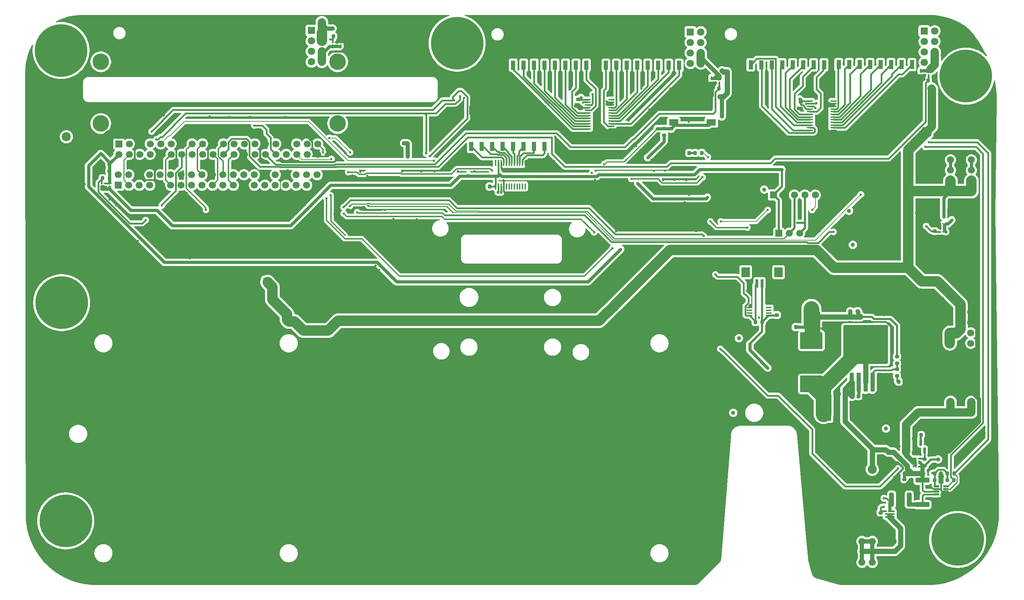
<source format=gbr>
%TF.GenerationSoftware,KiCad,Pcbnew,9.0.2*%
%TF.CreationDate,2025-10-05T23:40:01-05:00*%
%TF.ProjectId,MothBox5.0.2,4d6f7468-426f-4783-952e-302e322e6b69,5.0.2*%
%TF.SameCoordinates,Original*%
%TF.FileFunction,Copper,L2,Bot*%
%TF.FilePolarity,Positive*%
%FSLAX46Y46*%
G04 Gerber Fmt 4.6, Leading zero omitted, Abs format (unit mm)*
G04 Created by KiCad (PCBNEW 9.0.2) date 2025-10-05 23:40:01*
%MOMM*%
%LPD*%
G01*
G04 APERTURE LIST*
G04 Aperture macros list*
%AMRoundRect*
0 Rectangle with rounded corners*
0 $1 Rounding radius*
0 $2 $3 $4 $5 $6 $7 $8 $9 X,Y pos of 4 corners*
0 Add a 4 corners polygon primitive as box body*
4,1,4,$2,$3,$4,$5,$6,$7,$8,$9,$2,$3,0*
0 Add four circle primitives for the rounded corners*
1,1,$1+$1,$2,$3*
1,1,$1+$1,$4,$5*
1,1,$1+$1,$6,$7*
1,1,$1+$1,$8,$9*
0 Add four rect primitives between the rounded corners*
20,1,$1+$1,$2,$3,$4,$5,0*
20,1,$1+$1,$4,$5,$6,$7,0*
20,1,$1+$1,$6,$7,$8,$9,0*
20,1,$1+$1,$8,$9,$2,$3,0*%
G04 Aperture macros list end*
%TA.AperFunction,ComponentPad*%
%ADD10C,2.200000*%
%TD*%
%TA.AperFunction,ComponentPad*%
%ADD11C,1.000000*%
%TD*%
%TA.AperFunction,ComponentPad*%
%ADD12C,12.800000*%
%TD*%
%TA.AperFunction,ComponentPad*%
%ADD13R,1.700000X1.700000*%
%TD*%
%TA.AperFunction,ComponentPad*%
%ADD14C,1.700000*%
%TD*%
%TA.AperFunction,ComponentPad*%
%ADD15R,1.800000X1.780000*%
%TD*%
%TA.AperFunction,ComponentPad*%
%ADD16C,1.800000*%
%TD*%
%TA.AperFunction,SMDPad,CuDef*%
%ADD17RoundRect,0.225000X0.225000X0.250000X-0.225000X0.250000X-0.225000X-0.250000X0.225000X-0.250000X0*%
%TD*%
%TA.AperFunction,SMDPad,CuDef*%
%ADD18RoundRect,0.225000X-0.225000X-0.250000X0.225000X-0.250000X0.225000X0.250000X-0.225000X0.250000X0*%
%TD*%
%TA.AperFunction,SMDPad,CuDef*%
%ADD19R,0.400000X0.450000*%
%TD*%
%TA.AperFunction,SMDPad,CuDef*%
%ADD20R,0.400000X0.910000*%
%TD*%
%TA.AperFunction,SMDPad,CuDef*%
%ADD21R,0.810000X0.910000*%
%TD*%
%TA.AperFunction,SMDPad,CuDef*%
%ADD22RoundRect,0.225000X0.250000X-0.225000X0.250000X0.225000X-0.250000X0.225000X-0.250000X-0.225000X0*%
%TD*%
%TA.AperFunction,SMDPad,CuDef*%
%ADD23R,0.450000X0.400000*%
%TD*%
%TA.AperFunction,SMDPad,CuDef*%
%ADD24R,0.910000X0.400000*%
%TD*%
%TA.AperFunction,SMDPad,CuDef*%
%ADD25R,0.910000X0.810000*%
%TD*%
%TA.AperFunction,SMDPad,CuDef*%
%ADD26R,1.100000X2.200000*%
%TD*%
%TA.AperFunction,SMDPad,CuDef*%
%ADD27RoundRect,0.218750X-0.218750X-0.256250X0.218750X-0.256250X0.218750X0.256250X-0.218750X0.256250X0*%
%TD*%
%TA.AperFunction,SMDPad,CuDef*%
%ADD28RoundRect,0.200000X-0.200000X-0.275000X0.200000X-0.275000X0.200000X0.275000X-0.200000X0.275000X0*%
%TD*%
%TA.AperFunction,SMDPad,CuDef*%
%ADD29RoundRect,0.200000X0.275000X-0.200000X0.275000X0.200000X-0.275000X0.200000X-0.275000X-0.200000X0*%
%TD*%
%TA.AperFunction,SMDPad,CuDef*%
%ADD30RoundRect,0.200000X-0.275000X0.200000X-0.275000X-0.200000X0.275000X-0.200000X0.275000X0.200000X0*%
%TD*%
%TA.AperFunction,SMDPad,CuDef*%
%ADD31RoundRect,0.100000X0.637500X0.100000X-0.637500X0.100000X-0.637500X-0.100000X0.637500X-0.100000X0*%
%TD*%
%TA.AperFunction,SMDPad,CuDef*%
%ADD32RoundRect,0.225000X-0.250000X0.225000X-0.250000X-0.225000X0.250000X-0.225000X0.250000X0.225000X0*%
%TD*%
%TA.AperFunction,SMDPad,CuDef*%
%ADD33RoundRect,0.125000X-0.537500X-0.125000X0.537500X-0.125000X0.537500X0.125000X-0.537500X0.125000X0*%
%TD*%
%TA.AperFunction,SMDPad,CuDef*%
%ADD34R,0.700000X2.000000*%
%TD*%
%TA.AperFunction,SMDPad,CuDef*%
%ADD35R,2.000000X2.400000*%
%TD*%
%TA.AperFunction,SMDPad,CuDef*%
%ADD36R,2.300000X1.500000*%
%TD*%
%TA.AperFunction,SMDPad,CuDef*%
%ADD37RoundRect,0.200000X0.200000X0.275000X-0.200000X0.275000X-0.200000X-0.275000X0.200000X-0.275000X0*%
%TD*%
%TA.AperFunction,SMDPad,CuDef*%
%ADD38RoundRect,0.112500X0.187500X0.112500X-0.187500X0.112500X-0.187500X-0.112500X0.187500X-0.112500X0*%
%TD*%
%TA.AperFunction,SMDPad,CuDef*%
%ADD39RoundRect,0.112500X-0.187500X-0.112500X0.187500X-0.112500X0.187500X0.112500X-0.187500X0.112500X0*%
%TD*%
%TA.AperFunction,SMDPad,CuDef*%
%ADD40RoundRect,0.250000X-1.425000X0.362500X-1.425000X-0.362500X1.425000X-0.362500X1.425000X0.362500X0*%
%TD*%
%TA.AperFunction,SMDPad,CuDef*%
%ADD41RoundRect,0.250000X0.300000X-2.050000X0.300000X2.050000X-0.300000X2.050000X-0.300000X-2.050000X0*%
%TD*%
%TA.AperFunction,SMDPad,CuDef*%
%ADD42RoundRect,0.250002X5.149998X-4.449998X5.149998X4.449998X-5.149998X4.449998X-5.149998X-4.449998X0*%
%TD*%
%TA.AperFunction,ComponentPad*%
%ADD43C,4.000000*%
%TD*%
%TA.AperFunction,SMDPad,CuDef*%
%ADD44RoundRect,0.100000X-0.100000X0.637500X-0.100000X-0.637500X0.100000X-0.637500X0.100000X0.637500X0*%
%TD*%
%TA.AperFunction,SMDPad,CuDef*%
%ADD45RoundRect,0.250000X2.500000X-1.750000X2.500000X1.750000X-2.500000X1.750000X-2.500000X-1.750000X0*%
%TD*%
%TA.AperFunction,SMDPad,CuDef*%
%ADD46RoundRect,0.250000X-0.312500X-1.450000X0.312500X-1.450000X0.312500X1.450000X-0.312500X1.450000X0*%
%TD*%
%TA.AperFunction,SMDPad,CuDef*%
%ADD47R,2.700000X3.300000*%
%TD*%
%TA.AperFunction,SMDPad,CuDef*%
%ADD48RoundRect,0.150000X-0.150000X0.587500X-0.150000X-0.587500X0.150000X-0.587500X0.150000X0.587500X0*%
%TD*%
%TA.AperFunction,SMDPad,CuDef*%
%ADD49RoundRect,0.112500X-0.112500X0.187500X-0.112500X-0.187500X0.112500X-0.187500X0.112500X0.187500X0*%
%TD*%
%TA.AperFunction,SMDPad,CuDef*%
%ADD50R,1.400000X0.410000*%
%TD*%
%TA.AperFunction,ViaPad*%
%ADD51C,0.600000*%
%TD*%
%TA.AperFunction,Conductor*%
%ADD52C,0.203200*%
%TD*%
%TA.AperFunction,Conductor*%
%ADD53C,1.270000*%
%TD*%
%TA.AperFunction,Conductor*%
%ADD54C,2.032000*%
%TD*%
%TA.AperFunction,Conductor*%
%ADD55C,0.500000*%
%TD*%
%TA.AperFunction,Conductor*%
%ADD56C,0.800000*%
%TD*%
%TA.AperFunction,Conductor*%
%ADD57C,0.400000*%
%TD*%
%TA.AperFunction,Conductor*%
%ADD58C,1.000000*%
%TD*%
%TA.AperFunction,Conductor*%
%ADD59C,3.810000*%
%TD*%
%TA.AperFunction,Conductor*%
%ADD60C,2.540000*%
%TD*%
%TA.AperFunction,Conductor*%
%ADD61C,0.250000*%
%TD*%
%TA.AperFunction,Conductor*%
%ADD62C,0.304800*%
%TD*%
%TA.AperFunction,Conductor*%
%ADD63C,0.200000*%
%TD*%
G04 APERTURE END LIST*
D10*
%TO.P,C14,1*%
%TO.N,+24V*%
X132992507Y-29530312D03*
%TO.P,C14,2*%
%TO.N,GND*%
X125492507Y-29530312D03*
%TD*%
%TO.P,C16,1*%
%TO.N,+5V*%
X118675583Y9548297D03*
%TO.P,C16,2*%
%TO.N,GND*%
X118675583Y17048297D03*
%TD*%
%TO.P,C1,1*%
%TO.N,+5V*%
X-62650000Y51234329D03*
%TO.P,C1,2*%
%TO.N,GND*%
X-62650000Y43734329D03*
%TD*%
D11*
%TO.P,TP9,1,1*%
%TO.N,GND*%
X-67749331Y22291322D03*
%TD*%
D12*
%TO.P,H3,1*%
%TO.N,N/C*%
X32214815Y73937849D03*
%TD*%
D11*
%TO.P,TP4,1,1*%
%TO.N,Net-(LED12-K)*%
X106764815Y38387849D03*
%TD*%
%TO.P,TP7,1,1*%
%TO.N,+3.3V*%
X100644448Y2305791D03*
%TD*%
D12*
%TO.P,H6,1*%
%TO.N,N/C*%
X-62785185Y-42062151D03*
%TD*%
D13*
%TO.P,U5,1,3V3*%
%TO.N,unconnected-(U5-3V3-Pad1)*%
X-50012001Y39448894D03*
D14*
%TO.P,U5,2,5V*%
%TO.N,+5V*%
X-50012001Y41988894D03*
%TO.P,U5,3,GPIO2/SDA1*%
%TO.N,SDA*%
X-47472001Y39448894D03*
%TO.P,U5,4,5V*%
%TO.N,+5V*%
X-47472001Y41988894D03*
%TO.P,U5,5,GPIO3/SCL1*%
%TO.N,SCL*%
X-44932002Y39448894D03*
%TO.P,U5,6,GND*%
%TO.N,GND*%
X-44932001Y41988894D03*
%TO.P,U5,7,GPIO4/GPIO_GCKL*%
%TO.N,unconnected-(U5-GPIO4{slash}GPIO_GCKL-Pad7)*%
X-42392001Y39448894D03*
%TO.P,U5,8,GPIO14/TXD0*%
%TO.N,unconnected-(U5-GPIO14{slash}TXD0-Pad8)*%
X-42392001Y41988894D03*
%TO.P,U5,9,GND*%
%TO.N,GND*%
X-39852001Y39448894D03*
%TO.P,U5,10,GPIO15/RXD0*%
%TO.N,unconnected-(U5-GPIO15{slash}RXD0-Pad10)*%
X-39852001Y41988894D03*
%TO.P,U5,11,GPIO17/GPIO_GEN0*%
%TO.N,/RPI5/Save for eink_11*%
X-37312001Y39448894D03*
%TO.P,U5,12,GPIO18/GPIO_GEN1*%
%TO.N,unconnected-(U5-GPIO18{slash}GPIO_GEN1-Pad12)*%
X-37312001Y41988894D03*
%TO.P,U5,13,GPIO27/GPIO_GEN2*%
%TO.N,unconnected-(U5-GPIO27{slash}GPIO_GEN2-Pad13)*%
X-34772001Y39448894D03*
%TO.P,U5,14,GND*%
%TO.N,GND*%
X-34772001Y41988894D03*
%TO.P,U5,15,GPIO22/GPIO_GEN3*%
%TO.N,unconnected-(U5-GPIO22{slash}GPIO_GEN3-Pad15)*%
X-32232000Y39448894D03*
%TO.P,U5,16,GPIO23/GPIO_GEN4*%
%TO.N,unconnected-(U5-GPIO23{slash}GPIO_GEN4-Pad16)*%
X-32232001Y41988894D03*
%TO.P,U5,17,3V3*%
%TO.N,unconnected-(U5-3V3-Pad17)*%
X-29692001Y39448894D03*
%TO.P,U5,18,GPIO24/GPIO_GEN5*%
%TO.N,/RPI5/Save for eink_18*%
X-29692001Y41988894D03*
%TO.P,U5,19,GPIO10/SPI_MOSI*%
%TO.N,/RPI5/Save for eink_19*%
X-27152001Y39448894D03*
%TO.P,U5,20,GND*%
%TO.N,GND*%
X-27152001Y41988894D03*
%TO.P,U5,21,GPIO9/SPI_MISO*%
%TO.N,unconnected-(U5-GPIO9{slash}SPI_MISO-Pad21)*%
X-24612001Y39448894D03*
%TO.P,U5,22,GPIO25/GPIO_GEN6*%
%TO.N,/RPI5/Save for eink_22*%
X-24612001Y41988894D03*
%TO.P,U5,23,GPIO11/SPI_SCLK*%
%TO.N,/RPI5/Save for eink_23*%
X-22072002Y39448894D03*
%TO.P,U5,24,GPIO8/~{SPI_CE0}*%
%TO.N,/RPI5/Save for eink_24*%
X-22072001Y41988894D03*
%TO.P,U5,25,GND*%
%TO.N,GND*%
X-19532001Y39448894D03*
%TO.P,U5,26,GPIO7/~{SPI_CE1}*%
%TO.N,unconnected-(U5-GPIO7{slash}~{SPI_CE1}-Pad26)*%
X-19532001Y41988894D03*
%TO.P,U5,27,ID_SD*%
%TO.N,unconnected-(U5-ID_SD-Pad27)*%
X-16992001Y39448894D03*
%TO.P,U5,28,ID_SC*%
%TO.N,unconnected-(U5-ID_SC-Pad28)*%
X-16992001Y41988894D03*
%TO.P,U5,29,GPIO5*%
%TO.N,unconnected-(U5-GPIO5-Pad29)*%
X-14452001Y39448894D03*
%TO.P,U5,30,GND*%
%TO.N,GND*%
X-14452001Y41988894D03*
%TO.P,U5,31,GPIO6*%
%TO.N,unconnected-(U5-GPIO6-Pad31)*%
X-11912002Y39448894D03*
%TO.P,U5,32,GPIO12*%
%TO.N,unconnected-(U5-GPIO12-Pad32)*%
X-11912001Y41988894D03*
%TO.P,U5,33,GPIO13*%
%TO.N,unconnected-(U5-GPIO13-Pad33)*%
X-9372000Y39448894D03*
%TO.P,U5,34,GND*%
%TO.N,GND*%
X-9372001Y41988894D03*
%TO.P,U5,35,GPIO19*%
%TO.N,unconnected-(U5-GPIO19-Pad35)*%
X-6832001Y39448894D03*
%TO.P,U5,36,GPIO16*%
%TO.N,unconnected-(U5-GPIO16-Pad36)*%
X-6832001Y41988894D03*
%TO.P,U5,37,GPIO26*%
%TO.N,/RPI5/Save for relay 3*%
X-4292001Y39448894D03*
%TO.P,U5,38,GPIO20*%
%TO.N,/RPI5/Save for relay*%
X-4292001Y41988894D03*
%TO.P,U5,39,GND*%
%TO.N,GND*%
X-1752001Y39448894D03*
%TO.P,U5,40,GPIO21*%
%TO.N,/RPI5/Save for relay 2*%
X-1752001Y41988894D03*
%TD*%
D15*
%TO.P,H10,1,1*%
%TO.N,unconnected-(H10-Pad1)*%
X88827556Y76664779D03*
D16*
%TO.P,H10,2,2*%
%TO.N,+12V*%
X91367556Y76664779D03*
%TO.P,H10,3,3*%
%TO.N,unconnected-(H10-Pad3)*%
X88827556Y74124779D03*
%TO.P,H10,4,4*%
%TO.N,+12V*%
X91367556Y74124779D03*
%TO.P,H10,5,5*%
%TO.N,unconnected-(H10-Pad5)*%
X88827556Y71584779D03*
%TO.P,H10,6,6*%
%TO.N,Net-(H10-Pad6)*%
X91367556Y71584779D03*
%TO.P,H10,7,7*%
%TO.N,unconnected-(H10-Pad7)*%
X88827556Y69044779D03*
%TO.P,H10,8,8*%
%TO.N,Net-(H10-Pad6)*%
X91367556Y69044779D03*
%TD*%
D11*
%TO.P,TP6,1,1*%
%TO.N,Net-(LED27-K)*%
X128267838Y24986014D03*
%TD*%
D12*
%TO.P,H7,1*%
%TO.N,N/C*%
X153714815Y-46562151D03*
%TD*%
D11*
%TO.P,TP3,1,1*%
%TO.N,PHOTO_LED_CTRL*%
X127364815Y33237849D03*
%TD*%
D12*
%TO.P,H4,1*%
%TO.N,N/C*%
X-63935185Y72187849D03*
%TD*%
D11*
%TO.P,TP2,1,1*%
%TO.N,+24V*%
X148970711Y-27151745D03*
%TD*%
D12*
%TO.P,H5,1*%
%TO.N,N/C*%
X-63785185Y10937849D03*
%TD*%
D11*
%TO.P,TP8,1,1*%
%TO.N,GND*%
X18208170Y79732148D03*
%TD*%
D15*
%TO.P,H9,1,1*%
%TO.N,unconnected-(H9-Pad1)*%
X-3153838Y77032342D03*
D16*
%TO.P,H9,2,2*%
%TO.N,+12V*%
X-613838Y77032342D03*
%TO.P,H9,3,3*%
%TO.N,unconnected-(H9-Pad3)*%
X-3153838Y74492342D03*
%TO.P,H9,4,4*%
%TO.N,+12V*%
X-613838Y74492342D03*
%TO.P,H9,5,5*%
%TO.N,unconnected-(H9-Pad5)*%
X-3153838Y71952342D03*
%TO.P,H9,6,6*%
%TO.N,Net-(H9-Pad6)*%
X-613838Y71952342D03*
%TO.P,H9,7,7*%
%TO.N,unconnected-(H9-Pad7)*%
X-3153838Y69412342D03*
%TO.P,H9,8,8*%
%TO.N,Net-(H9-Pad6)*%
X-613838Y69412342D03*
%TD*%
D15*
%TO.P,H8,1,1*%
%TO.N,unconnected-(H8-Pad1)*%
X145620519Y76898184D03*
D16*
%TO.P,H8,2,2*%
%TO.N,+12V*%
X148160519Y76898184D03*
%TO.P,H8,3,3*%
%TO.N,unconnected-(H8-Pad3)*%
X145620519Y74358184D03*
%TO.P,H8,4,4*%
%TO.N,+12V*%
X148160519Y74358184D03*
%TO.P,H8,5,5*%
%TO.N,unconnected-(H8-Pad5)*%
X145620519Y71818184D03*
%TO.P,H8,6,6*%
%TO.N,Net-(H8-Pad6)*%
X148160519Y71818184D03*
%TO.P,H8,7,7*%
%TO.N,unconnected-(H8-Pad7)*%
X145620519Y69278184D03*
%TO.P,H8,8,8*%
%TO.N,Net-(H8-Pad6)*%
X148160519Y69278184D03*
%TD*%
D12*
%TO.P,H2,1*%
%TO.N,N/C*%
X155714815Y65937849D03*
%TD*%
D11*
%TO.P,TP10,1,1*%
%TO.N,GND*%
X146615789Y-54705402D03*
%TD*%
%TO.P,TP5,1,1*%
%TO.N,+12V*%
X136316275Y-19642711D03*
%TD*%
D17*
%TO.P,C17,1*%
%TO.N,+3V3*%
X-52225000Y44584329D03*
%TO.P,C17,2*%
%TO.N,GND*%
X-53775000Y44584329D03*
%TD*%
D18*
%TO.P,C3,1*%
%TO.N,+24V*%
X128072303Y-11798759D03*
%TO.P,C3,2*%
%TO.N,Net-(U2-VC)*%
X129622303Y-11798759D03*
%TD*%
D19*
%TO.P,Q8,1,D*%
%TO.N,Net-(J3-Pin_3)*%
X142962203Y-26915296D03*
%TO.P,Q8,2,D*%
X143622203Y-26915296D03*
%TO.P,Q8,3,G*%
%TO.N,Net-(Q2-D)*%
X144272203Y-26915296D03*
%TO.P,Q8,4,S*%
%TO.N,+24V*%
X144272203Y-28815296D03*
%TO.P,Q8,5,D*%
%TO.N,Net-(J3-Pin_3)*%
X143622203Y-28815296D03*
%TO.P,Q8,6,D*%
X142962203Y-28815296D03*
D20*
%TO.P,Q8,7,S*%
%TO.N,+24V*%
X144322203Y-27865296D03*
D21*
%TO.P,Q8,8,D*%
%TO.N,Net-(J3-Pin_3)*%
X143292203Y-27865296D03*
%TD*%
D14*
%TO.P,J4,1,Pin_1*%
%TO.N,Net-(J4-Pin_1)*%
X157061743Y45616086D03*
X151981743Y45616086D03*
%TO.P,J4,2,Pin_2*%
X157061743Y43076086D03*
X151981743Y43076086D03*
%TO.P,J4,3,Pin_3*%
%TO.N,+12V*%
X157061743Y40536086D03*
X151981743Y40536086D03*
%TO.P,J4,4,Pin_4*%
X157061743Y37996086D03*
X151981743Y37996086D03*
%TD*%
D22*
%TO.P,C7,1*%
%TO.N,GND*%
X61592858Y58742782D03*
%TO.P,C7,2*%
%TO.N,+3.3V*%
X61592858Y60292782D03*
%TD*%
D23*
%TO.P,Q5,1,D*%
%TO.N,Net-(H8-Pad6)*%
X146650160Y67549356D03*
%TO.P,Q5,2,D*%
X146650160Y66889357D03*
%TO.P,Q5,3,G*%
%TO.N,UV1_CTRL*%
X146650160Y66239356D03*
%TO.P,Q5,4,S*%
%TO.N,GND*%
X144750160Y66239356D03*
%TO.P,Q5,5,D*%
%TO.N,Net-(H8-Pad6)*%
X144750160Y66889357D03*
%TO.P,Q5,6,D*%
X144750160Y67549356D03*
D24*
%TO.P,Q5,7,S*%
%TO.N,GND*%
X145700160Y66189355D03*
D25*
%TO.P,Q5,8,D*%
%TO.N,Net-(H8-Pad6)*%
X145700160Y67219355D03*
%TD*%
D26*
%TO.P,U10,1,1*%
%TO.N,GND*%
X68335084Y77364867D03*
%TO.P,U10,2,2*%
X70875084Y77364867D03*
%TO.P,U10,3,3*%
X73415084Y77364867D03*
%TO.P,U10,4,4*%
X75955084Y77364867D03*
%TO.P,U10,5,5*%
X78495084Y77364867D03*
%TO.P,U10,6,6*%
X81035084Y77364867D03*
%TO.P,U10,7,7*%
X83575084Y77364867D03*
%TO.P,U10,8,8*%
X86115084Y77364867D03*
%TO.P,U10,9,9*%
%TO.N,/GPS and Switches and Light Sensor/Hour_23*%
X86115084Y68564867D03*
%TO.P,U10,10,10*%
%TO.N,/GPS and Switches and Light Sensor/Hour_22*%
X83575084Y68564867D03*
%TO.P,U10,11,11*%
%TO.N,/GPS and Switches and Light Sensor/Hour_21*%
X81035084Y68564867D03*
%TO.P,U10,12,12*%
%TO.N,/GPS and Switches and Light Sensor/Hour_20*%
X78495084Y68564867D03*
%TO.P,U10,13,13*%
%TO.N,/GPS and Switches and Light Sensor/Hour_19*%
X75955084Y68564867D03*
%TO.P,U10,14,14*%
%TO.N,/GPS and Switches and Light Sensor/Hour_18*%
X73415084Y68564867D03*
%TO.P,U10,15,15*%
%TO.N,/GPS and Switches and Light Sensor/Hour_17*%
X70875084Y68564867D03*
%TO.P,U10,16,16*%
%TO.N,/GPS and Switches and Light Sensor/Hour_24*%
X68335084Y68564867D03*
%TD*%
D27*
%TO.P,D3,1,K*%
%TO.N,GND*%
X86963088Y47278041D03*
%TO.P,D3,2,A*%
%TO.N,Net-(D3-A)*%
X88538090Y47278041D03*
%TD*%
D18*
%TO.P,C8,1*%
%TO.N,+3.3V*%
X148151600Y-30527067D03*
%TO.P,C8,2*%
%TO.N,GND*%
X149701600Y-30527067D03*
%TD*%
D23*
%TO.P,Q11,1,D*%
%TO.N,+3.3V*%
X-54100000Y38554329D03*
%TO.P,Q11,2,D*%
X-54100000Y39214328D03*
%TO.P,Q11,3,G*%
%TO.N,3V3_CTL*%
X-54100000Y39864329D03*
%TO.P,Q11,4,S*%
%TO.N,+3V3*%
X-52200000Y39864329D03*
%TO.P,Q11,5,D*%
%TO.N,+3.3V*%
X-52200000Y39214328D03*
%TO.P,Q11,6,D*%
X-52200000Y38554329D03*
D24*
%TO.P,Q11,7,S*%
%TO.N,+3V3*%
X-53150000Y39914330D03*
D25*
%TO.P,Q11,8,D*%
%TO.N,+3.3V*%
X-53150000Y38884330D03*
%TD*%
D28*
%TO.P,R1,1*%
%TO.N,EN_12VReg*%
X144887051Y-21204120D03*
%TO.P,R1,2*%
%TO.N,GND*%
X146537051Y-21204120D03*
%TD*%
D13*
%TO.P,U7,1,1*%
%TO.N,+5V*%
X-49915185Y49490349D03*
D14*
%TO.P,U7,2,2*%
%TO.N,+3V3*%
X-49915185Y46950349D03*
%TO.P,U7,3,3*%
%TO.N,+5V*%
X-47375185Y49490349D03*
%TO.P,U7,4,4*%
%TO.N,SDA*%
X-47375185Y46950349D03*
%TO.P,U7,5,5*%
%TO.N,GND*%
X-44835185Y49490349D03*
%TO.P,U7,6,6*%
%TO.N,SCL*%
X-44835185Y46950349D03*
%TO.P,U7,7,7*%
%TO.N,GPS_RX*%
X-42295185Y49490349D03*
%TO.P,U7,8,8*%
%TO.N,GPIO4*%
X-42295185Y46950349D03*
%TO.P,U7,9,9*%
%TO.N,GPS_TX*%
X-39755185Y49490349D03*
%TO.P,U7,10,10*%
%TO.N,GND*%
X-39755185Y46950349D03*
%TO.P,U7,11,11*%
%TO.N,unconnected-(U7-Pad11)*%
X-37215185Y49490349D03*
%TO.P,U7,12,12*%
%TO.N,/RPI5/Save for eink_11*%
X-37215185Y46950349D03*
%TO.P,U7,13,13*%
%TO.N,GND*%
X-34675185Y49490349D03*
%TO.P,U7,14,14*%
%TO.N,3V3_CTL*%
X-34675185Y46950349D03*
%TO.P,U7,15,15*%
%TO.N,EN_12VReg*%
X-32135185Y49490349D03*
%TO.P,U7,16,16*%
%TO.N,unconnected-(U7-Pad16)*%
X-32135185Y46950349D03*
%TO.P,U7,17,17*%
%TO.N,/RPI5/Save for eink_18*%
X-29595185Y49490349D03*
%TO.P,U7,18,18*%
%TO.N,unconnected-(U7-Pad18)*%
X-29595185Y46950349D03*
%TO.P,U7,19,19*%
%TO.N,GND*%
X-27055185Y49490349D03*
%TO.P,U7,20,20*%
%TO.N,/RPI5/Save for eink_19*%
X-27055185Y46950349D03*
%TO.P,U7,21,21*%
%TO.N,/RPI5/Save for eink_22*%
X-24515185Y49490349D03*
%TO.P,U7,22,22*%
%TO.N,UV1_CTRL*%
X-24515185Y46950349D03*
%TO.P,U7,23,23*%
%TO.N,/RPI5/Save for eink_24*%
X-21975185Y49490349D03*
%TO.P,U7,24,24*%
%TO.N,/RPI5/Save for eink_23*%
X-21975185Y46950349D03*
%TO.P,U7,25,25*%
%TO.N,UV4_EX_CTRL*%
X-19435185Y49490349D03*
%TO.P,U7,26,26*%
%TO.N,GND*%
X-19435185Y46950349D03*
%TO.P,U7,27,27*%
%TO.N,unconnected-(U7-Pad27)*%
X-16895185Y49490349D03*
%TO.P,U7,28,28*%
%TO.N,unconnected-(U7-Pad28)*%
X-16895185Y46950349D03*
%TO.P,U7,29,29*%
%TO.N,GND*%
X-14355185Y49490349D03*
%TO.P,U7,30,30*%
%TO.N,UV2_CTRL*%
X-14355185Y46950349D03*
%TO.P,U7,31,31*%
%TO.N,GPS_PPS*%
X-11815185Y49490349D03*
%TO.P,U7,32,32*%
%TO.N,UV3_CTRL*%
X-11815185Y46950349D03*
%TO.P,U7,33,33*%
%TO.N,GND*%
X-9275185Y49490349D03*
%TO.P,U7,34,34*%
%TO.N,User_LED*%
X-9275185Y46950349D03*
%TO.P,U7,35,35*%
%TO.N,SWITCH*%
X-6735185Y49490349D03*
%TO.P,U7,36,36*%
%TO.N,PHOTO_LED_CTRL*%
X-6735185Y46950349D03*
%TO.P,U7,37,37*%
%TO.N,/RPI5/Save for relay*%
X-4195185Y49490349D03*
%TO.P,U7,38,38*%
%TO.N,/RPI5/Save for relay 3*%
X-4195185Y46950349D03*
%TO.P,U7,39,39*%
%TO.N,/RPI5/Save for relay 2*%
X-1655185Y49490349D03*
%TO.P,U7,40,40*%
%TO.N,GND*%
X-1655185Y46950349D03*
%TD*%
D26*
%TO.P,U11,1,1*%
%TO.N,GND*%
X45829011Y77420614D03*
%TO.P,U11,2,2*%
X48369011Y77420614D03*
%TO.P,U11,3,3*%
X50909011Y77420614D03*
%TO.P,U11,4,4*%
X53449011Y77420614D03*
%TO.P,U11,5,5*%
X55989011Y77420614D03*
%TO.P,U11,6,6*%
X58529011Y77420614D03*
%TO.P,U11,7,7*%
X61069011Y77420614D03*
%TO.P,U11,8,8*%
X63609011Y77420614D03*
%TO.P,U11,9,9*%
%TO.N,/GPS and Switches and Light Sensor/Armed{slash}Disarmed*%
X63609011Y68620614D03*
%TO.P,U11,10,10*%
%TO.N,/GPS and Switches and Light Sensor/Mon*%
X61069011Y68620614D03*
%TO.P,U11,11,11*%
%TO.N,/GPS and Switches and Light Sensor/Tue*%
X58529011Y68620614D03*
%TO.P,U11,12,12*%
%TO.N,/GPS and Switches and Light Sensor/Wed*%
X55989011Y68620614D03*
%TO.P,U11,13,13*%
%TO.N,/GPS and Switches and Light Sensor/Thur*%
X53449011Y68620614D03*
%TO.P,U11,14,14*%
%TO.N,/GPS and Switches and Light Sensor/Fri*%
X50909011Y68620614D03*
%TO.P,U11,15,15*%
%TO.N,/GPS and Switches and Light Sensor/Sat*%
X48369011Y68620614D03*
%TO.P,U11,16,16*%
%TO.N,/GPS and Switches and Light Sensor/Sun*%
X45829011Y68620614D03*
%TD*%
D17*
%TO.P,C5,1*%
%TO.N,+5V*%
X114427649Y5011284D03*
%TO.P,C5,2*%
%TO.N,GND*%
X112877649Y5011284D03*
%TD*%
D29*
%TO.P,R30,1*%
%TO.N,+24V*%
X145705619Y-28704262D03*
%TO.P,R30,2*%
%TO.N,Net-(Q2-D)*%
X145705619Y-27054262D03*
%TD*%
D14*
%TO.P,J3,1,Pin_1*%
%TO.N,GND*%
X157079878Y-8069029D03*
X151999878Y-8069029D03*
%TO.P,J3,2,Pin_2*%
X157079878Y-10609029D03*
X151999878Y-10609029D03*
%TO.P,J3,3,Pin_3*%
%TO.N,Net-(J3-Pin_3)*%
X157079878Y-13149029D03*
X151999878Y-13149029D03*
%TO.P,J3,4,Pin_4*%
X157079878Y-15689029D03*
X151999878Y-15689029D03*
%TD*%
D30*
%TO.P,R3,1*%
%TO.N,Net-(U2-FB)*%
X138996943Y-5185970D03*
%TO.P,R3,2*%
%TO.N,Net-(R3-Pad2)*%
X138996943Y-6835970D03*
%TD*%
D17*
%TO.P,C18,1*%
%TO.N,+3V3*%
X-52231879Y42850432D03*
%TO.P,C18,2*%
%TO.N,GND*%
X-53781879Y42850432D03*
%TD*%
D31*
%TO.P,U9,1,INT*%
%TO.N,unconnected-(U9-INT-Pad1)*%
X123602659Y59922277D03*
%TO.P,U9,2,A1*%
%TO.N,GND*%
X123602659Y59272277D03*
%TO.P,U9,3,A2*%
X123602659Y58622277D03*
%TO.P,U9,4,IO0_0*%
%TO.N,/GPS and Switches and Light Sensor/Hour_1*%
X123602659Y57972277D03*
%TO.P,U9,5,IO0_1*%
%TO.N,/GPS and Switches and Light Sensor/Hour_2*%
X123602659Y57322277D03*
%TO.P,U9,6,IO0_2*%
%TO.N,/GPS and Switches and Light Sensor/Hour_3*%
X123602659Y56672277D03*
%TO.P,U9,7,IO0_3*%
%TO.N,/GPS and Switches and Light Sensor/Hour_4*%
X123602659Y56022277D03*
%TO.P,U9,8,IO0_4*%
%TO.N,/GPS and Switches and Light Sensor/Hour_5*%
X123602659Y55372277D03*
%TO.P,U9,9,IO0_5*%
%TO.N,/GPS and Switches and Light Sensor/Hour_6*%
X123602659Y54722277D03*
%TO.P,U9,10,IO0_6*%
%TO.N,/GPS and Switches and Light Sensor/Hour_7*%
X123602659Y54072277D03*
%TO.P,U9,11,IO0_7*%
%TO.N,/GPS and Switches and Light Sensor/Hour_8*%
X123602659Y53422277D03*
%TO.P,U9,12,VSS*%
%TO.N,GND*%
X123602659Y52772277D03*
%TO.P,U9,13,IO1_0*%
%TO.N,/GPS and Switches and Light Sensor/Hour_11*%
X117877659Y52772277D03*
%TO.P,U9,14,IO1_1*%
%TO.N,/GPS and Switches and Light Sensor/Hour_10*%
X117877659Y53422277D03*
%TO.P,U9,15,IO1_2*%
%TO.N,/GPS and Switches and Light Sensor/Hour_9*%
X117877659Y54072277D03*
%TO.P,U9,16,IO1_3*%
%TO.N,/GPS and Switches and Light Sensor/Hour_12*%
X117877659Y54722277D03*
%TO.P,U9,17,IO1_4*%
%TO.N,/GPS and Switches and Light Sensor/Hour_13*%
X117877659Y55372277D03*
%TO.P,U9,18,IO1_5*%
%TO.N,/GPS and Switches and Light Sensor/Hour_14*%
X117877659Y56022277D03*
%TO.P,U9,19,IO1_6*%
%TO.N,/GPS and Switches and Light Sensor/Hour_15*%
X117877659Y56672277D03*
%TO.P,U9,20,IO1_7*%
%TO.N,/GPS and Switches and Light Sensor/Hour_16*%
X117877659Y57322277D03*
%TO.P,U9,21,A0*%
%TO.N,+3.3V*%
X117877659Y57972277D03*
%TO.P,U9,22,SCL*%
%TO.N,SCL*%
X117877659Y58622277D03*
%TO.P,U9,23,SDA*%
%TO.N,SDA*%
X117877659Y59272277D03*
%TO.P,U9,24,VDD*%
%TO.N,+3.3V*%
X117877659Y59922277D03*
%TD*%
D32*
%TO.P,C15,1*%
%TO.N,SWITCH*%
X84116199Y53173938D03*
%TO.P,C15,2*%
%TO.N,GND*%
X84116199Y51623938D03*
%TD*%
D33*
%TO.P,U3,1,IN+*%
%TO.N,Net-(U3-IN+)*%
X148564100Y-35631444D03*
%TO.P,U3,2,IN-*%
%TO.N,+24V*%
X148564100Y-34981444D03*
%TO.P,U3,3,GND*%
%TO.N,GND*%
X148564100Y-34331444D03*
%TO.P,U3,4,VS*%
%TO.N,+3.3V*%
X148564100Y-33681444D03*
%TO.P,U3,5,SCL*%
%TO.N,SCL*%
X150839100Y-33681444D03*
%TO.P,U3,6,SDA*%
%TO.N,SDA*%
X150839100Y-34331444D03*
%TO.P,U3,7,A0*%
%TO.N,GND*%
X150839100Y-34981444D03*
%TO.P,U3,8,A1*%
X150839100Y-35631444D03*
%TD*%
D32*
%TO.P,C4,1*%
%TO.N,GND*%
X109824516Y9487413D03*
%TO.P,C4,2*%
%TO.N,+3.3V*%
X109824516Y7937413D03*
%TD*%
D34*
%TO.P,J5,1,Pin_1*%
%TO.N,GPIO4*%
X105000000Y15634329D03*
%TO.P,J5,2,Pin_2*%
%TO.N,+3.3V*%
X106250000Y15634329D03*
%TO.P,J5,3,Pin_3*%
%TO.N,GND*%
X107500000Y15634329D03*
D35*
%TO.P,J5,4*%
%TO.N,N/C*%
X110250000Y18334329D03*
%TO.P,J5,5*%
X102250000Y18334329D03*
%TD*%
D26*
%TO.P,U13,1,1*%
%TO.N,GND*%
X124864222Y77531424D03*
%TO.P,U13,2,2*%
X127404222Y77531424D03*
%TO.P,U13,3,3*%
X129944222Y77531424D03*
%TO.P,U13,4,4*%
X132484222Y77531424D03*
%TO.P,U13,5,5*%
X135024222Y77531424D03*
%TO.P,U13,6,6*%
X137564222Y77531424D03*
%TO.P,U13,7,7*%
X140104222Y77531424D03*
%TO.P,U13,8,8*%
X142644222Y77531424D03*
%TO.P,U13,9,9*%
%TO.N,/GPS and Switches and Light Sensor/Hour_8*%
X142644222Y68731424D03*
%TO.P,U13,10,10*%
%TO.N,/GPS and Switches and Light Sensor/Hour_7*%
X140104222Y68731424D03*
%TO.P,U13,11,11*%
%TO.N,/GPS and Switches and Light Sensor/Hour_6*%
X137564222Y68731424D03*
%TO.P,U13,12,12*%
%TO.N,/GPS and Switches and Light Sensor/Hour_5*%
X135024222Y68731424D03*
%TO.P,U13,13,13*%
%TO.N,/GPS and Switches and Light Sensor/Hour_4*%
X132484222Y68731424D03*
%TO.P,U13,14,14*%
%TO.N,/GPS and Switches and Light Sensor/Hour_3*%
X129944222Y68731424D03*
%TO.P,U13,15,15*%
%TO.N,/GPS and Switches and Light Sensor/Hour_2*%
X127404222Y68731424D03*
%TO.P,U13,16,16*%
%TO.N,/GPS and Switches and Light Sensor/Hour_1*%
X124864222Y68731424D03*
%TD*%
D23*
%TO.P,Q6,1,D*%
%TO.N,Net-(H9-Pad6)*%
X2031790Y72839962D03*
%TO.P,Q6,2,D*%
X2031790Y73499961D03*
%TO.P,Q6,3,G*%
%TO.N,UV3_CTRL*%
X2031790Y74149962D03*
%TO.P,Q6,4,S*%
%TO.N,GND*%
X3931790Y74149962D03*
%TO.P,Q6,5,D*%
%TO.N,Net-(H9-Pad6)*%
X3931790Y73499961D03*
%TO.P,Q6,6,D*%
X3931790Y72839962D03*
D24*
%TO.P,Q6,7,S*%
%TO.N,GND*%
X2981790Y74199963D03*
D25*
%TO.P,Q6,8,D*%
%TO.N,Net-(H9-Pad6)*%
X2981790Y73169963D03*
%TD*%
D36*
%TO.P,SW2,1,1*%
%TO.N,SWITCH*%
X93900000Y54684329D03*
%TO.P,SW2,2,2*%
X84800000Y54684329D03*
%TO.P,SW2,3,3*%
%TO.N,GND*%
X93900000Y50184329D03*
%TO.P,SW2,4,4*%
X84800000Y50184329D03*
%TD*%
D37*
%TO.P,R34,1*%
%TO.N,User_LED*%
X91625000Y47284329D03*
%TO.P,R34,2*%
%TO.N,Net-(D3-A)*%
X89975000Y47284329D03*
%TD*%
D13*
%TO.P,U8,1,1*%
%TO.N,+3.3V*%
X109003998Y37067769D03*
D14*
%TO.P,U8,2,2*%
%TO.N,GND*%
X111543998Y37067769D03*
%TO.P,U8,3,3*%
%TO.N,GPS_RX*%
X114083998Y37067769D03*
%TO.P,U8,4,4*%
%TO.N,GPS_TX*%
X116623998Y37067769D03*
%TO.P,U8,5,5*%
%TO.N,GPS_PPS*%
X119163998Y37067769D03*
%TD*%
D26*
%TO.P,U12,1,1*%
%TO.N,GND*%
X35674815Y57637849D03*
%TO.P,U12,2,2*%
X38214815Y57637849D03*
%TO.P,U12,3,3*%
X40754815Y57637849D03*
%TO.P,U12,4,4*%
X43294815Y57637849D03*
%TO.P,U12,5,5*%
X45834815Y57637849D03*
%TO.P,U12,6,6*%
X48374815Y57637849D03*
%TO.P,U12,7,7*%
X50914815Y57637849D03*
%TO.P,U12,8,8*%
X53454815Y57637849D03*
%TO.P,U12,9,9*%
%TO.N,/GPS and Switches and Light Sensor/C2*%
X53454815Y48837849D03*
%TO.P,U12,10,10*%
%TO.N,/GPS and Switches and Light Sensor/C1*%
X50914815Y48837849D03*
%TO.P,U12,11,11*%
%TO.N,/GPS and Switches and Light Sensor/Attractor_3*%
X48374815Y48837849D03*
%TO.P,U12,12,12*%
%TO.N,/GPS and Switches and Light Sensor/Attractor_2*%
X45834815Y48837849D03*
%TO.P,U12,13,13*%
%TO.N,/GPS and Switches and Light Sensor/Attractor_1*%
X43294815Y48837849D03*
%TO.P,U12,14,14*%
%TO.N,/GPS and Switches and Light Sensor/INT{slash}EXT_Attractor*%
X40754815Y48837849D03*
%TO.P,U12,15,15*%
%TO.N,/GPS and Switches and Light Sensor/HI{slash}LOW_PWR*%
X38214815Y48837849D03*
%TO.P,U12,16,16*%
%TO.N,/GPS and Switches and Light Sensor/Test_Debug*%
X35674815Y48837849D03*
%TD*%
D37*
%TO.P,R6,1,1*%
%TO.N,SDA*%
X152863364Y-30549371D03*
%TO.P,R6,2,2*%
%TO.N,+3.3V*%
X151213364Y-30549371D03*
%TD*%
D18*
%TO.P,C6,1*%
%TO.N,+3.3V*%
X148167608Y-32121272D03*
%TO.P,C6,2*%
%TO.N,GND*%
X149717608Y-32121272D03*
%TD*%
D23*
%TO.P,Q1,1,D*%
%TO.N,Net-(J2-Pin_3)*%
X136307678Y-41095399D03*
%TO.P,Q1,2,D*%
X136307678Y-40435400D03*
%TO.P,Q1,3,G*%
%TO.N,Net-(D1-A)*%
X136307678Y-39785399D03*
%TO.P,Q1,4,S*%
%TO.N,Net-(D1-K)*%
X138207678Y-39785399D03*
%TO.P,Q1,5,D*%
%TO.N,Net-(J2-Pin_3)*%
X138207678Y-40435400D03*
%TO.P,Q1,6,D*%
X138207678Y-41095399D03*
D24*
%TO.P,Q1,7,S*%
%TO.N,Net-(D1-K)*%
X137257678Y-39735398D03*
D25*
%TO.P,Q1,8,D*%
%TO.N,Net-(J2-Pin_3)*%
X137257678Y-40765398D03*
%TD*%
D38*
%TO.P,D2,1,K*%
%TO.N,+12V*%
X96005446Y61018928D03*
%TO.P,D2,2,A*%
%TO.N,GND*%
X93905446Y61018928D03*
%TD*%
D18*
%TO.P,C12,1*%
%TO.N,GND*%
X38539815Y39137849D03*
%TO.P,C12,2*%
%TO.N,+3.3V*%
X40089815Y39137849D03*
%TD*%
D29*
%TO.P,R19,1*%
%TO.N,UV4_EX_CTRL*%
X148166558Y28300931D03*
%TO.P,R19,2*%
%TO.N,GND*%
X148166558Y29950931D03*
%TD*%
D28*
%TO.P,R31,1*%
%TO.N,UV3_CTRL*%
X2217301Y75591151D03*
%TO.P,R31,2*%
%TO.N,GND*%
X3867301Y75591151D03*
%TD*%
D32*
%TO.P,C2,1*%
%TO.N,+24V*%
X140804777Y-31952687D03*
%TO.P,C2,2*%
%TO.N,GND*%
X140804777Y-33502687D03*
%TD*%
D14*
%TO.P,J2,1,Pin_1*%
%TO.N,GND*%
X138114741Y-52138937D03*
X138114741Y-47058937D03*
%TO.P,J2,2,Pin_2*%
X135574741Y-52138937D03*
X135574741Y-47058937D03*
%TO.P,J2,3,Pin_3*%
%TO.N,Net-(J2-Pin_3)*%
X133034741Y-52138937D03*
X133034741Y-47058937D03*
%TO.P,J2,4,Pin_4*%
X130494741Y-52138937D03*
X130494741Y-47058937D03*
%TD*%
D37*
%TO.P,R5,1,1*%
%TO.N,SCL*%
X152828173Y-32133002D03*
%TO.P,R5,2,2*%
%TO.N,+3.3V*%
X151178173Y-32133002D03*
%TD*%
D39*
%TO.P,D7,1,K*%
%TO.N,+12V*%
X1986814Y77498931D03*
%TO.P,D7,2,A*%
%TO.N,GND*%
X4086814Y77498931D03*
%TD*%
D40*
%TO.P,R4,1,1*%
%TO.N,+24V*%
X145201600Y-32193944D03*
%TO.P,R4,2,2*%
%TO.N,Net-(U3-IN+)*%
X145201600Y-38118944D03*
%TD*%
D41*
%TO.P,U2,1,GND*%
%TO.N,GND*%
X134783638Y-8393245D03*
%TO.P,U2,2,FB*%
%TO.N,Net-(U2-FB)*%
X133083638Y-8393244D03*
%TO.P,U2,3,SW*%
%TO.N,Net-(E1-C)*%
X131383638Y-8393245D03*
D42*
X131383638Y756755D03*
D41*
%TO.P,U2,4,VC*%
%TO.N,Net-(U2-VC)*%
X129683638Y-8393244D03*
%TO.P,U2,5,VIN*%
%TO.N,+24V*%
X127983638Y-8393245D03*
%TD*%
D26*
%TO.P,U14,1,1*%
%TO.N,GND*%
X103506146Y77511845D03*
%TO.P,U14,2,2*%
X106046146Y77511845D03*
%TO.P,U14,3,3*%
X108586146Y77511845D03*
%TO.P,U14,4,4*%
X111126146Y77511845D03*
%TO.P,U14,5,5*%
X113666146Y77511845D03*
%TO.P,U14,6,6*%
X116206146Y77511845D03*
%TO.P,U14,7,7*%
X118746146Y77511845D03*
%TO.P,U14,8,8*%
X121286146Y77511845D03*
%TO.P,U14,9,9*%
%TO.N,/GPS and Switches and Light Sensor/Hour_16*%
X121286146Y68711845D03*
%TO.P,U14,10,10*%
%TO.N,/GPS and Switches and Light Sensor/Hour_15*%
X118746146Y68711845D03*
%TO.P,U14,11,11*%
%TO.N,/GPS and Switches and Light Sensor/Hour_14*%
X116206146Y68711845D03*
%TO.P,U14,12,12*%
%TO.N,/GPS and Switches and Light Sensor/Hour_13*%
X113666146Y68711845D03*
%TO.P,U14,13,13*%
%TO.N,/GPS and Switches and Light Sensor/Hour_12*%
X111126146Y68711845D03*
%TO.P,U14,14,14*%
%TO.N,/GPS and Switches and Light Sensor/Hour_11*%
X108586146Y68711845D03*
%TO.P,U14,15,15*%
%TO.N,/GPS and Switches and Light Sensor/Hour_10*%
X106046146Y68711845D03*
%TO.P,U14,16,16*%
%TO.N,/GPS and Switches and Light Sensor/Hour_9*%
X103506146Y68711845D03*
%TD*%
D22*
%TO.P,C9,1*%
%TO.N,GND*%
X115615709Y58140257D03*
%TO.P,C9,2*%
%TO.N,+3.3V*%
X115615709Y59690257D03*
%TD*%
D29*
%TO.P,R35,1*%
%TO.N,+3V3*%
X82462843Y51573397D03*
%TO.P,R35,2*%
%TO.N,SWITCH*%
X82462843Y53223397D03*
%TD*%
D43*
%TO.P,U6,S1*%
%TO.N,N/C*%
X-54285185Y54437849D03*
%TO.P,U6,S2*%
X3214815Y54437849D03*
%TO.P,U6,S3*%
X-54285185Y69437849D03*
X3214815Y69437849D03*
%TD*%
D38*
%TO.P,D6,1,K*%
%TO.N,+12V*%
X146782946Y63009092D03*
%TO.P,D6,2,A*%
%TO.N,GND*%
X144682946Y63009092D03*
%TD*%
D37*
%TO.P,R21,1*%
%TO.N,UV2_CTRL*%
X95757594Y62938269D03*
%TO.P,R21,2*%
%TO.N,GND*%
X94107594Y62938269D03*
%TD*%
D14*
%TO.P,J1,1,Pin_1*%
%TO.N,GND*%
X156914327Y8694689D03*
X151834327Y8694689D03*
%TO.P,J1,2,Pin_2*%
X156914327Y6154689D03*
X151834327Y6154689D03*
%TO.P,J1,3,Pin_3*%
%TO.N,+12V*%
X156914327Y3614689D03*
X151834327Y3614689D03*
%TO.P,J1,4,Pin_4*%
X156914327Y1074689D03*
X151834327Y1074689D03*
%TD*%
D22*
%TO.P,C10,1*%
%TO.N,+5V*%
X129413334Y8862282D03*
%TO.P,C10,2*%
%TO.N,GND*%
X129413334Y10412282D03*
%TD*%
D44*
%TO.P,U16,1,INT*%
%TO.N,unconnected-(U16-INT-Pad1)*%
X41586203Y44900349D03*
%TO.P,U16,2,A1*%
%TO.N,+3.3V*%
X42236203Y44900349D03*
%TO.P,U16,3,A2*%
%TO.N,GND*%
X42886203Y44900349D03*
%TO.P,U16,4,IO0_0*%
%TO.N,/GPS and Switches and Light Sensor/Test_Debug*%
X43536203Y44900349D03*
%TO.P,U16,5,IO0_1*%
%TO.N,/GPS and Switches and Light Sensor/HI{slash}LOW_PWR*%
X44186203Y44900349D03*
%TO.P,U16,6,IO0_2*%
%TO.N,/GPS and Switches and Light Sensor/INT{slash}EXT_Attractor*%
X44836203Y44900349D03*
%TO.P,U16,7,IO0_3*%
%TO.N,/GPS and Switches and Light Sensor/Attractor_1*%
X45486203Y44900349D03*
%TO.P,U16,8,IO0_4*%
%TO.N,/GPS and Switches and Light Sensor/Attractor_2*%
X46136203Y44900349D03*
%TO.P,U16,9,IO0_5*%
%TO.N,/GPS and Switches and Light Sensor/Attractor_3*%
X46786203Y44900349D03*
%TO.P,U16,10,IO0_6*%
%TO.N,/GPS and Switches and Light Sensor/C1*%
X47436203Y44900349D03*
%TO.P,U16,11,IO0_7*%
%TO.N,/GPS and Switches and Light Sensor/C2*%
X48086203Y44900349D03*
%TO.P,U16,12,VSS*%
%TO.N,GND*%
X48736203Y44900349D03*
%TO.P,U16,13,IO1_0*%
%TO.N,unconnected-(U16-IO1_0-Pad13)*%
X48736203Y39175349D03*
%TO.P,U16,14,IO1_1*%
%TO.N,unconnected-(U16-IO1_1-Pad14)*%
X48086203Y39175349D03*
%TO.P,U16,15,IO1_2*%
%TO.N,unconnected-(U16-IO1_2-Pad15)*%
X47436203Y39175349D03*
%TO.P,U16,16,IO1_3*%
%TO.N,unconnected-(U16-IO1_3-Pad16)*%
X46786203Y39175349D03*
%TO.P,U16,17,IO1_4*%
%TO.N,unconnected-(U16-IO1_4-Pad17)*%
X46136203Y39175349D03*
%TO.P,U16,18,IO1_5*%
%TO.N,unconnected-(U16-IO1_5-Pad18)*%
X45486203Y39175349D03*
%TO.P,U16,19,IO1_6*%
%TO.N,unconnected-(U16-IO1_6-Pad19)*%
X44836203Y39175349D03*
%TO.P,U16,20,IO1_7*%
%TO.N,unconnected-(U16-IO1_7-Pad20)*%
X44186203Y39175349D03*
%TO.P,U16,21,A0*%
%TO.N,GND*%
X43536203Y39175349D03*
%TO.P,U16,22,SCL*%
%TO.N,SCL*%
X42886203Y39175349D03*
%TO.P,U16,23,SDA*%
%TO.N,SDA*%
X42236203Y39175349D03*
%TO.P,U16,24,VDD*%
%TO.N,+3.3V*%
X41586203Y39175349D03*
%TD*%
D45*
%TO.P,L1,1*%
%TO.N,Net-(E1-C)*%
X118214815Y-8812151D03*
%TO.P,L1,2*%
%TO.N,+5V*%
X118214815Y1687849D03*
%TD*%
D31*
%TO.P,U15,1,INT*%
%TO.N,unconnected-(U15-INT-Pad1)*%
X69659215Y60249367D03*
%TO.P,U15,2,A1*%
%TO.N,GND*%
X69659215Y59599367D03*
%TO.P,U15,3,A2*%
X69659215Y58949367D03*
%TO.P,U15,4,IO0_0*%
%TO.N,/GPS and Switches and Light Sensor/Hour_17*%
X69659215Y58299367D03*
%TO.P,U15,5,IO0_1*%
%TO.N,/GPS and Switches and Light Sensor/Hour_18*%
X69659215Y57649367D03*
%TO.P,U15,6,IO0_2*%
%TO.N,/GPS and Switches and Light Sensor/Hour_19*%
X69659215Y56999367D03*
%TO.P,U15,7,IO0_3*%
%TO.N,/GPS and Switches and Light Sensor/Hour_20*%
X69659215Y56349367D03*
%TO.P,U15,8,IO0_4*%
%TO.N,/GPS and Switches and Light Sensor/Hour_21*%
X69659215Y55699367D03*
%TO.P,U15,9,IO0_5*%
%TO.N,/GPS and Switches and Light Sensor/Hour_22*%
X69659215Y55049367D03*
%TO.P,U15,10,IO0_6*%
%TO.N,/GPS and Switches and Light Sensor/Hour_23*%
X69659215Y54399367D03*
%TO.P,U15,11,IO0_7*%
%TO.N,/GPS and Switches and Light Sensor/Hour_24*%
X69659215Y53749367D03*
%TO.P,U15,12,VSS*%
%TO.N,GND*%
X69659215Y53099367D03*
%TO.P,U15,13,IO1_0*%
%TO.N,/GPS and Switches and Light Sensor/Sun*%
X63934215Y53099367D03*
%TO.P,U15,14,IO1_1*%
%TO.N,/GPS and Switches and Light Sensor/Sat*%
X63934215Y53749367D03*
%TO.P,U15,15,IO1_2*%
%TO.N,/GPS and Switches and Light Sensor/Fri*%
X63934215Y54399367D03*
%TO.P,U15,16,IO1_3*%
%TO.N,/GPS and Switches and Light Sensor/Thur*%
X63934215Y55049367D03*
%TO.P,U15,17,IO1_4*%
%TO.N,/GPS and Switches and Light Sensor/Wed*%
X63934215Y55699367D03*
%TO.P,U15,18,IO1_5*%
%TO.N,/GPS and Switches and Light Sensor/Tue*%
X63934215Y56349367D03*
%TO.P,U15,19,IO1_6*%
%TO.N,/GPS and Switches and Light Sensor/Mon*%
X63934215Y56999367D03*
%TO.P,U15,20,IO1_7*%
%TO.N,/GPS and Switches and Light Sensor/Armed{slash}Disarmed*%
X63934215Y57649367D03*
%TO.P,U15,21,A0*%
%TO.N,GND*%
X63934215Y58299367D03*
%TO.P,U15,22,SCL*%
%TO.N,SCL*%
X63934215Y58949367D03*
%TO.P,U15,23,SDA*%
%TO.N,SDA*%
X63934215Y59599367D03*
%TO.P,U15,24,VDD*%
%TO.N,+3.3V*%
X63934215Y60249367D03*
%TD*%
D13*
%TO.P,H1,1,1*%
%TO.N,+3.3V*%
X110274815Y27787849D03*
D14*
%TO.P,H1,2,2*%
%TO.N,GPS_RX*%
X112814815Y27787849D03*
%TO.P,H1,3,3*%
%TO.N,GPS_TX*%
X115354814Y27787849D03*
%TO.P,H1,4,4*%
%TO.N,GND*%
X117894815Y27787849D03*
%TD*%
D37*
%TO.P,R36,1*%
%TO.N,+3V3*%
X-52206916Y41149969D03*
%TO.P,R36,2*%
%TO.N,3V3_CTL*%
X-53856916Y41149969D03*
%TD*%
D11*
%TO.P,TP1,1,1*%
%TO.N,+5V*%
X99243003Y-15812151D03*
%TD*%
D37*
%TO.P,R32,1*%
%TO.N,Net-(R3-Pad2)*%
X139434478Y-8259677D03*
%TO.P,R32,2*%
%TO.N,GND*%
X137784478Y-8259677D03*
%TD*%
D46*
%TO.P,F2,1*%
%TO.N,Net-(D1-K)*%
X137689220Y-36872278D03*
%TO.P,F2,2*%
%TO.N,Net-(U3-IN+)*%
X141964220Y-36872278D03*
%TD*%
D47*
%TO.P,E1,1,C*%
%TO.N,Net-(E1-C)*%
X121674815Y-16112151D03*
%TO.P,E1,2,A*%
%TO.N,GND*%
X129054815Y-16112151D03*
%TD*%
D30*
%TO.P,R2,1*%
%TO.N,+5V*%
X139001715Y-2175686D03*
%TO.P,R2,2*%
%TO.N,Net-(U2-FB)*%
X139001715Y-3825686D03*
%TD*%
D19*
%TO.P,Q4,1,D*%
%TO.N,Net-(J4-Pin_1)*%
X150826119Y28151191D03*
%TO.P,Q4,2,D*%
X150166120Y28151191D03*
%TO.P,Q4,3,G*%
%TO.N,UV4_EX_CTRL*%
X149516119Y28151191D03*
%TO.P,Q4,4,S*%
%TO.N,GND*%
X149516119Y30051191D03*
%TO.P,Q4,5,D*%
%TO.N,Net-(J4-Pin_1)*%
X150166120Y30051191D03*
%TO.P,Q4,6,D*%
X150826119Y30051191D03*
D20*
%TO.P,Q4,7,S*%
%TO.N,GND*%
X149466118Y29101191D03*
D21*
%TO.P,Q4,8,D*%
%TO.N,Net-(J4-Pin_1)*%
X150496118Y29101191D03*
%TD*%
D38*
%TO.P,D5,1,K*%
%TO.N,+12V*%
X150330357Y31780571D03*
%TO.P,D5,2,A*%
%TO.N,GND*%
X148230357Y31780571D03*
%TD*%
D37*
%TO.P,R33,1*%
%TO.N,+3.3V*%
X106265345Y6213720D03*
%TO.P,R33,2*%
%TO.N,GPIO4*%
X104615345Y6213720D03*
%TD*%
%TO.P,R27,1*%
%TO.N,UV1_CTRL*%
X146541652Y64860581D03*
%TO.P,R27,2*%
%TO.N,GND*%
X144891652Y64860581D03*
%TD*%
D30*
%TO.P,R29,1*%
%TO.N,Net-(D1-A)*%
X134999078Y-40073721D03*
%TO.P,R29,2*%
%TO.N,GND*%
X134999078Y-41723721D03*
%TD*%
D22*
%TO.P,C11,1*%
%TO.N,+5V*%
X127677335Y8848051D03*
%TO.P,C11,2*%
%TO.N,GND*%
X127677335Y10398051D03*
%TD*%
D48*
%TO.P,Q2,1,G*%
%TO.N,EN_12VReg*%
X144736885Y-23068577D03*
%TO.P,Q2,2,S*%
%TO.N,GND*%
X146636885Y-23068577D03*
%TO.P,Q2,3,D*%
%TO.N,Net-(Q2-D)*%
X145686885Y-24943578D03*
%TD*%
D49*
%TO.P,D1,1,K*%
%TO.N,Net-(D1-K)*%
X135789123Y-36558414D03*
%TO.P,D1,2,A*%
%TO.N,Net-(D1-A)*%
X135789123Y-38658414D03*
%TD*%
D50*
%TO.P,U17,1,DQ*%
%TO.N,GPIO4*%
X103224474Y7792982D03*
%TO.P,U17,2,NC*%
%TO.N,unconnected-(U17-NC-Pad2)*%
X103224474Y8442982D03*
%TO.P,U17,3,NC*%
%TO.N,unconnected-(U17-NC-Pad3)*%
X103224474Y9102982D03*
%TO.P,U17,4,GND*%
%TO.N,GND*%
X103224474Y9752982D03*
%TO.P,U17,5,NC*%
%TO.N,unconnected-(U17-NC-Pad5)*%
X107824474Y9752982D03*
%TO.P,U17,6,NC*%
%TO.N,unconnected-(U17-NC-Pad6)*%
X107824474Y9102982D03*
%TO.P,U17,7,NC*%
%TO.N,unconnected-(U17-NC-Pad7)*%
X107824474Y8442982D03*
%TO.P,U17,8,VDD*%
%TO.N,+3.3V*%
X107824474Y7792982D03*
%TD*%
D23*
%TO.P,Q9,1,D*%
%TO.N,Net-(H10-Pad6)*%
X95870772Y65752034D03*
%TO.P,Q9,2,D*%
X95870772Y65092035D03*
%TO.P,Q9,3,G*%
%TO.N,UV2_CTRL*%
X95870772Y64442034D03*
%TO.P,Q9,4,S*%
%TO.N,GND*%
X93970772Y64442034D03*
%TO.P,Q9,5,D*%
%TO.N,Net-(H10-Pad6)*%
X93970772Y65092035D03*
%TO.P,Q9,6,D*%
X93970772Y65752034D03*
D24*
%TO.P,Q9,7,S*%
%TO.N,GND*%
X94920772Y64392033D03*
D25*
%TO.P,Q9,8,D*%
%TO.N,Net-(H10-Pad6)*%
X94920772Y65422033D03*
%TD*%
D51*
%TO.N,GND*%
X128900000Y-18165671D03*
X-18180319Y6108960D03*
X3887929Y30247066D03*
X37678093Y39113287D03*
X118424243Y20834713D03*
X-38904215Y26508416D03*
X108815819Y-3697071D03*
X23666203Y52469993D03*
X7514815Y54537849D03*
X139600000Y-23915671D03*
X100683328Y12772116D03*
X147447546Y31034756D03*
X156863286Y-1963868D03*
X106698253Y-5907350D03*
X92114815Y-54862151D03*
X145186677Y11922823D03*
X-52929822Y51637875D03*
X131186238Y17249772D03*
X36123693Y-33048396D03*
X87748342Y-40244511D03*
X-69489607Y15529688D03*
X102400255Y21412724D03*
X93314815Y78937849D03*
X-42535185Y78937849D03*
X139643001Y57538778D03*
X150044270Y27101722D03*
X2627946Y-4948913D03*
X-69084163Y33556389D03*
X127722928Y37089745D03*
X8900000Y33584329D03*
X14763172Y14342045D03*
X-47334048Y14692102D03*
X-27885185Y56137849D03*
X-31009137Y-25688320D03*
X49214815Y12437849D03*
X10092758Y49110478D03*
X83540145Y-41211210D03*
X66714625Y50193041D03*
X22414815Y31137849D03*
X5028247Y72831641D03*
X86127536Y72969867D03*
X144350000Y-17915671D03*
X149777064Y-35748380D03*
X158663423Y21481826D03*
X143764815Y75587849D03*
X-135185Y-13312151D03*
X-26285185Y-412151D03*
X135114815Y60187849D03*
X52164815Y40037849D03*
X64213021Y-15188341D03*
X21547287Y23758131D03*
X83954575Y58013620D03*
X70319935Y13119237D03*
X95134058Y37052658D03*
X-36485185Y79437849D03*
X-30785185Y26437849D03*
X-33333784Y17733138D03*
X137864952Y-361134D03*
X144545984Y-25909063D03*
X152477987Y72584563D03*
X16964815Y-562151D03*
X-35286219Y5999236D03*
X97533445Y10935225D03*
X102324030Y-1365097D03*
X-49710087Y55241661D03*
X-33611978Y4442522D03*
X124563049Y-14829489D03*
X86919688Y45960984D03*
X2214815Y18837849D03*
X-19285185Y-7162151D03*
X76664815Y-10562151D03*
X-27761169Y-37285995D03*
X-1206747Y-52887690D03*
X90232530Y5811609D03*
X-44811434Y53461549D03*
X101918188Y69310355D03*
X86339930Y6056988D03*
X132101270Y31793374D03*
X-9686139Y36380825D03*
X127196791Y-52532381D03*
X96066018Y32793346D03*
X32014815Y-10062151D03*
X116651091Y17018582D03*
X86803907Y-7201067D03*
X75714815Y48937849D03*
X137451380Y-26829750D03*
X101414815Y79287849D03*
X88264815Y-1962151D03*
X-14985185Y4687849D03*
X85172421Y21117607D03*
X-44285185Y73437849D03*
X-55800000Y41684329D03*
X112829650Y-11062151D03*
X162963683Y-23415585D03*
X36165365Y-26880863D03*
X157600960Y-17502148D03*
X-38973141Y56420420D03*
X115181690Y31452498D03*
X-21585185Y18137849D03*
X141341954Y68706683D03*
X125104137Y-23774633D03*
X106216913Y21381948D03*
X-53224979Y-11320592D03*
X82264815Y-34912151D03*
X-517754Y28983198D03*
X-33485185Y-52662151D03*
X89436852Y43636993D03*
X52558464Y63983932D03*
X121084077Y-19522751D03*
X93860528Y58287621D03*
X-18685185Y-2812151D03*
X-23285185Y-40862151D03*
X-20591029Y588637D03*
X72361833Y-13577325D03*
X-41841349Y59104458D03*
X-47090433Y-22740515D03*
X130316263Y-34932072D03*
X113629869Y1135608D03*
X-35135185Y71387849D03*
X-11885185Y-8162151D03*
X124977195Y17172769D03*
X13170596Y36857722D03*
X-30447708Y-37344145D03*
X10884589Y-30658730D03*
X157214815Y30437849D03*
X68634126Y-21705343D03*
X-23085185Y56037849D03*
X104633506Y3824848D03*
X129409562Y11122085D03*
X-23881351Y14501344D03*
X93385403Y62952414D03*
X137521982Y-4241786D03*
X75546100Y45259881D03*
X-42192273Y6216847D03*
X51714815Y37137849D03*
X92573294Y-48648922D03*
X-53885185Y-28762151D03*
X129920763Y-23446282D03*
X-63256556Y79575479D03*
X114017504Y47311199D03*
X54514815Y-27362151D03*
X-4898711Y51896110D03*
X32047341Y58387791D03*
X118614815Y-30462151D03*
X34214815Y35237849D03*
X160271420Y-19370201D03*
X128616213Y68902278D03*
X-31877315Y-22562880D03*
X-44195756Y57931905D03*
X158636773Y34735827D03*
X-54385185Y19437849D03*
X-29435185Y-2462151D03*
X31304561Y62696832D03*
X-13879178Y-37327185D03*
X-32164787Y74114522D03*
X49174113Y-44876962D03*
X98754206Y-13819668D03*
X30633384Y53296801D03*
X147000018Y-33528944D03*
X-46637630Y51588972D03*
X-45285185Y25937849D03*
X2586078Y-7223748D03*
X113406519Y13904831D03*
X-40323834Y16801828D03*
X113485428Y18520989D03*
X79460100Y8914608D03*
X130935900Y-16878153D03*
X126554553Y-7867795D03*
X146310056Y-36635200D03*
X58973811Y46896509D03*
X152409428Y51197665D03*
X-38566966Y23159248D03*
X83931405Y29848338D03*
X2408224Y32565041D03*
X68014815Y-31762151D03*
X79414815Y45687849D03*
X5946896Y33571051D03*
X135946556Y-7312003D03*
X25614815Y69487849D03*
X-21285185Y53637849D03*
X-41078983Y44449127D03*
X-50835185Y-53262151D03*
X-51700979Y-8456811D03*
X45812090Y29111054D03*
X134143970Y-41725945D03*
X27714815Y47087849D03*
X-18185185Y76637849D03*
X141764815Y587849D03*
X95672437Y21427694D03*
X124130867Y-29800510D03*
X11764815Y78187849D03*
X38665717Y-39924363D03*
X57335363Y62633890D03*
X28118602Y63277515D03*
X-68035185Y-50862151D03*
X119588659Y-41470634D03*
X-21653029Y5935325D03*
X72864815Y39787849D03*
X144045709Y47012359D03*
X43797653Y37655548D03*
X107516244Y62963976D03*
X94742120Y7308398D03*
X124931645Y47555711D03*
X64333601Y-11872384D03*
X142810982Y-22036292D03*
X18263214Y25014862D03*
X124257577Y25688851D03*
X100864815Y-12762151D03*
X129645693Y-29738546D03*
X153561031Y-36586560D03*
X144975670Y56707377D03*
X5114815Y18537849D03*
X136404671Y12814049D03*
X98305221Y39906705D03*
X159141428Y-28256444D03*
X81014815Y-21662151D03*
X91372001Y45884877D03*
X76930499Y62920707D03*
X143701755Y32676856D03*
X-30985185Y-362151D03*
X46000081Y-44841720D03*
X16951163Y-36522972D03*
X151742494Y-25189802D03*
X93164815Y73587849D03*
X116303391Y-5841899D03*
X66023527Y74023914D03*
X29569427Y49018313D03*
X97155846Y18533046D03*
X159751451Y-25551719D03*
X-33485185Y53737849D03*
X-56930650Y14579886D03*
X89559952Y-24541106D03*
X8667778Y40872125D03*
X-28235185Y44487849D03*
X-53485185Y-41562151D03*
X20514815Y21837849D03*
X-13523925Y44820881D03*
X-10935185Y54037849D03*
X28374016Y80276279D03*
X88540681Y37118724D03*
X162888306Y-29543400D03*
X-4885185Y-4862151D03*
X-6085185Y-1662151D03*
X120282353Y29449739D03*
X96878717Y13101705D03*
X124562747Y28902706D03*
X70200000Y20084329D03*
X32394647Y42883363D03*
X60938479Y40216342D03*
X63514815Y79787849D03*
X-26535521Y32526985D03*
X144375582Y-18690218D03*
X66014815Y-44562151D03*
X160260662Y-20682641D03*
X70801690Y28250353D03*
X145730205Y-39995682D03*
X74795224Y62892795D03*
X-41085185Y-25262151D03*
X124563049Y-18343645D03*
X130544416Y26139128D03*
X149088763Y32223966D03*
X100764815Y67137849D03*
X-26285185Y26937849D03*
X4563338Y74383060D03*
X95128848Y68816910D03*
X96752400Y53200370D03*
X146745170Y-26039883D03*
X138255408Y-31621373D03*
X17242706Y36779110D03*
X127521188Y6255802D03*
X136410386Y-8408945D03*
X-20485185Y74237849D03*
X2442365Y49937849D03*
X70214815Y-41562151D03*
X-8306304Y19512247D03*
X156762261Y12920089D03*
X10216103Y37550883D03*
X69714815Y33287849D03*
X-8900000Y43084329D03*
X30920Y6350955D03*
X-54635185Y78187849D03*
X-48285185Y36937849D03*
X-61212871Y65055356D03*
X21390837Y40644629D03*
X153691859Y-22837541D03*
X1179107Y67387641D03*
X23539727Y42751039D03*
X113706307Y44666020D03*
X-3284104Y14886907D03*
X126609441Y-26872695D03*
X10270208Y4335051D03*
X-60050000Y42934329D03*
X161186616Y-47612761D03*
X147727014Y-42137187D03*
X56077923Y51256859D03*
X-69277875Y26176920D03*
X48901619Y62806390D03*
X83983109Y62948631D03*
X109076227Y-14682767D03*
X105441114Y7336302D03*
X59679062Y-44876962D03*
X-35552460Y23569221D03*
X-44052079Y18538019D03*
X21533487Y49747723D03*
X140364815Y6737849D03*
X157414815Y57587849D03*
X-20585185Y51637849D03*
X68513006Y59830731D03*
X-4388563Y53990203D03*
X85181513Y3305801D03*
X86115084Y77364867D03*
X139504704Y31636186D03*
X88897313Y-13849727D03*
X29114815Y-50662151D03*
X39464815Y72387849D03*
X146914815Y-50262151D03*
X-17089527Y-23068712D03*
X147098726Y-7323357D03*
X162260083Y-18403100D03*
X109924008Y41981845D03*
X56514815Y-16562151D03*
X145194557Y14021768D03*
X155825868Y51147423D03*
X-71908545Y61139326D03*
X23585230Y46602616D03*
X83059669Y-7170181D03*
X7062121Y4358156D03*
X132310902Y6289296D03*
X111606855Y7589133D03*
X149061269Y80019607D03*
X63900000Y39684329D03*
X119575527Y-51224769D03*
X-23658567Y-27598310D03*
X162263165Y-7682552D03*
X117546405Y63068848D03*
X84488824Y-44606687D03*
X92267229Y-5116407D03*
X30161047Y45076858D03*
X139630398Y37875548D03*
X96776737Y1932518D03*
X158564815Y73287849D03*
X18855575Y-42010376D03*
X83537621Y72766462D03*
X-28585185Y75437849D03*
X91560127Y-12091265D03*
X120761706Y4693645D03*
X101895599Y11266607D03*
X77928503Y14515036D03*
X126076213Y68930190D03*
X105072566Y63117355D03*
X-49865231Y51637875D03*
X160264815Y56037849D03*
X-42577063Y10750115D03*
X131253906Y68902278D03*
X94713967Y-1267099D03*
X93482842Y27952498D03*
X-1199412Y28225801D03*
X148895578Y35729277D03*
X-46422204Y20635472D03*
X65795605Y8985367D03*
X-19367270Y58757584D03*
X120197421Y28323431D03*
X75778155Y12625945D03*
X-18349383Y23096084D03*
X150855587Y-28568368D03*
X133738081Y68846454D03*
X81398345Y63067381D03*
X18698348Y38089858D03*
X100304076Y46780869D03*
X73464815Y-1762151D03*
X134613189Y-28431187D03*
X-71311818Y71273627D03*
X-3448079Y32432786D03*
X141309488Y-11098890D03*
X101114815Y73637849D03*
X144018216Y20382167D03*
X138450297Y-27828666D03*
X37110868Y2644445D03*
X122487130Y59458259D03*
X-18815738Y67465831D03*
X-1513261Y-7650685D03*
X-17722608Y26468450D03*
X154562003Y44956675D03*
X-10638520Y45322377D03*
X85955650Y-35774863D03*
X154463141Y-30589264D03*
X162284490Y18753736D03*
X50968347Y-52979953D03*
X24090556Y58967787D03*
X10398849Y-42195069D03*
X137828736Y37878730D03*
X-15244588Y44990683D03*
X142106012Y66599999D03*
X-63139856Y3411650D03*
X6090859Y46306095D03*
X155914646Y-28960074D03*
X141890676Y-56337218D03*
X4214815Y2837849D03*
X100733275Y37037331D03*
X15614815Y3337849D03*
X124914815Y-39762151D03*
X12437436Y19881404D03*
X144262909Y-35513476D03*
X5101152Y47280001D03*
X140611177Y17239342D03*
X6761025Y41824345D03*
X-38287380Y18642201D03*
X-3935185Y67737849D03*
X-54431547Y31131526D03*
X-47485185Y44437849D03*
X72364815Y2737849D03*
X154548480Y-12662914D03*
X-17401761Y1623621D03*
X139719904Y65054240D03*
X-68285185Y-7262151D03*
X128330346Y-13756182D03*
X140300000Y-16865671D03*
X-285185Y-4762151D03*
X117464815Y77987849D03*
X86218069Y28437144D03*
X40479151Y35793810D03*
X14161109Y38257019D03*
X145540652Y65198509D03*
X150214815Y11987849D03*
X105252397Y57878730D03*
X98112480Y16263789D03*
X90764815Y78937849D03*
X121958720Y-32771451D03*
X107719667Y58355231D03*
X8667778Y38121328D03*
X-21323592Y-11158669D03*
X129832647Y-18521296D03*
X98900000Y2134329D03*
X-17591267Y52761270D03*
X162257852Y31359105D03*
X112818269Y-5947979D03*
X121295978Y18502633D03*
X111291852Y-1222374D03*
X162284490Y8755667D03*
X27586532Y53442454D03*
X149078659Y41199088D03*
X60113151Y-48610126D03*
X59727918Y62783239D03*
X-50206401Y-49288374D03*
X-43147699Y67564052D03*
X-8913085Y-42241325D03*
X3514815Y-50062151D03*
X37771903Y-15513673D03*
X131412186Y-45219777D03*
X40514815Y12737849D03*
X126780416Y-34884504D03*
X-1394171Y26992325D03*
X-38324111Y54180834D03*
X-13480422Y18345769D03*
X85878418Y43299943D03*
X-46985926Y78982721D03*
X8667778Y42694669D03*
X-54985185Y-22662151D03*
X-61199479Y28782854D03*
X-15635185Y-2962151D03*
X148852408Y-56924527D03*
X45564815Y-812151D03*
X85134763Y50359449D03*
X-25185185Y53637849D03*
X-35686359Y-37787270D03*
X10964815Y70087849D03*
X-50719683Y15794578D03*
X55814815Y45287849D03*
X146388791Y47525578D03*
X127665521Y11114818D03*
X-39693396Y52893054D03*
X-46019588Y-52269385D03*
X31775983Y-20230095D03*
X47098859Y69945954D03*
X5531666Y-11818417D03*
X91114815Y-18362151D03*
X14556306Y-37678532D03*
X-15654138Y37678649D03*
X-47015452Y-27533607D03*
X87747890Y40686283D03*
X158772086Y26395584D03*
X103327251Y10338924D03*
X147300000Y-17615671D03*
X142824876Y-25484767D03*
X103469521Y3770455D03*
X-56245361Y26755795D03*
X-41085185Y-38212151D03*
X-56918577Y47299339D03*
X70755693Y53062849D03*
X100646616Y-3112763D03*
X127231918Y-22063157D03*
X121071281Y30211616D03*
X105464815Y28037849D03*
X-5785185Y79687849D03*
X18461076Y-17617625D03*
X75536995Y18232926D03*
X146971378Y-29226604D03*
X5393912Y66325384D03*
X120761908Y-5829327D03*
X26725770Y42807429D03*
X9560288Y34114418D03*
X31614815Y-45062151D03*
X79605399Y65398006D03*
X14669368Y33424420D03*
X39764815Y79337849D03*
X114764815Y64737849D03*
X77266066Y74061809D03*
X158844414Y11720112D03*
X149707832Y-31349007D03*
X49467340Y45272336D03*
X73787749Y55166529D03*
X122506643Y58796248D03*
X124442590Y-12374249D03*
X-4109909Y6332873D03*
X72206751Y62954600D03*
X139770952Y-36794203D03*
X80139140Y16806060D03*
X81764761Y10808058D03*
X6278320Y49126779D03*
X41008067Y-26035610D03*
X125492212Y33844362D03*
X76803087Y19840662D03*
X95714815Y79187849D03*
X153127398Y-28825436D03*
X134369143Y-34904549D03*
X-49589628Y57945289D03*
X68073487Y39239592D03*
X43284855Y68902635D03*
X76907542Y54746594D03*
X64824297Y-4815941D03*
X-29226902Y-7247471D03*
X53606242Y2673384D03*
X64965000Y3846818D03*
X-40760803Y35962199D03*
X147669077Y-21044704D03*
X67881493Y31846426D03*
X87198053Y1927961D03*
X154764924Y76803267D03*
X-7380985Y32526984D03*
X148214815Y64887849D03*
X-18585185Y44487849D03*
X161564815Y60037849D03*
X87650915Y-53958370D03*
X137845728Y4656352D03*
X23752118Y8826271D03*
X2914815Y41687849D03*
X-18085185Y56037849D03*
X-43431498Y215334D03*
X149814815Y70937849D03*
X40352320Y-17852929D03*
X55419193Y54784451D03*
X143864815Y70487849D03*
X81030573Y54963269D03*
X36183854Y-21167032D03*
X100814815Y-16512151D03*
X128814815Y44137849D03*
X42999659Y-44758375D03*
X1914815Y-25562151D03*
X135909367Y7899993D03*
X88500000Y54884329D03*
X-1385185Y55137849D03*
X149817182Y55026151D03*
X66823924Y55050326D03*
X36489739Y42885380D03*
X130252840Y-32569555D03*
X35633391Y60603635D03*
X59864815Y35287849D03*
X-37685185Y-7412151D03*
X113445973Y9525399D03*
X10673696Y14436767D03*
X65680375Y40717218D03*
X87360569Y-26537915D03*
X114931715Y58145820D03*
X26814815Y24537849D03*
X-56467484Y6189725D03*
X27314815Y3637849D03*
X83701592Y-10663111D03*
X24060840Y-33591511D03*
X142556622Y53067175D03*
X137764815Y27737849D03*
X123621975Y52336182D03*
X66773151Y59288830D03*
X139577342Y40369230D03*
X96864426Y-17613984D03*
X-22186104Y44432826D03*
X162296626Y-2250758D03*
X149410715Y12109083D03*
X44514815Y79537849D03*
X49763472Y66140644D03*
X25798920Y55091740D03*
X-34651490Y58879602D03*
X162057011Y49352315D03*
X146100000Y-13765671D03*
X-47835185Y2487849D03*
X125131382Y9540508D03*
X27014815Y13137849D03*
X154424519Y19022382D03*
X-13235185Y7737849D03*
X-34885185Y-12712151D03*
X134386561Y-11090321D03*
X-4332382Y-8976509D03*
X65906092Y77404859D03*
X100658770Y13801611D03*
X133764815Y58137849D03*
X134280217Y-32521988D03*
X90261142Y28288801D03*
X12623201Y18922300D03*
X139677328Y21636201D03*
X-28337832Y37710630D03*
X151877527Y35797784D03*
X137173722Y-8407429D03*
X72013705Y-7031413D03*
X155872992Y-24831383D03*
X-28885185Y-11262151D03*
X120905807Y54614127D03*
X6879683Y36821418D03*
X5064815Y75137849D03*
X100688330Y9851479D03*
X43214815Y43212849D03*
X90216782Y-36682458D03*
X24264188Y74785549D03*
X-3877152Y-53945112D03*
X-49895856Y-27473598D03*
X-15488968Y14327708D03*
X101017598Y6573576D03*
X-60985185Y-11062151D03*
X151893589Y33083449D03*
X54891458Y62619192D03*
X30164815Y10387849D03*
X-50157715Y30157686D03*
X11644244Y-26699680D03*
X96680790Y-7070625D03*
X5032379Y35985986D03*
X-22685185Y-51862151D03*
X93284478Y63941484D03*
X149964815Y58487849D03*
X127440095Y50992767D03*
X63772331Y-25664233D03*
X20764815Y55087849D03*
X-45335185Y-43662151D03*
X-11085185Y16037849D03*
X69812268Y47572688D03*
X52960424Y43061165D03*
X-53130837Y27367535D03*
X-59725325Y36364395D03*
X82682496Y43042686D03*
X-67985185Y1937849D03*
X7973626Y47121754D03*
X16814815Y46537849D03*
X-10398928Y14276187D03*
X5014815Y-3162151D03*
X144914815Y25437849D03*
X37051616Y62920552D03*
X-6585185Y-21612151D03*
X109716793Y-7860814D03*
X103147819Y-9352718D03*
X61836667Y46918531D03*
X17084676Y40783537D03*
X79254827Y22023836D03*
X52519229Y29943665D03*
X124517734Y-2098720D03*
X43514815Y40687849D03*
X147355620Y29949962D03*
X-41554783Y55636361D03*
X117614815Y42837849D03*
X-63066735Y-55230769D03*
X31907978Y-31689175D03*
X-8193727Y26735645D03*
X-67485185Y-34412151D03*
X-46385185Y35137849D03*
X24864895Y37224804D03*
X158241703Y-22708894D03*
X5744942Y14481758D03*
X8667778Y36853471D03*
X6964443Y32993930D03*
X-4298783Y2000784D03*
X-55000000Y43984329D03*
X18901285Y42812852D03*
X3245428Y74812415D03*
X69349574Y-11613244D03*
X77980746Y-6948152D03*
X42435690Y-4908700D03*
X129018884Y54267421D03*
X-58150000Y39734329D03*
X30314815Y23437849D03*
X137466558Y-19069749D03*
X-5542224Y16821769D03*
X85014815Y40737849D03*
X10392782Y41747302D03*
X-58285185Y-50562151D03*
X19264815Y69787849D03*
X59434521Y30059305D03*
X-19685185Y-33862151D03*
X314815Y47037849D03*
X-12210787Y51714852D03*
X127700000Y-13315671D03*
X12123647Y30830624D03*
X32013137Y-39175930D03*
X83040025Y5358060D03*
X23114815Y80237849D03*
X87430966Y35350252D03*
X38514815Y29137849D03*
X65217171Y45373900D03*
X141684621Y-34346091D03*
X8009930Y-562151D03*
X-1705413Y45041450D03*
X151856389Y-1963868D03*
X10737932Y-39637961D03*
X82415008Y18948855D03*
X129614711Y-27081825D03*
X-9485185Y67337849D03*
X140060749Y-33548267D03*
X145964815Y2987849D03*
X73964815Y-44962151D03*
X4554127Y-29774475D03*
X97827477Y-510310D03*
X130641196Y-12882997D03*
X4414815Y-17362151D03*
X-55300000Y42934329D03*
X145538216Y41615900D03*
X-33790147Y33088998D03*
X98673713Y-4960471D03*
X-49507089Y-10767932D03*
X16743594Y31278024D03*
X109844475Y10321731D03*
X3591381Y46260950D03*
X142609751Y80485555D03*
X80714815Y34987849D03*
X100464815Y64387849D03*
X91740641Y20931714D03*
X135807779Y-10108606D03*
X-44785185Y44437849D03*
X-8385185Y-14612151D03*
X14337232Y-15640110D03*
X151114815Y20587849D03*
X-9535185Y56037849D03*
X123359245Y31853146D03*
X-35895259Y56479278D03*
X132893427Y-21184765D03*
X126954830Y-32474420D03*
X32414815Y27937849D03*
X-55485185Y73687849D03*
X-47485185Y68137849D03*
X-35802116Y-40854831D03*
X76179846Y28499109D03*
X76264815Y23837849D03*
X129295273Y31838267D03*
X102610667Y13802707D03*
X52221533Y58128640D03*
X93328700Y32367526D03*
X57576534Y60603569D03*
X-33415320Y37580438D03*
X-58378627Y57631569D03*
X72714815Y-39562151D03*
X78882426Y57885529D03*
X109711860Y44758673D03*
X45828434Y34921133D03*
X-28569198Y-41495056D03*
X31548372Y38532585D03*
X93687278Y17785024D03*
X68064815Y1887849D03*
X154585963Y-33712732D03*
X139450000Y-22265671D03*
X-8238532Y14694868D03*
X61764815Y10137849D03*
X-50885185Y-4362151D03*
X-69535550Y36790734D03*
X-37204454Y44758048D03*
X71614815Y-50262151D03*
X79905962Y3274973D03*
X90373012Y-45493852D03*
X13766198Y33484329D03*
X10218487Y23146835D03*
X97314815Y-26462151D03*
X79975093Y42948351D03*
X-48652938Y18284158D03*
X-17873701Y32571108D03*
X14349559Y-26204938D03*
X-19285185Y14837849D03*
X102464815Y64787849D03*
X107314815Y66637849D03*
X41042183Y-49212062D03*
X21914815Y-10862151D03*
X84914815Y-17462151D03*
X74664815Y9237849D03*
X2725327Y-31985113D03*
X35870341Y80342036D03*
X-32730883Y21712285D03*
X80314815Y23987849D03*
X-1766513Y-42218197D03*
X162525127Y63213600D03*
X131412302Y51601326D03*
X121814815Y43937849D03*
X-41585185Y-31362151D03*
X-61211814Y60484031D03*
X87064815Y80387849D03*
X25874258Y51624693D03*
X124325493Y2883523D03*
X86514815Y64137849D03*
X156836794Y-33572055D03*
X94345924Y10987172D03*
X23538512Y49095683D03*
X127792638Y27431053D03*
X96164815Y27637849D03*
X60862180Y58723994D03*
X128891111Y-49532559D03*
X106323879Y-8252690D03*
X-24935185Y79037849D03*
X84087635Y37566120D03*
X125051347Y-56813204D03*
X144181151Y66088616D03*
X142231465Y62067004D03*
X117797792Y-15790470D03*
X-50088191Y-21685438D03*
X19672454Y52469993D03*
X26894940Y40692798D03*
X-67485185Y-21462151D03*
X145864815Y6687849D03*
X-52185185Y36037849D03*
X33249005Y47703094D03*
X128711553Y47080738D03*
X120571036Y-26550001D03*
X3367936Y49079879D03*
X97530970Y42067867D03*
X25279851Y-3693458D03*
X1301496Y71675882D03*
X-61014557Y1286351D03*
X121026150Y8962306D03*
X13014815Y46537849D03*
X82181625Y40628235D03*
X-50585185Y34537849D03*
X-63635185Y-2062151D03*
X104606166Y688229D03*
X66264815Y-7912151D03*
X75968751Y57738299D03*
X68000000Y25184329D03*
X144195168Y64862090D03*
X-1887178Y2081170D03*
X72844037Y15781128D03*
X34062036Y-41398464D03*
X139871562Y53252446D03*
X79618867Y28522345D03*
X122364815Y64437849D03*
X148067601Y51000166D03*
X62807804Y62714638D03*
X106500055Y2604140D03*
X-15713910Y51631968D03*
X55892218Y37573072D03*
X-45885185Y-9062151D03*
X150514815Y47437849D03*
X68511007Y59119208D03*
X-57031089Y-7335585D03*
X137924733Y-23968208D03*
X142488724Y-31866873D03*
X58214815Y-8662151D03*
X57588142Y53319707D03*
X69602541Y62968605D03*
X87592111Y-45525098D03*
X108161346Y4496076D03*
X116685477Y12853232D03*
X51614815Y-27362151D03*
X30641005Y30044966D03*
X-39985185Y74737849D03*
X122998019Y69726366D03*
X-57509463Y53679157D03*
X65299749Y34351989D03*
X-28532854Y-23573050D03*
X131376069Y-14100813D03*
X-30146608Y14333740D03*
X-43335185Y-13862151D03*
X1357491Y24273834D03*
X101583980Y33953341D03*
X-6977978Y58973356D03*
X2059074Y38118159D03*
X-54785185Y58237849D03*
X-18335185Y-18712151D03*
X155615810Y-54075860D03*
X33833932Y38465923D03*
X144324061Y-3448814D03*
X33966297Y60626573D03*
X-40185185Y-17162151D03*
X-54885185Y-33812151D03*
X65814815Y68287849D03*
X92028961Y40157756D03*
X49114815Y-16762151D03*
X-16026004Y15950912D03*
X130985562Y40190860D03*
X137156331Y52377987D03*
X67163236Y63322698D03*
X106073191Y46154291D03*
X-5684508Y73981940D03*
X143965158Y35354375D03*
X-14088475Y-23818030D03*
X122308196Y24040921D03*
X132875547Y-12601334D03*
X47114815Y37037849D03*
X124216068Y-27097316D03*
X102564815Y55287849D03*
X14614815Y66537849D03*
X105337237Y37887484D03*
X113214815Y-1362151D03*
X4221715Y24534218D03*
X25945848Y48972677D03*
X139497036Y44919891D03*
X71864815Y6537849D03*
%TO.N,+5V*%
X117517169Y7214895D03*
X115062338Y5011284D03*
X117494862Y9646375D03*
X118406706Y8090831D03*
X116736419Y8742935D03*
%TO.N,+3.3V*%
X62264157Y60762995D03*
X69350000Y42084329D03*
X103288229Y690112D03*
X107640831Y-4952714D03*
X111059599Y43312384D03*
X115402887Y60402297D03*
X34973881Y41952281D03*
X147553387Y-30488417D03*
%TO.N,+12V*%
X146214815Y52437849D03*
X68664162Y8538502D03*
X-14594031Y16717089D03*
X96482443Y56143513D03*
X121409966Y21742698D03*
X96476026Y57087610D03*
X106240853Y23708849D03*
X150885265Y13603935D03*
X11257293Y6537849D03*
X96314815Y67003177D03*
X-13769473Y15922138D03*
X12930707Y6537849D03*
X145359151Y53293514D03*
X70314815Y10137849D03*
X-9065988Y6795232D03*
X24428514Y5875151D03*
X-7307816Y6360480D03*
X145464742Y51687776D03*
X147050061Y53270542D03*
X107697508Y23708849D03*
X25836747Y7277013D03*
X121932128Y20844328D03*
X147024093Y51595612D03*
X97752422Y67003177D03*
X150042054Y14806858D03*
%TO.N,Net-(LED12-K)*%
X20214815Y48937849D03*
X20214815Y46437849D03*
X19332427Y49670237D03*
X20214815Y47147282D03*
%TO.N,Net-(J4-Pin_1)*%
X152300553Y31026387D03*
X151779456Y30505290D03*
%TO.N,UV4_EX_CTRL*%
X6214815Y47437849D03*
X1214815Y50937849D03*
X10666347Y34512258D03*
X146081383Y29507590D03*
X130239292Y37212326D03*
%TO.N,/RPI5/Save for relay 2*%
X-384478Y47426426D03*
%TO.N,PHOTO_LED_CTRL*%
X123587781Y28130987D03*
X1714815Y45841049D03*
X7953408Y32895808D03*
%TO.N,GPS_RX*%
X6179683Y34408284D03*
%TO.N,GPS_TX*%
X114805559Y30339753D03*
X26608312Y45437849D03*
X102664815Y29187849D03*
X93714815Y30637849D03*
%TO.N,SCL*%
X65120350Y61572844D03*
X32904943Y61036855D03*
X42848011Y37679978D03*
X119158788Y58189306D03*
X24692596Y47158499D03*
X145843604Y48751673D03*
X-40811728Y50578153D03*
%TO.N,EN_12VReg*%
X96114347Y-300948D03*
X65491203Y28024853D03*
X144692478Y-22067897D03*
X-28774218Y33484188D03*
X4703484Y32565171D03*
X139300966Y-29282740D03*
%TO.N,SDA*%
X42098174Y37695746D03*
X146724500Y49930333D03*
X31473519Y60062995D03*
X116890170Y59222277D03*
X62781658Y59549367D03*
X119486335Y59402718D03*
X25538444Y46535140D03*
X-41945687Y52497991D03*
%TO.N,GPS_PPS*%
X107614815Y33437849D03*
X96214815Y30637849D03*
X118414815Y33437849D03*
%TO.N,UV3_CTRL*%
X-16996218Y53966555D03*
X1443538Y74834210D03*
%TO.N,SWITCH*%
X1492216Y37003128D03*
X40700000Y43034329D03*
X67900000Y44583249D03*
X64950000Y42434329D03*
X5750000Y42634329D03*
%TO.N,User_LED*%
X91800000Y41384329D03*
X74550000Y40984329D03*
X523485Y36295200D03*
X69950000Y24184329D03*
X93100000Y46284329D03*
%TO.N,GPIO4*%
X94904588Y17793146D03*
X92101612Y27102498D03*
X4661377Y34134188D03*
%TO.N,+3V3*%
X71900000Y23934329D03*
X76050000Y39934329D03*
X92950000Y36534329D03*
X78450000Y46184329D03*
%TO.N,3V3_CTL*%
X-43401869Y30979814D03*
X-39486897Y34537917D03*
%TD*%
D52*
%TO.N,GND*%
X-10650000Y37344686D02*
X-9686139Y36380825D01*
X-10650000Y40710895D02*
X-10650000Y37344686D01*
X-9372001Y41988894D02*
X-10650000Y40710895D01*
D53*
%TO.N,+24V*%
X128072303Y-8481910D02*
X127983638Y-8393245D01*
X128072303Y-11798759D02*
X128072303Y-8481910D01*
X126364049Y-10090505D02*
X128072303Y-11798759D01*
X126364049Y-10012834D02*
X126364049Y-10090505D01*
D54*
%TO.N,GND*%
X-44835185Y50692430D02*
X-45927084Y51784329D01*
D53*
X134386561Y-11090321D02*
X132875547Y-12601334D01*
D55*
X103256539Y10338924D02*
X103327251Y10338924D01*
X9440612Y33484329D02*
X13766198Y33484329D01*
X8900000Y33584329D02*
X9340612Y33584329D01*
D56*
X3867301Y74481955D02*
X3966196Y74383060D01*
X134783638Y-8393245D02*
X136394686Y-8393245D01*
D55*
X138450297Y-27828666D02*
X139132097Y-27828666D01*
D57*
X-4898711Y51896110D02*
X-2994185Y49991584D01*
X-40760803Y38521540D02*
X-39843224Y39439119D01*
D55*
X103224474Y9752982D02*
X103224474Y10306859D01*
D56*
X148166558Y29950931D02*
X149365120Y29950931D01*
X94107594Y62938269D02*
X94107594Y64265231D01*
D57*
X136307967Y6289296D02*
X137845728Y4751535D01*
D56*
X93399548Y62938269D02*
X93385403Y62952414D01*
X148166558Y31716772D02*
X148230357Y31780571D01*
D55*
X-15606185Y46058849D02*
X-15606185Y48239349D01*
D57*
X-2994185Y49991584D02*
X-2994185Y48289349D01*
D56*
X114937278Y58140257D02*
X114931715Y58145820D01*
D54*
X-45927084Y51784329D02*
X-52433587Y51784329D01*
D57*
X149717608Y-31358783D02*
X149707832Y-31349007D01*
D56*
X148166558Y29950931D02*
X147356589Y29950931D01*
D57*
X122680614Y58622277D02*
X122506643Y58796248D01*
X148564100Y-34331444D02*
X147802518Y-34331444D01*
D55*
X4086814Y75810664D02*
X3867301Y75591151D01*
D56*
X94081790Y64291035D02*
X93970772Y64291035D01*
D58*
X158446399Y4622617D02*
X158446399Y-6702508D01*
D55*
X139132097Y-27828666D02*
X139909032Y-28605601D01*
D56*
X145132086Y65621282D02*
X144891652Y65380847D01*
X3867301Y75591151D02*
X3867301Y74481955D01*
D55*
X-41120205Y40716100D02*
X-39843224Y39439119D01*
D56*
X4566564Y75591151D02*
X3867301Y75591151D01*
X142488724Y-31936742D02*
X142488724Y-31866873D01*
D57*
X-43722224Y40778119D02*
X-41182223Y40778119D01*
X150839100Y-34981444D02*
X150067431Y-34981444D01*
D58*
X129413334Y11118313D02*
X129409562Y11122085D01*
D55*
X-15606185Y48239349D02*
X-14355185Y49490349D01*
D56*
X115615709Y58140257D02*
X114937278Y58140257D01*
X94107594Y61221076D02*
X93905446Y61018928D01*
X3164887Y74383060D02*
X3966196Y74383060D01*
D57*
X137845728Y4751535D02*
X137845728Y4656352D01*
D56*
X144682946Y64651875D02*
X144891652Y64860581D01*
D55*
X140416418Y-29112987D02*
X140416418Y-29460363D01*
X-10564185Y48201349D02*
X-9275185Y49490349D01*
X-13523925Y44820881D02*
X-15606185Y46058849D01*
D53*
X131376069Y-14100813D02*
X129364731Y-16112151D01*
D56*
X144750160Y66088357D02*
X144181410Y66088357D01*
X144891652Y64860581D02*
X144196677Y64860581D01*
D55*
X-10638520Y45322377D02*
X-10357593Y45041450D01*
X-1705413Y45041450D02*
X2371881Y45041450D01*
D56*
X145599162Y66088357D02*
X144750160Y66088357D01*
X94107594Y62938269D02*
X93399548Y62938269D01*
D57*
X150717431Y-35631444D02*
X149864241Y-34778254D01*
D55*
X123602659Y52355498D02*
X123621975Y52336182D01*
X37678093Y39113287D02*
X38515253Y39113287D01*
D57*
X146636885Y-21303954D02*
X146537051Y-21204120D01*
D56*
X149365120Y29950931D02*
X149365120Y30051191D01*
X2981790Y74199963D02*
X3164887Y74383060D01*
D53*
X129364731Y-16112151D02*
X129054815Y-16112151D01*
D56*
X134783638Y-8393245D02*
X134783638Y-10147234D01*
D58*
X127677335Y10398051D02*
X127677335Y11103004D01*
D56*
X149365120Y29950931D02*
X149365120Y29202189D01*
D54*
X-60298903Y46085427D02*
X-62650000Y43734330D01*
X-58132489Y46085427D02*
X-60298903Y46085427D01*
D58*
X156914327Y6154689D02*
X158446399Y4622617D01*
D53*
X124563049Y-11283367D02*
X124711579Y-11134837D01*
D56*
X148166558Y31043773D02*
X147456563Y31043773D01*
D57*
X-37204454Y44772366D02*
X-36014185Y45962635D01*
D56*
X145599162Y66088357D02*
X145132086Y65621282D01*
D57*
X43536203Y39175349D02*
X43536203Y37916998D01*
X147802518Y-34331444D02*
X147000018Y-33528944D01*
D56*
X135769151Y-10147234D02*
X135807779Y-10108606D01*
D55*
X-41078983Y44449127D02*
X-41120205Y44407905D01*
D56*
X93608225Y64265231D02*
X93284478Y63941484D01*
D57*
X43539815Y39175349D02*
X43539815Y40662849D01*
D58*
X157079878Y-10609029D02*
X158950000Y-12479151D01*
D57*
X-44923224Y41979119D02*
X-43722224Y40778119D01*
X43536203Y37916998D02*
X43797653Y37655548D01*
X-28235185Y44487849D02*
X-28256185Y44508849D01*
D55*
X38515253Y39113287D02*
X38539815Y39137849D01*
X139909032Y-28605601D02*
X140416418Y-29112987D01*
X2371881Y45041450D02*
X3591381Y46260950D01*
D56*
X144891652Y65380847D02*
X144891652Y64860581D01*
D57*
X68744370Y59599367D02*
X68513006Y59830731D01*
D56*
X112784507Y6318369D02*
X112784507Y1980970D01*
X134783638Y-10147234D02*
X135769151Y-10147234D01*
X147456563Y31043773D02*
X147447546Y31034756D01*
D57*
X-40760803Y35962199D02*
X-40760803Y38521540D01*
X68680848Y58949367D02*
X68511007Y59119208D01*
X132310902Y6289296D02*
X136307967Y6289296D01*
X-28256185Y48289349D02*
X-27055185Y49490349D01*
X-46036185Y48289349D02*
X-44835185Y49490349D01*
X12623201Y18922300D02*
X13296019Y18922300D01*
D56*
X134999078Y-41723721D02*
X134146194Y-41723721D01*
X93905446Y58332539D02*
X93860528Y58287621D01*
D55*
X-10357593Y45041450D02*
X-1705413Y45041450D01*
D56*
X5064815Y75137849D02*
X5019866Y75137849D01*
X134146194Y-41723721D02*
X134143970Y-41725945D01*
X94920772Y64392033D02*
X94819774Y64291035D01*
D53*
X129054815Y-16112151D02*
X129085633Y-16081333D01*
D56*
X137635210Y-8408945D02*
X137784478Y-8259677D01*
D57*
X150067431Y-34981444D02*
X149864241Y-34778254D01*
D56*
X147356589Y29950931D02*
X147355620Y29949962D01*
D57*
X149618946Y-34331444D02*
X149618946Y-34532959D01*
D55*
X4085455Y71888849D02*
X1514463Y71888849D01*
D57*
X149717608Y-32121272D02*
X149717608Y-31358783D01*
X123602659Y59272277D02*
X122673112Y59272277D01*
D56*
X148166558Y31043773D02*
X148166558Y31716772D01*
D57*
X-36014185Y48151349D02*
X-34675185Y49490349D01*
D56*
X140877199Y-33548267D02*
X142488724Y-31936742D01*
X136394686Y-8393245D02*
X136410386Y-8408945D01*
D57*
X-2994185Y48289349D02*
X-1655185Y46950349D01*
X-44785185Y44437849D02*
X-46036185Y45688849D01*
D56*
X144682946Y63009092D02*
X144682946Y64651875D01*
D57*
X149717608Y-34232782D02*
X149618946Y-34331444D01*
X149707832Y-30533299D02*
X149701600Y-30527067D01*
D58*
X158446399Y-6702508D02*
X157079878Y-8069029D01*
X129413334Y10412282D02*
X129413334Y11118313D01*
D56*
X94107594Y62938269D02*
X94107594Y61221076D01*
X93905446Y61018928D02*
X93905446Y58332539D01*
D55*
X4086814Y77498931D02*
X4086814Y75810664D01*
D57*
X43539815Y40662849D02*
X43514815Y40687849D01*
X61592858Y58742782D02*
X62036273Y58299367D01*
D55*
X-41120205Y44407905D02*
X-41120205Y40716100D01*
D56*
X145540652Y65296821D02*
X145540652Y65198509D01*
D53*
X124563049Y-18343645D02*
X124563049Y-11283367D01*
D55*
X109824516Y9487413D02*
X109824516Y10301772D01*
D56*
X145216191Y65621282D02*
X145540652Y65296821D01*
X149365120Y29202189D02*
X149466118Y29101191D01*
X129054815Y-14469378D02*
X130641196Y-12882997D01*
D57*
X69659215Y58949367D02*
X68680848Y58949367D01*
D56*
X141684621Y-34346091D02*
X140886797Y-33548267D01*
D54*
X-44835185Y49490349D02*
X-44835185Y50692430D01*
D56*
X144181410Y66088357D02*
X144181151Y66088616D01*
X112784507Y6411481D02*
X111606855Y7589133D01*
D57*
X150839100Y-35631444D02*
X150717431Y-35631444D01*
D58*
X158950000Y-17982296D02*
X151742494Y-25189802D01*
D56*
X60880968Y58742782D02*
X60862180Y58723994D01*
X3966196Y74383060D02*
X4563338Y74383060D01*
D57*
X13296019Y18922300D02*
X13322604Y18948885D01*
D53*
X134783638Y-10693245D02*
X134386561Y-11090321D01*
D57*
X-46036185Y45688849D02*
X-46036185Y48289349D01*
X149717608Y-34232782D02*
X149717608Y-32121272D01*
X-36014185Y45962635D02*
X-36014185Y48151349D01*
D55*
X5028247Y72831641D02*
X4085455Y71888849D01*
D57*
X70719175Y53099367D02*
X70755693Y53062849D01*
X149707832Y-31349007D02*
X149707832Y-30533299D01*
X146636885Y-23068577D02*
X146636885Y-21303954D01*
D56*
X5019866Y75137849D02*
X4566564Y75591151D01*
D57*
X-37204454Y44758048D02*
X-37204454Y44772366D01*
D53*
X129085633Y-16081333D02*
X129085633Y-14854555D01*
D57*
X62036273Y58299367D02*
X63934215Y58299367D01*
D55*
X140416418Y-29460363D02*
X138255408Y-31621373D01*
D56*
X94107594Y64265231D02*
X93608225Y64265231D01*
D57*
X148564100Y-34331444D02*
X149618946Y-34331444D01*
X-28256185Y44508849D02*
X-28256185Y48289349D01*
D55*
X-10638520Y45322377D02*
X-10564185Y45396712D01*
D57*
X122673112Y59272277D02*
X122487130Y59458259D01*
X149618946Y-34532959D02*
X149864241Y-34778254D01*
X42889815Y43537849D02*
X43214815Y43212849D01*
D56*
X145700160Y66189355D02*
X145599162Y66088357D01*
D55*
X1514463Y71888849D02*
X1301496Y71675882D01*
D56*
X94819774Y64291035D02*
X94081790Y64291035D01*
D55*
X123602659Y52772277D02*
X123602659Y52355498D01*
D54*
X-52433587Y51784329D02*
X-58132489Y46085427D01*
D53*
X132875547Y-12601334D02*
X131376069Y-14100813D01*
D55*
X103224474Y10306859D02*
X103256539Y10338924D01*
D56*
X129054815Y-16112151D02*
X129054815Y-14469378D01*
D57*
X123602659Y58622277D02*
X122680614Y58622277D01*
D56*
X136410386Y-8408945D02*
X137635210Y-8408945D01*
D58*
X127677335Y11103004D02*
X127665521Y11114818D01*
D57*
X69659215Y59599367D02*
X68744370Y59599367D01*
D56*
X135864880Y-7312003D02*
X134783638Y-8393245D01*
D55*
X9340612Y33584329D02*
X9440612Y33484329D01*
D58*
X158950000Y-12479151D02*
X158950000Y-17982296D01*
D57*
X42889815Y44900349D02*
X42889815Y43537849D01*
X69659215Y53099367D02*
X70719175Y53099367D01*
D53*
X134783638Y-10147234D02*
X134783638Y-10693245D01*
D55*
X109824516Y10301772D02*
X109844475Y10321731D01*
D56*
X144196677Y64860581D02*
X144195168Y64862090D01*
X94107594Y64265231D02*
X94081790Y64291035D01*
X145132086Y65621282D02*
X145216191Y65621282D01*
X140886797Y-33548267D02*
X140877199Y-33548267D01*
X112784507Y6318369D02*
X112784507Y6411481D01*
X112784507Y1980970D02*
X113629869Y1135608D01*
X148166558Y29950931D02*
X148166558Y31043773D01*
X61592858Y58742782D02*
X60880968Y58742782D01*
X140877199Y-33548267D02*
X140060749Y-33548267D01*
D58*
%TO.N,+5V*%
X127274810Y7537333D02*
X127677335Y7939858D01*
D55*
X133460962Y6938849D02*
X132918046Y7481765D01*
D58*
X127677335Y7939858D02*
X127677335Y8848051D01*
D53*
X119758731Y7481765D02*
X130097329Y7481765D01*
X130097329Y7481765D02*
X130152897Y7537333D01*
X129330686Y7537333D02*
X130152897Y7537333D01*
D55*
X120170899Y7481765D02*
X118214815Y9437849D01*
D59*
X118406706Y1879740D02*
X118214815Y1687849D01*
D57*
X119215815Y6938849D02*
X118214815Y5937849D01*
D59*
X118406706Y8090831D02*
X118406706Y1879740D01*
D55*
X130152897Y7537333D02*
X127274810Y7537333D01*
D59*
X118214815Y5937849D02*
X118214815Y9437849D01*
D55*
X139001715Y5337557D02*
X137400423Y6938849D01*
D58*
X129622966Y7829613D02*
X129330686Y7537333D01*
D56*
X117288250Y5011284D02*
X118214815Y5937849D01*
D55*
X139001715Y-2088186D02*
X139001715Y5337557D01*
X137400423Y6938849D02*
X134062442Y6938849D01*
D60*
X118214815Y1687849D02*
X118214815Y5937849D01*
D55*
X132918046Y7481765D02*
X127458856Y7481765D01*
D56*
X114427649Y5011284D02*
X117288250Y5011284D01*
D53*
X118214815Y5937849D02*
X119758731Y7481765D01*
D58*
X129622966Y8652650D02*
X129622966Y7829613D01*
X129413334Y8862282D02*
X129622966Y8652650D01*
D55*
X134062442Y6938849D02*
X133460962Y6938849D01*
D57*
%TO.N,+3.3V*%
X41564815Y39600349D02*
X41564815Y41437849D01*
D56*
X-8258984Y29637849D02*
X-3898062Y33998772D01*
X-47030000Y33384329D02*
X-40687118Y33384329D01*
D55*
X106265345Y3924909D02*
X106265345Y5217001D01*
D56*
X-40687118Y33384329D02*
X-36942599Y29639810D01*
D57*
X41364815Y39400349D02*
X41564815Y39600349D01*
D56*
X-53721000Y38933329D02*
X-53721000Y39113329D01*
X115615709Y60189475D02*
X115402887Y60402297D01*
D55*
X103288229Y947794D02*
X106265345Y3924909D01*
D56*
X41364815Y41637849D02*
X32814815Y41637849D01*
D57*
X61636273Y60249367D02*
X61592858Y60292782D01*
D55*
X106265345Y6233853D02*
X107824474Y7792982D01*
D57*
X42239815Y41662849D02*
X42214815Y41637849D01*
D56*
X30614815Y39437849D02*
X1541016Y39437849D01*
X41364815Y41637849D02*
X42214815Y41637849D01*
D57*
X117033434Y57972277D02*
X116491709Y58514002D01*
D56*
X-29687146Y29639810D02*
X-29685185Y29637849D01*
D55*
X107824474Y7792982D02*
X109680085Y7792982D01*
D57*
X148564100Y-33681444D02*
X148564100Y-33549394D01*
X115615709Y59690257D02*
X115847729Y59922277D01*
X40089815Y39137849D02*
X41364815Y39137849D01*
X42214815Y41637849D02*
X42614815Y42037849D01*
D56*
X103285821Y-612286D02*
X103288229Y-609878D01*
D57*
X148167608Y-31212150D02*
X148167608Y-32121272D01*
D56*
X91063557Y43312384D02*
X111059599Y43312384D01*
D57*
X115615709Y59075634D02*
X115700086Y58991257D01*
D56*
X115615709Y59690257D02*
X115615709Y60189475D01*
X-54100000Y38554329D02*
X-52580000Y38554329D01*
D57*
X115847729Y59922277D02*
X117877659Y59922277D01*
D56*
X32814815Y41637849D02*
X30614815Y39437849D01*
X-54100000Y38554329D02*
X-53721000Y38933329D01*
X66091224Y41583329D02*
X66545744Y42037849D01*
D57*
X149027600Y-29651067D02*
X148151600Y-30527067D01*
D56*
X-52200000Y38934329D02*
X-52200000Y38554329D01*
X107626249Y-4952714D02*
X103285821Y-612286D01*
X103288229Y690112D02*
X103288229Y947794D01*
X80369356Y42006894D02*
X80400311Y42037849D01*
D57*
X150315060Y-29651067D02*
X149027600Y-29651067D01*
X41589815Y39175349D02*
X41364815Y39400349D01*
X117877659Y57972277D02*
X117033434Y57972277D01*
X148167608Y-32121272D02*
X148167608Y-33284952D01*
D56*
X61592858Y60292782D02*
X61793944Y60292782D01*
D57*
X148167608Y-33284952D02*
X148564100Y-33681444D01*
D56*
X42614815Y42037849D02*
X43069335Y41583329D01*
X-29685185Y29637849D02*
X-8258984Y29637849D01*
D57*
X115615709Y59690257D02*
X115615709Y59075634D01*
X42239815Y44900349D02*
X42239815Y41662849D01*
D55*
X111059599Y39123370D02*
X111059599Y43312384D01*
D57*
X116131241Y58991257D02*
X115700086Y58991257D01*
D56*
X66545744Y42037849D02*
X79633409Y42037849D01*
X79664364Y42006894D02*
X80369356Y42006894D01*
D57*
X151214760Y-32138396D02*
X151214760Y-30487369D01*
D56*
X-52200000Y38554329D02*
X-47030000Y33384329D01*
X-53721000Y39113329D02*
X-54100000Y39113329D01*
X-52580000Y38554329D02*
X-52200000Y38934329D01*
D57*
X116491709Y58630789D02*
X116131241Y58991257D01*
X151214760Y-30487369D02*
X151223141Y-30478988D01*
X116491709Y58514002D02*
X116491709Y58630789D01*
X63934215Y60249367D02*
X61636273Y60249367D01*
X148167608Y-30308498D02*
X148167608Y-31212150D01*
D56*
X1541016Y39437849D02*
X-3898062Y33998772D01*
D57*
X41564815Y41437849D02*
X41364815Y41637849D01*
D56*
X80400311Y42037849D02*
X89789022Y42037849D01*
D55*
X106265345Y5217001D02*
X106265345Y6213720D01*
D56*
X107640831Y-4952714D02*
X107626249Y-4952714D01*
D57*
X151213364Y-30549371D02*
X150315060Y-29651067D01*
D55*
X110274815Y27787849D02*
X110274815Y35796952D01*
D56*
X103288229Y-609878D02*
X103288229Y690112D01*
D55*
X106265345Y6213720D02*
X106265345Y15618984D01*
X106265345Y6213720D02*
X106265345Y6233853D01*
X109003998Y37067769D02*
X111059599Y39123370D01*
D56*
X43069335Y41583329D02*
X66091224Y41583329D01*
D57*
X41364815Y39137849D02*
X41364815Y39400349D01*
D55*
X109680085Y7792982D02*
X109824516Y7937413D01*
D56*
X89789022Y42037849D02*
X91063557Y43312384D01*
D55*
X106265345Y15618984D02*
X106250000Y15634329D01*
D56*
X79633409Y42037849D02*
X79664364Y42006894D01*
D55*
X110274815Y35796952D02*
X109003998Y37067769D01*
D56*
X61793944Y60292782D02*
X62264157Y60762995D01*
X-36942599Y29639810D02*
X-29687146Y29639810D01*
%TO.N,Net-(U2-VC)*%
X129672303Y-8404579D02*
X129683638Y-8393244D01*
X129672303Y-11798759D02*
X129672303Y-8404579D01*
D60*
%TO.N,Net-(E1-C)*%
X121705633Y-14854555D02*
X121705633Y-12302969D01*
D59*
X121814732Y-8812151D02*
X131383638Y756755D01*
X118214815Y-8812151D02*
X121181282Y-11778618D01*
X121181282Y-11778618D02*
X121181282Y-16112151D01*
D53*
X131383638Y-8393245D02*
X131383638Y756755D01*
D60*
X121705633Y-12302969D02*
X121705633Y-8921250D01*
X121705633Y-8921250D02*
X131383638Y756755D01*
D59*
X118214815Y-8812151D02*
X121814732Y-8812151D01*
D60*
X121705633Y-12302969D02*
X118214815Y-8812151D01*
D57*
%TO.N,Net-(D1-A)*%
X135223424Y-38658414D02*
X135789123Y-38658414D01*
X135344253Y-39728546D02*
X134999078Y-40073721D01*
X136274270Y-39728546D02*
X135344253Y-39728546D01*
X134999078Y-40073721D02*
X134999078Y-38882760D01*
X134999078Y-38882760D02*
X135223424Y-38658414D01*
D60*
%TO.N,+12V*%
X70314815Y10137849D02*
X70314815Y10151692D01*
X-9065988Y6795232D02*
X-9065988Y8118651D01*
X148798076Y16141849D02*
X154400516Y10539409D01*
X12930707Y6537849D02*
X11257293Y6537849D01*
X83871972Y23708849D02*
X106240853Y23708849D01*
D58*
X1986814Y77498931D02*
X919573Y77498931D01*
D60*
X-7307816Y6360480D02*
X-5085185Y4137849D01*
X141714815Y19439355D02*
X141714815Y29437849D01*
X68715468Y8538502D02*
X70314815Y10137849D01*
X-13769473Y15864144D02*
X-13769473Y15922138D01*
X145012321Y16141849D02*
X141714815Y19439355D01*
D53*
X96734277Y67003177D02*
X96524546Y67212908D01*
D58*
X392751Y77498931D02*
X-613838Y76492342D01*
D60*
X25091212Y6537849D02*
X12930707Y6537849D01*
D58*
X96482443Y60541931D02*
X96005446Y61018928D01*
D60*
X121409966Y21742698D02*
X119443815Y23708849D01*
X-613838Y74492342D02*
X-613838Y76492342D01*
X-7307816Y6360480D02*
X-8631236Y6360480D01*
X-8631236Y6360480D02*
X-9065988Y6795232D01*
X-9065988Y8118651D02*
X-12621830Y11674493D01*
X141763383Y37996086D02*
X151981743Y37996086D01*
X123713309Y19439355D02*
X121409966Y21742698D01*
X11257293Y6537849D02*
X3319388Y6537849D01*
D53*
X97752422Y61825456D02*
X96945894Y61018928D01*
D60*
X153379027Y3504622D02*
X153268960Y3614689D01*
X-5085185Y4137849D02*
X919388Y4137849D01*
D55*
X919573Y77498931D02*
X-613838Y79032342D01*
D60*
X68664162Y8538502D02*
X66663509Y6537849D01*
X154400516Y4526111D02*
X153379027Y3504622D01*
X68664162Y8538502D02*
X68715468Y8538502D01*
X141714815Y29437849D02*
X141714815Y38044654D01*
D54*
X147514815Y53737849D02*
X147514815Y62787849D01*
X147514815Y62787849D02*
X147364815Y62937849D01*
D60*
X107697508Y23708849D02*
X106240853Y23708849D01*
D53*
X97752422Y67003177D02*
X97752422Y61825456D01*
D60*
X147317315Y16141849D02*
X145012321Y16141849D01*
X119443815Y23708849D02*
X107697508Y23708849D01*
D56*
X146514815Y52737849D02*
X146782946Y53005980D01*
X150330357Y33910179D02*
X150330357Y31780571D01*
D60*
X154400516Y10539409D02*
X154400516Y4526111D01*
X66663509Y6537849D02*
X25091212Y6537849D01*
X141714815Y47937849D02*
X146214815Y52437849D01*
X151981743Y37996086D02*
X157061743Y37996086D01*
D56*
X151981743Y37996086D02*
X150356310Y36370653D01*
D60*
X157061743Y40536086D02*
X157061743Y37996086D01*
D54*
X146514815Y52737849D02*
X147514815Y53737849D01*
D56*
X150356310Y36370653D02*
X150356310Y33936132D01*
X146214815Y52437849D02*
X146514815Y52737849D01*
X150356310Y33936132D02*
X150330357Y33910179D01*
D60*
X141714815Y38044654D02*
X141714815Y43672567D01*
X-12621830Y11674493D02*
X-12621830Y14716501D01*
X141714815Y38044654D02*
X141763383Y37996086D01*
D54*
X-613838Y76492342D02*
X-613838Y79032342D01*
D60*
X153268960Y3614689D02*
X151834327Y3614689D01*
X70314815Y10151692D02*
X83871972Y23708849D01*
X147317315Y16141849D02*
X148798076Y16141849D01*
D53*
X97752422Y67003177D02*
X96734277Y67003177D01*
D60*
X-12621830Y14716501D02*
X-13769473Y15864144D01*
X151834327Y3614689D02*
X151834327Y1074689D01*
X141714815Y43672567D02*
X141714815Y47937849D01*
X151981743Y37996086D02*
X151981743Y40536086D01*
X145012321Y16141849D02*
X145765008Y16141849D01*
X141714815Y19439355D02*
X123713309Y19439355D01*
D58*
X96482443Y56143513D02*
X96482443Y60541931D01*
D55*
X1986814Y77498931D02*
X392751Y77498931D01*
D53*
X96945894Y61018928D02*
X96005446Y61018928D01*
D60*
X919388Y4137849D02*
X3319388Y6537849D01*
D57*
%TO.N,Net-(D1-K)*%
X137261770Y-39728546D02*
X137211770Y-39678546D01*
D56*
X137689220Y-36872278D02*
X137689220Y-36910880D01*
X137689220Y-36910880D02*
X137211770Y-37388330D01*
D57*
X135789123Y-36558414D02*
X136381854Y-36558414D01*
D56*
X137211770Y-37388330D02*
X137211770Y-39528546D01*
D57*
X138149270Y-39728546D02*
X137261770Y-39728546D01*
X136381854Y-36558414D02*
X136695718Y-36872278D01*
X136695718Y-36872278D02*
X137689220Y-36872278D01*
D58*
%TO.N,Net-(LED12-K)*%
X19332427Y49670237D02*
X20075378Y49670237D01*
X20214815Y49530800D02*
X20214815Y48937849D01*
X20075378Y49670237D02*
X20214815Y49530800D01*
X20214815Y46437849D02*
X20214815Y48937849D01*
D57*
%TO.N,Net-(U3-IN+)*%
X148564100Y-35631444D02*
X145546266Y-35631444D01*
D58*
X142217384Y-38118944D02*
X141964220Y-37865780D01*
X145201600Y-38118944D02*
X142217384Y-38118944D01*
X141964220Y-37865780D02*
X141964220Y-36872278D01*
D57*
X145546266Y-35631444D02*
X145201600Y-35976110D01*
X145201600Y-35976110D02*
X145201600Y-38118944D01*
D56*
%TO.N,Net-(J4-Pin_1)*%
X150496118Y29721190D02*
X150826119Y30051191D01*
X150826119Y30051191D02*
X151169028Y30051191D01*
X150496118Y29101191D02*
X150496118Y28481192D01*
X151779456Y30505290D02*
X152300553Y31026387D01*
X150496118Y28481192D02*
X150826119Y28151191D01*
X150496118Y29101191D02*
X150496118Y29721190D01*
X151325357Y30051191D02*
X151779456Y30505290D01*
X151981743Y45616086D02*
X151981743Y43076086D01*
X157061743Y45616086D02*
X157061743Y43076086D01*
X151169028Y30051191D02*
X151325357Y30051191D01*
D57*
%TO.N,UV1_CTRL*%
X-23264185Y48201349D02*
X-24515185Y46950349D01*
X55181188Y47090744D02*
X55181188Y51080035D01*
X-10875738Y43933249D02*
X-15647267Y43933249D01*
X146650160Y66239356D02*
X146650160Y64969089D01*
X-23264185Y49970531D02*
X-23264185Y48201349D01*
X2798227Y43841450D02*
X-10783939Y43841450D01*
X145981946Y64300875D02*
X145981946Y54907673D01*
X63170333Y43935436D02*
X58336496Y43935436D01*
X108287932Y44836849D02*
X84066815Y44836849D01*
X109388932Y45937849D02*
X108287932Y44836849D01*
X84066815Y44836849D02*
X83163215Y43933249D01*
X-18184185Y46470167D02*
X-18184185Y50008531D01*
X58336496Y43935436D02*
X55181188Y47090744D01*
X55181188Y51080035D02*
X34802717Y51080035D01*
X-15647267Y43933249D02*
X-18184185Y46470167D01*
X145981946Y54907673D02*
X137012122Y45937849D01*
X-10783939Y43841450D02*
X-10875738Y43933249D01*
X83163215Y43933249D02*
X63172520Y43933249D01*
X-18184185Y50008531D02*
X-18917003Y50741349D01*
X-18917003Y50741349D02*
X-22493367Y50741349D01*
X137012122Y45937849D02*
X109388932Y45937849D01*
X146541652Y64860581D02*
X145981946Y64300875D01*
X2890026Y43933249D02*
X2798227Y43841450D01*
X34802717Y51080035D02*
X27655931Y43933249D01*
X-22493367Y50741349D02*
X-23264185Y49970531D01*
X27655931Y43933249D02*
X2890026Y43933249D01*
X146650160Y64969089D02*
X146541652Y64860581D01*
X63172520Y43933249D02*
X63170333Y43935436D01*
D52*
%TO.N,UV4_EX_CTRL*%
X70012215Y26140449D02*
X119167415Y26140449D01*
D61*
X29415301Y34311849D02*
X29665152Y34311849D01*
X10866756Y34311849D02*
X10666347Y34512258D01*
D52*
X37334041Y32787849D02*
X37359928Y32761962D01*
D57*
X148166558Y28300931D02*
X147288042Y28300931D01*
D61*
X29665152Y34311849D02*
X31189152Y32787849D01*
D57*
X149516119Y28151191D02*
X148316298Y28151191D01*
D52*
X119167415Y26140449D02*
X130239292Y37212326D01*
X31189152Y32787849D02*
X37334041Y32787849D01*
X30199835Y33799647D02*
X30199835Y33777166D01*
X6214815Y47437849D02*
X2714815Y50937849D01*
X2714815Y50937849D02*
X1214815Y50937849D01*
X30199835Y33777166D02*
X31189152Y32787849D01*
D57*
X148316298Y28151191D02*
X148166558Y28300931D01*
D52*
X37359928Y32761962D02*
X63390702Y32761962D01*
D61*
X29415301Y34311849D02*
X29640833Y34311849D01*
D52*
X63390702Y32761962D02*
X70012215Y26140449D01*
D61*
X29415301Y34311849D02*
X10866756Y34311849D01*
D57*
X147288042Y28300931D02*
X146081383Y29507590D01*
D62*
%TO.N,/RPI5/Save for relay 2*%
X-384478Y47426426D02*
X-384478Y48219642D01*
X-384478Y48219642D02*
X-1655185Y49490349D01*
D57*
%TO.N,/GPS and Switches and Light Sensor/C1*%
X50914815Y48837849D02*
X50756803Y48679837D01*
X48344047Y47287849D02*
X47439815Y46383617D01*
X47439815Y46383617D02*
X47439815Y44900349D01*
X50756803Y48679837D02*
X50756803Y47299550D01*
X50756803Y47299550D02*
X50745102Y47287849D01*
X50745102Y47287849D02*
X48344047Y47287849D01*
%TO.N,/GPS and Switches and Light Sensor/Attractor_2*%
X46139815Y47057159D02*
X46139815Y44900349D01*
X45834815Y47362159D02*
X46139815Y47057159D01*
X45834815Y48837849D02*
X45834815Y47362159D01*
%TO.N,/GPS and Switches and Light Sensor/Attractor_3*%
X47214815Y46937849D02*
X46789815Y46512849D01*
X46789815Y46512849D02*
X46789815Y44900349D01*
X48374815Y48837849D02*
X47214815Y47677849D01*
X47214815Y47677849D02*
X47214815Y46937849D01*
%TO.N,/GPS and Switches and Light Sensor/C2*%
X52954723Y46736849D02*
X49188816Y46736849D01*
X53454815Y47236941D02*
X53454815Y48837849D01*
X49188816Y46736849D02*
X48089815Y45637848D01*
X48089815Y45637848D02*
X48089815Y44900349D01*
X53454815Y47236941D02*
X52954723Y46736849D01*
%TO.N,/GPS and Switches and Light Sensor/INT{slash}EXT_Attractor*%
X42393815Y47587849D02*
X42393815Y47386849D01*
X40754815Y48837849D02*
X42004815Y47587849D01*
X43689125Y47386849D02*
X44839815Y46236159D01*
X42004815Y47587849D02*
X42393815Y47587849D01*
X42393815Y47386849D02*
X43689125Y47386849D01*
X44839815Y46236159D02*
X44839815Y44900349D01*
%TO.N,/GPS and Switches and Light Sensor/HI{slash}LOW_PWR*%
X38214815Y48837849D02*
X38539815Y48837849D01*
X42013583Y46987849D02*
X42165583Y46835849D01*
X44189815Y46106927D02*
X44189815Y44900349D01*
X38214815Y48837849D02*
X38277424Y48775240D01*
X38539815Y48837849D02*
X40389815Y46987849D01*
X43460893Y46835849D02*
X44189815Y46106927D01*
X42165583Y46835849D02*
X43460893Y46835849D01*
X40389815Y46987849D02*
X42013583Y46987849D01*
%TO.N,/GPS and Switches and Light Sensor/Test_Debug*%
X38274815Y46237849D02*
X43038815Y46237849D01*
X43038815Y46237849D02*
X43539815Y45736849D01*
X43539815Y45736849D02*
X43539815Y44900349D01*
X35674815Y48837849D02*
X38274815Y46237849D01*
%TO.N,/GPS and Switches and Light Sensor/Attractor_1*%
X44540505Y47362159D02*
X44540505Y47592159D01*
X45489815Y46412849D02*
X45489815Y44900349D01*
X44540505Y47592159D02*
X43294815Y48837849D01*
X44540505Y47362159D02*
X45489815Y46412849D01*
%TO.N,/GPS and Switches and Light Sensor/Hour_24*%
X68860423Y53749367D02*
X67810007Y54799783D01*
X67810007Y62398881D02*
X68335084Y62923958D01*
X69659215Y53749367D02*
X68860423Y53749367D01*
X68335084Y62923958D02*
X68335084Y68564867D01*
X67810007Y54799783D02*
X67810007Y62398881D01*
%TO.N,/GPS and Switches and Light Sensor/Hour_20*%
X69659215Y56349367D02*
X71350523Y56349367D01*
X78495084Y63493928D02*
X78495084Y68564867D01*
X71350523Y56349367D02*
X78495084Y63493928D01*
%TO.N,/GPS and Switches and Light Sensor/Hour_23*%
X69659215Y54399367D02*
X74404900Y54399367D01*
X74404900Y54399367D02*
X86115084Y66109551D01*
X86115084Y66109551D02*
X86115084Y68564867D01*
%TO.N,/GPS and Switches and Light Sensor/Hour_17*%
X70458007Y58299367D02*
X70875084Y58716444D01*
X70875084Y58716444D02*
X70875084Y68564867D01*
X69659215Y58299367D02*
X70458007Y58299367D01*
%TO.N,/GPS and Switches and Light Sensor/Hour_21*%
X69659215Y55699367D02*
X71550465Y55699367D01*
X81035084Y65183986D02*
X81035084Y68564867D01*
X71550465Y55699367D02*
X81035084Y65183986D01*
%TO.N,/GPS and Switches and Light Sensor/Hour_19*%
X69659215Y56999367D02*
X70857891Y56999367D01*
X75955084Y62096560D02*
X75955084Y68564867D01*
X70857891Y56999367D02*
X75955084Y62096560D01*
%TO.N,/GPS and Switches and Light Sensor/Hour_18*%
X70657949Y57649367D02*
X73415084Y60406502D01*
X69659215Y57649367D02*
X70657949Y57649367D01*
X73415084Y60406502D02*
X73415084Y68564867D01*
%TO.N,/GPS and Switches and Light Sensor/Hour_22*%
X71750407Y55049367D02*
X83575084Y66874044D01*
X83575084Y66874044D02*
X83575084Y68564867D01*
X69659215Y55049367D02*
X71750407Y55049367D01*
%TO.N,/GPS and Switches and Light Sensor/Wed*%
X61054137Y55699367D02*
X63934215Y55699367D01*
X55989011Y68620614D02*
X55989011Y60764493D01*
X55989011Y60764493D02*
X61054137Y55699367D01*
%TO.N,/GPS and Switches and Light Sensor/Sun*%
X47818011Y65606435D02*
X60226079Y53198367D01*
X45829011Y68620614D02*
X45829011Y67623653D01*
X60226079Y53198367D02*
X60254297Y53198367D01*
X45829011Y67623653D02*
X47818011Y65634653D01*
X60254297Y53198367D02*
X60353297Y53099367D01*
X60353297Y53099367D02*
X63934215Y53099367D01*
X47818011Y65634653D02*
X47818011Y65606435D01*
%TO.N,/GPS and Switches and Light Sensor/Armed{slash}Disarmed*%
X63934215Y57649367D02*
X64733007Y57649367D01*
X63609011Y65068514D02*
X63609011Y68620614D01*
X65821350Y62856175D02*
X63609011Y65068514D01*
X64733007Y57649367D02*
X65821350Y58737710D01*
X65821350Y58737710D02*
X65821350Y62856175D01*
%TO.N,/GPS and Switches and Light Sensor/Fri*%
X50909011Y68620614D02*
X50909011Y64144609D01*
X50909011Y64144609D02*
X60703253Y54350367D01*
X60703253Y54350367D02*
X63952236Y54350367D01*
X63952236Y54350367D02*
X63952236Y54381346D01*
X63952236Y54381346D02*
X63934215Y54399367D01*
%TO.N,/GPS and Switches and Light Sensor/Tue*%
X58529011Y59074435D02*
X58529011Y68620614D01*
X61254079Y56349367D02*
X58529011Y59074435D01*
X63934215Y56349367D02*
X61254079Y56349367D01*
%TO.N,/GPS and Switches and Light Sensor/Thur*%
X53449011Y62454551D02*
X53449011Y68620614D01*
X63934215Y55049367D02*
X60854195Y55049367D01*
X60854195Y55049367D02*
X53449011Y62454551D01*
%TO.N,/GPS and Switches and Light Sensor/Mon*%
X61069011Y63132968D02*
X60061180Y62125137D01*
X61069011Y68620614D02*
X61069011Y63132968D01*
X61454021Y56999367D02*
X63934215Y56999367D01*
X60061180Y58392208D02*
X61454021Y56999367D01*
X60061180Y62125137D02*
X60061180Y58392208D01*
%TO.N,/GPS and Switches and Light Sensor/Sat*%
X63934215Y53749367D02*
X60454311Y53749367D01*
X60454311Y53749367D02*
X48369011Y65834667D01*
X48369011Y65834667D02*
X48369011Y68620614D01*
%TO.N,/GPS and Switches and Light Sensor/Hour_2*%
X126338847Y67666049D02*
X126338847Y59059731D01*
X126338847Y59059731D02*
X124601393Y57322277D01*
X124601393Y57322277D02*
X123602659Y57322277D01*
X127404222Y68731424D02*
X126338847Y67666049D01*
%TO.N,/GPS and Switches and Light Sensor/Hour_3*%
X123602659Y56672277D02*
X124801335Y56672277D01*
X127594815Y66382017D02*
X129944222Y68731424D01*
X124801335Y56672277D02*
X127594815Y59465757D01*
X127594815Y59465757D02*
X127594815Y66382017D01*
%TO.N,/GPS and Switches and Light Sensor/Hour_6*%
X135214815Y64341634D02*
X135214815Y66382017D01*
X125595458Y54722277D02*
X135214815Y64341634D01*
X123602659Y54722277D02*
X125595458Y54722277D01*
X135214815Y66382017D02*
X137564222Y68731424D01*
%TO.N,/GPS and Switches and Light Sensor/Hour_8*%
X123602659Y53422277D02*
X126399243Y53422277D01*
X139358983Y66382017D02*
X140294815Y66382017D01*
X140294815Y66382017D02*
X142644222Y68731424D01*
X126399243Y53422277D02*
X139358983Y66382017D01*
%TO.N,/GPS and Switches and Light Sensor/Hour_4*%
X125001277Y56022277D02*
X130134815Y61155815D01*
X130134815Y61155815D02*
X130134815Y66382017D01*
X130134815Y66382017D02*
X132484222Y68731424D01*
X123602659Y56022277D02*
X125001277Y56022277D01*
%TO.N,/GPS and Switches and Light Sensor/Hour_1*%
X123602659Y57972277D02*
X124401451Y57972277D01*
X124741159Y58311985D02*
X124741159Y68608361D01*
X124401451Y57972277D02*
X124741159Y58311985D01*
X124741159Y68608361D02*
X124864222Y68731424D01*
%TO.N,/GPS and Switches and Light Sensor/Hour_7*%
X137754815Y66382017D02*
X140104222Y68731424D01*
X137754815Y65991339D02*
X137754815Y66382017D01*
X123602659Y54072277D02*
X125835753Y54072277D01*
X125835753Y54072277D02*
X137754815Y65991339D01*
%TO.N,/GPS and Switches and Light Sensor/Hour_5*%
X132674815Y62651576D02*
X132674815Y66382017D01*
X123602659Y55372277D02*
X125395516Y55372277D01*
X132674815Y66382017D02*
X135024222Y68731424D01*
X125395516Y55372277D02*
X132674815Y62651576D01*
%TO.N,Net-(U2-FB)*%
X133689879Y-5487003D02*
X137685818Y-5487003D01*
X133083638Y-8393244D02*
X133083638Y-6093244D01*
X137986851Y-5185970D02*
X138996943Y-5185970D01*
X133083638Y-6093244D02*
X133689879Y-5487003D01*
X137685818Y-5487003D02*
X137986851Y-5185970D01*
X139005791Y-5347495D02*
X139005791Y-3779018D01*
X138996375Y-3918526D02*
X139001715Y-3913186D01*
D52*
%TO.N,PHOTO_LED_CTRL*%
X-6735185Y46950349D02*
X-5426623Y45641787D01*
X1511615Y45637849D02*
X1714815Y45841049D01*
D62*
X28639174Y32720808D02*
X29172133Y32187849D01*
D57*
X63164815Y32187849D02*
X69664815Y25687849D01*
X69664815Y25687849D02*
X117121623Y25687849D01*
X119842272Y25437849D02*
X122535410Y28130987D01*
X117371623Y25437849D02*
X119842272Y25437849D01*
D52*
X-3373630Y45641787D02*
X-3369692Y45637849D01*
D57*
X29172133Y32187849D02*
X63164815Y32187849D01*
D61*
X8128408Y32720808D02*
X7953408Y32895808D01*
D62*
X8128408Y32720808D02*
X28639174Y32720808D01*
D52*
X-5426623Y45641787D02*
X-3373630Y45641787D01*
D57*
X122535410Y28130987D02*
X123587781Y28130987D01*
D52*
X-3369692Y45637849D02*
X1511615Y45637849D01*
D57*
X117121623Y25687849D02*
X117371623Y25437849D01*
D55*
%TO.N,GPS_RX*%
X114083998Y31607032D02*
X114083998Y29057032D01*
D61*
X91863439Y26527498D02*
X91853088Y26537849D01*
X63714102Y33138562D02*
X37515920Y33138562D01*
X10428174Y35087258D02*
X10278765Y34937849D01*
X70314815Y26537849D02*
X63714102Y33138562D01*
X37515920Y33138562D02*
X37466633Y33187849D01*
X31879552Y33187849D02*
X30129552Y34937849D01*
X91853088Y26537849D02*
X70314815Y26537849D01*
X30129552Y34937849D02*
X11053929Y34937849D01*
X10904520Y35087258D02*
X10428174Y35087258D01*
D55*
X114083998Y29057032D02*
X112814815Y27787849D01*
D61*
X6709248Y34937849D02*
X6179683Y34408284D01*
D55*
X114083998Y31587849D02*
X114083998Y37067769D01*
D61*
X111554464Y26527498D02*
X91863439Y26527498D01*
D55*
X114083998Y31587849D02*
X114083998Y31607032D01*
D61*
X37466633Y33187849D02*
X31879552Y33187849D01*
X112814815Y27787849D02*
X111554464Y26527498D01*
X11053929Y34937849D02*
X10904520Y35087258D01*
X10278765Y34937849D02*
X6709248Y34937849D01*
D62*
%TO.N,/RPI5/Save for eink_11*%
X-38506624Y40642519D02*
X-38506624Y45658910D01*
X-37303224Y39439119D02*
X-38506624Y40642519D01*
X-38506624Y45658910D02*
X-37215185Y46950349D01*
%TO.N,/RPI5/Save for eink_19*%
X-25939824Y45834988D02*
X-25939824Y40642519D01*
X-27055185Y46950349D02*
X-25939824Y45834988D01*
X-25939824Y40642519D02*
X-27143224Y39439119D01*
%TO.N,/RPI5/Save for eink_22*%
X-25718585Y46451884D02*
X-25718585Y48286949D01*
X-25718585Y48286949D02*
X-24515185Y49490349D01*
X-24603224Y41979119D02*
X-24603224Y45336523D01*
X-24603224Y45336523D02*
X-25718585Y46451884D01*
%TO.N,/RPI5/Save for eink_18*%
X-29683224Y41979119D02*
X-30798585Y43094480D01*
X-30798585Y43094480D02*
X-30798585Y48286949D01*
X-30798585Y48286949D02*
X-29595185Y49490349D01*
%TO.N,/RPI5/Save for eink_23*%
X-22063225Y39439119D02*
X-23266624Y40642518D01*
X-23266624Y40642518D02*
X-23266624Y45658910D01*
X-23266624Y45658910D02*
X-21975185Y46950349D01*
D55*
%TO.N,GPS_TX*%
X116525902Y30339753D02*
X116623998Y30437849D01*
D52*
X5714815Y45437849D02*
X-3785185Y54937849D01*
D55*
X116623998Y30437849D02*
X116623998Y37067769D01*
D62*
X95164815Y29187849D02*
X93714815Y30637849D01*
D52*
X-3785185Y54937849D02*
X-33974555Y54937849D01*
X-33974555Y54937849D02*
X-36576155Y52336249D01*
X26608312Y45437849D02*
X5714815Y45437849D01*
X-36576155Y52336249D02*
X-36613585Y52336249D01*
D62*
X102664815Y29187849D02*
X95164815Y29187849D01*
D55*
X116623998Y29057033D02*
X116623998Y30437849D01*
X114805559Y30339753D02*
X116525902Y30339753D01*
D52*
X-37521085Y51428749D02*
X-37816785Y51428749D01*
D55*
X115354814Y27787849D02*
X116623998Y29057033D01*
D52*
X-36613585Y52336249D02*
X-37521085Y51428749D01*
X-37816785Y51428749D02*
X-39755185Y49490349D01*
D57*
%TO.N,SCL*%
X159841242Y-18293136D02*
X159841242Y47111422D01*
X31775339Y59212109D02*
X32904943Y60341713D01*
X24692596Y47158499D02*
X24692596Y56532199D01*
X32904943Y60341713D02*
X32904943Y61036855D01*
X24320421Y56904374D02*
X27063574Y56904374D01*
X24692596Y56532199D02*
X24320421Y56904374D01*
X42889815Y37721782D02*
X42848011Y37679978D01*
D61*
X151279731Y-33681444D02*
X150839100Y-33681444D01*
D57*
X-40811728Y50578153D02*
X-40436563Y50578153D01*
X65120350Y61572844D02*
X65120350Y59255284D01*
X27063574Y56904374D02*
X29371308Y59212109D01*
X152828173Y-32133002D02*
X152062364Y-31367193D01*
X-40436563Y50578153D02*
X-39821504Y51193212D01*
X159841242Y47111422D02*
X158200991Y48751673D01*
X29371308Y59212109D02*
X31775339Y59212109D01*
X-39821504Y51193212D02*
X-39381913Y51193212D01*
X65120350Y59255284D02*
X64814433Y58949367D01*
X-33670751Y56904374D02*
X24320421Y56904374D01*
X119158788Y58189306D02*
X119158788Y58275391D01*
X42889815Y39175349D02*
X42889815Y37721782D01*
D61*
X152828173Y-32133002D02*
X151279731Y-33681444D01*
D57*
X152062364Y-26072014D02*
X159841242Y-18293136D01*
X119158788Y58275391D02*
X118811902Y58622277D01*
X42926130Y37601859D02*
X42848011Y37679978D01*
X118811902Y58622277D02*
X117877659Y58622277D01*
X64814433Y58949367D02*
X63934215Y58949367D01*
X-39381913Y51193212D02*
X-33670751Y56904374D01*
X158200991Y48751673D02*
X145843604Y48751673D01*
X152062364Y-31367193D02*
X152062364Y-26072014D01*
D62*
%TO.N,EN_12VReg*%
X4703484Y32565171D02*
X5388231Y31880424D01*
D57*
X96942244Y-980202D02*
X107607333Y-11645291D01*
X110160571Y-11645291D02*
X118410991Y-19895711D01*
D62*
X62340019Y31176036D02*
X65491203Y28024853D01*
D57*
X107607333Y-11645291D02*
X110160571Y-11645291D01*
X144736885Y-23068577D02*
X144736885Y-21354286D01*
D62*
X-28774218Y34008547D02*
X-28774218Y33484188D01*
X28514265Y31880424D02*
X29218653Y31176036D01*
D57*
X118410991Y-25681401D02*
X126424908Y-33695318D01*
X126424908Y-33695318D02*
X134888387Y-33695318D01*
D62*
X5388231Y31880424D02*
X28514265Y31880424D01*
X29218653Y31176036D02*
X62340019Y31176036D01*
X-32135185Y49490349D02*
X-33500000Y48125534D01*
X-33500000Y48125534D02*
X-33500000Y38734329D01*
X-33500000Y38734329D02*
X-28774218Y34008547D01*
D57*
X118410991Y-19895711D02*
X118410991Y-25681401D01*
X134888387Y-33695318D02*
X139300966Y-29282740D01*
X144736885Y-21354286D02*
X144887051Y-21204120D01*
X96114347Y-300948D02*
X96942244Y-980202D01*
%TO.N,SDA*%
X116940170Y59272277D02*
X116890170Y59222277D01*
D61*
X151854149Y-34331444D02*
X153554173Y-32631420D01*
D57*
X161133572Y-22279163D02*
X152863364Y-30549371D01*
X31473519Y60062995D02*
X28640951Y60062995D01*
X32599860Y62347117D02*
X31171890Y60919147D01*
X26300285Y57722329D02*
X-36721349Y57722329D01*
X42239815Y39175349D02*
X42239815Y37991021D01*
X28640951Y60062995D02*
X26300285Y57722329D01*
X117877659Y59272277D02*
X116940170Y59272277D01*
X42173524Y37618751D02*
X42098174Y37694101D01*
D61*
X-47463224Y39439119D02*
X-48685185Y40661080D01*
D57*
X63934215Y59599367D02*
X62831658Y59599367D01*
X62831658Y59599367D02*
X62781658Y59549367D01*
X33234229Y62350005D02*
X32599860Y62350005D01*
X158472331Y49930333D02*
X161133572Y47269092D01*
X31171890Y60919147D02*
X31171890Y60364624D01*
X-36721349Y57722329D02*
X-41945687Y52497991D01*
D61*
X153554173Y-32631420D02*
X153554173Y-31240180D01*
D57*
X42098174Y37694101D02*
X42098174Y37695746D01*
D61*
X-48685185Y40661080D02*
X-48685185Y45640349D01*
D57*
X32599860Y62350005D02*
X32599860Y62347117D01*
X146724500Y49930333D02*
X158472331Y49930333D01*
D61*
X-48685185Y45640349D02*
X-47375185Y46950349D01*
D57*
X117877659Y59272277D02*
X119355894Y59272277D01*
X42239815Y37991021D02*
X42098174Y37849380D01*
D61*
X153554173Y-31240180D02*
X152863364Y-30549371D01*
D57*
X31171890Y60364624D02*
X31473519Y60062995D01*
D61*
X150839100Y-34331444D02*
X151854149Y-34331444D01*
D57*
X34667297Y60916937D02*
X33234229Y62350005D01*
X42098174Y37849380D02*
X42098174Y37695746D01*
X119355894Y59272277D02*
X119486335Y59402718D01*
X34667297Y55663993D02*
X34667297Y60916937D01*
X25538444Y46535140D02*
X34667297Y55663993D01*
X161133572Y47269092D02*
X161133572Y-22279163D01*
D52*
%TO.N,GPS_PPS*%
X104814815Y30637849D02*
X96214815Y30637849D01*
X107614815Y33437849D02*
X104814815Y30637849D01*
X119163998Y37067769D02*
X119163998Y34187032D01*
X119163998Y34187032D02*
X118414815Y33437849D01*
D57*
%TO.N,UV2_CTRL*%
X34336232Y52079693D02*
X56416058Y52079693D01*
X59787132Y48708619D02*
X72994221Y48708619D01*
X2713208Y44534249D02*
X26790788Y44534249D01*
X95870772Y64442034D02*
X95870772Y63051447D01*
X26790788Y44534249D02*
X34336232Y52079693D01*
X94908594Y57327750D02*
X94908594Y62089269D01*
X56416058Y52079693D02*
X59787132Y48708619D01*
X75108087Y50642553D02*
X81256018Y56790484D01*
X94371328Y56790484D02*
X94908594Y57327750D01*
X72994221Y48708619D02*
X74928155Y50642553D01*
X-10655489Y44490818D02*
X-10556121Y44391450D01*
X94908594Y62089269D02*
X95757594Y62938269D01*
X2570409Y44391450D02*
X2713208Y44534249D01*
X95870772Y63051447D02*
X95757594Y62938269D01*
X-10556121Y44391450D02*
X2570409Y44391450D01*
X81256018Y56790484D02*
X94371328Y56790484D01*
X-14355185Y46950349D02*
X-11895654Y44490818D01*
X-11895654Y44490818D02*
X-10655489Y44490818D01*
X74928155Y50642553D02*
X75108087Y50642553D01*
%TO.N,UV3_CTRL*%
X2031790Y75405640D02*
X2217301Y75591151D01*
X-15097418Y53966555D02*
X-14095243Y52964380D01*
X-16996218Y53966555D02*
X-15097418Y53966555D01*
X2031790Y74149962D02*
X2031790Y74884673D01*
X2031790Y74884673D02*
X2031790Y75405640D01*
X2031790Y74884673D02*
X1494001Y74884673D01*
X1494001Y74884673D02*
X1443538Y74834210D01*
X-14095243Y51994543D02*
X-13066185Y50965485D01*
X-13066185Y48201349D02*
X-11815185Y46950349D01*
X-13066185Y50965485D02*
X-13066185Y48201349D01*
X-14095243Y52964380D02*
X-14095243Y51994543D01*
D53*
%TO.N,+24V*%
X142619100Y-30573503D02*
X140947583Y-30573503D01*
X133231188Y-24778524D02*
X132992506Y-25017206D01*
D58*
X145201600Y-30573503D02*
X145201600Y-28601155D01*
X145201600Y-32193944D02*
X145201600Y-30573503D01*
D55*
X147258136Y-27151745D02*
X145705619Y-28704262D01*
D53*
X141451418Y-28684275D02*
X138141347Y-25374204D01*
D57*
X145201600Y-34604431D02*
X145201600Y-32193944D01*
X144991547Y-28811208D02*
X145201600Y-28601155D01*
D53*
X141451418Y-29405821D02*
X141451418Y-28684275D01*
X136886261Y-25374204D02*
X136290581Y-24778524D01*
X145201600Y-30573503D02*
X142619100Y-30573503D01*
D57*
X144273153Y-28811208D02*
X144991547Y-28811208D01*
D55*
X148970711Y-27151745D02*
X147258136Y-27151745D01*
D57*
X148564100Y-34981444D02*
X145578613Y-34981444D01*
D56*
X140804777Y-31874877D02*
X140804777Y-30620497D01*
D53*
X136290581Y-24778524D02*
X133231188Y-24778524D01*
D56*
X145201600Y-28601155D02*
X144474153Y-27873708D01*
D53*
X132992506Y-25017206D02*
X132992506Y-29530312D01*
D57*
X145578613Y-34981444D02*
X145201600Y-34604431D01*
D53*
X142619100Y-30573503D02*
X141451418Y-29405821D01*
X138141347Y-25374204D02*
X136886261Y-25374204D01*
X126364049Y-17911385D02*
X126364049Y-10012834D01*
D56*
X140877199Y-30643887D02*
X140947583Y-30573503D01*
D53*
X126364049Y-10012834D02*
X127983638Y-8393245D01*
X133231188Y-24778524D02*
X126364049Y-17911385D01*
D62*
%TO.N,SWITCH*%
X1580101Y36915243D02*
X1580101Y30772430D01*
D56*
X84800000Y54684329D02*
X84800000Y53857739D01*
X82462843Y53223397D02*
X80789068Y53223397D01*
X82462843Y53223397D02*
X84066740Y53223397D01*
D62*
X5750000Y42634329D02*
X7874781Y42634329D01*
D56*
X84066740Y53223397D02*
X84116199Y53173938D01*
D62*
X32146727Y43488780D02*
X40245549Y43488780D01*
X18510098Y42350702D02*
X18713161Y42147639D01*
D56*
X85451000Y54033329D02*
X84800000Y54684329D01*
D62*
X30805586Y42147639D02*
X32146727Y43488780D01*
X10142845Y42350702D02*
X18510098Y42350702D01*
D56*
X93249000Y54033329D02*
X85451000Y54033329D01*
D61*
X67900000Y44583249D02*
X68021492Y44583249D01*
D56*
X93900000Y54684329D02*
X93249000Y54033329D01*
D62*
X7874781Y42634329D02*
X8417841Y42091269D01*
D61*
X79725000Y52133446D02*
X79725000Y52159329D01*
X68572572Y45134329D02*
X72725883Y45134329D01*
D62*
X8417841Y42091269D02*
X9883412Y42091269D01*
X1492216Y37003128D02*
X1580101Y36915243D01*
D61*
X68021492Y44583249D02*
X68572572Y45134329D01*
D56*
X84800000Y53857739D02*
X84116199Y53173938D01*
D61*
X72725883Y45134329D02*
X79725000Y52133446D01*
D62*
X9883412Y42091269D02*
X10142845Y42350702D01*
D61*
X79725000Y52159329D02*
X80789068Y53223397D01*
D62*
X18713161Y42147639D02*
X30805586Y42147639D01*
X40245549Y43488780D02*
X40700000Y43034329D01*
X1580101Y30772430D02*
X5040863Y27311668D01*
%TO.N,User_LED*%
X9118720Y26465609D02*
X18200000Y17384329D01*
X523485Y36295200D02*
X523485Y30917569D01*
X63150000Y17384329D02*
X69950000Y24184329D01*
D52*
X92100000Y47284329D02*
X93100000Y46284329D01*
D62*
X523485Y30917569D02*
X4815203Y26625851D01*
X4815203Y26625851D02*
X4975445Y26465609D01*
X90440506Y40024835D02*
X91800000Y41384329D01*
X18200000Y17384329D02*
X63150000Y17384329D01*
X81931688Y40024835D02*
X90440506Y40024835D01*
X80972194Y40984329D02*
X81931688Y40024835D01*
X4975445Y26465609D02*
X9118720Y26465609D01*
X74550000Y40984329D02*
X80972194Y40984329D01*
D52*
X91625000Y47284329D02*
X92100000Y47284329D01*
D56*
%TO.N,Net-(H8-Pad6)*%
X145700160Y67219355D02*
X144830805Y67219355D01*
X144830805Y67219355D02*
X144822052Y67210602D01*
D54*
X148160519Y69278184D02*
X148160519Y71818184D01*
D58*
X146536275Y67219355D02*
X146568391Y67187239D01*
D54*
X148160519Y68683553D02*
X148160519Y69278184D01*
D56*
X145700160Y67219355D02*
X146536275Y67219355D01*
D54*
X148160519Y68683553D02*
X147164815Y67687849D01*
D56*
%TO.N,Net-(H9-Pad6)*%
X2981790Y73169963D02*
X1296929Y73169963D01*
X1296929Y73169963D02*
X79308Y71952342D01*
X-613838Y71952342D02*
X-613838Y71412342D01*
X2981790Y73169963D02*
X3783156Y73169963D01*
X3783156Y73169963D02*
X3789576Y73163543D01*
D54*
X-613838Y69412342D02*
X-613838Y71952342D01*
D56*
X79308Y71952342D02*
X-613838Y71952342D01*
D57*
%TO.N,Net-(J2-Pin_3)*%
X137536770Y-41028546D02*
X137211770Y-40703546D01*
X136274270Y-40378546D02*
X136886770Y-40378546D01*
D58*
X130494741Y-47058937D02*
X133034741Y-47058937D01*
D57*
X136274270Y-41028546D02*
X136886770Y-41028546D01*
D58*
X133034741Y-47058937D02*
X133034741Y-52138937D01*
D57*
X136886770Y-41028546D02*
X137211770Y-40703546D01*
D53*
X137211770Y-41223496D02*
X137211770Y-40764546D01*
X139831624Y-48089680D02*
X139831624Y-43843350D01*
D57*
X137536770Y-40378546D02*
X137211770Y-40703546D01*
D58*
X130494741Y-47058937D02*
X130494741Y-49453280D01*
D57*
X136886770Y-40378546D02*
X137211770Y-40703546D01*
D53*
X138468024Y-49453280D02*
X130494741Y-49453280D01*
D58*
X130494741Y-49453280D02*
X130494741Y-52138937D01*
D53*
X139831624Y-43843350D02*
X137211770Y-41223496D01*
D57*
X138149270Y-41028546D02*
X137536770Y-41028546D01*
D53*
X138468024Y-49453280D02*
X139831624Y-48089680D01*
D57*
X138149270Y-40378546D02*
X137536770Y-40378546D01*
D54*
%TO.N,Net-(J3-Pin_3)*%
X157079878Y-15689029D02*
X157079878Y-13149029D01*
X141199715Y-18638106D02*
X141199715Y-25341038D01*
D58*
X143008037Y-27873708D02*
X143298153Y-27873708D01*
D54*
X157079878Y-15689029D02*
X151999878Y-15689029D01*
D57*
X143298153Y-28486208D02*
X142973153Y-28811208D01*
D53*
X141269226Y-26134897D02*
X143008037Y-27873708D01*
D57*
X143623153Y-28811209D02*
X143623153Y-28198708D01*
D54*
X144148792Y-15689029D02*
X141199715Y-18638106D01*
D57*
X143623153Y-28198708D02*
X143298153Y-27873708D01*
D58*
X141199715Y-25341038D02*
X141269226Y-25410549D01*
X141269226Y-25410549D02*
X141269226Y-26134897D01*
D56*
X143292203Y-27865296D02*
X143292203Y-27109667D01*
D57*
X143298153Y-27873708D02*
X143298153Y-28486208D01*
D54*
X151999878Y-15689029D02*
X151999878Y-13149029D01*
D56*
X143292203Y-27109667D02*
X143265859Y-27083323D01*
D54*
X151999878Y-15689029D02*
X144148792Y-15689029D01*
D57*
%TO.N,Net-(Q2-D)*%
X144273153Y-26936208D02*
X145587565Y-26936208D01*
X145587565Y-26936208D02*
X145705619Y-27054262D01*
X145705619Y-24962312D02*
X145686885Y-24943578D01*
X145705619Y-27054262D02*
X145705619Y-24962312D01*
D56*
%TO.N,Net-(H10-Pad6)*%
X94109010Y65422033D02*
X94498999Y65422033D01*
D58*
X95930926Y65403188D02*
X95930926Y65987849D01*
D54*
X91367556Y69044779D02*
X91367556Y71584779D01*
D58*
X95930926Y65987849D02*
X95497871Y66420905D01*
D56*
X94920772Y65422033D02*
X95851043Y65422033D01*
D58*
X95870772Y65343034D02*
X95930926Y65403188D01*
D56*
X94920772Y65422033D02*
X94109010Y65422033D01*
X94109010Y65422033D02*
X94091882Y65404905D01*
D58*
X91367556Y70551219D02*
X91367556Y71044779D01*
D56*
X95851043Y65422033D02*
X95878264Y65394812D01*
D58*
X95497871Y66420905D02*
X91367556Y70551219D01*
D56*
X94498999Y65422033D02*
X95497871Y66420905D01*
D57*
%TO.N,/GPS and Switches and Light Sensor/Hour_15*%
X114130715Y57814034D02*
X115272472Y56672277D01*
X114130715Y61648232D02*
X114130715Y57814034D01*
X118746146Y68711845D02*
X118746146Y68466735D01*
X116127205Y65847794D02*
X116127205Y63644722D01*
X115272472Y56672277D02*
X117877659Y56672277D01*
X118746146Y68466735D02*
X116127205Y65847794D01*
X116127205Y63644722D02*
X114130715Y61648232D01*
%TO.N,/GPS and Switches and Light Sensor/Hour_14*%
X117877659Y56022277D02*
X115072530Y56022277D01*
X115072530Y56022277D02*
X112952320Y58142487D01*
X116206146Y68466735D02*
X116206146Y68711845D01*
X112952320Y65212909D02*
X116206146Y68466735D01*
X112952320Y58142487D02*
X112952320Y65212909D01*
%TO.N,/GPS and Switches and Light Sensor/Hour_16*%
X120476831Y61726362D02*
X119460712Y62742481D01*
X119460712Y65681952D02*
X121068691Y67289931D01*
X121068691Y67289931D02*
X121068691Y68494390D01*
X121068691Y68494390D02*
X121286146Y68711845D01*
X119534948Y57322277D02*
X120476831Y58264160D01*
X119460712Y62742481D02*
X119460712Y65681952D01*
X117877659Y57322277D02*
X119534948Y57322277D01*
X120476831Y58264160D02*
X120476831Y61726362D01*
%TO.N,/GPS and Switches and Light Sensor/Hour_11*%
X117877659Y52772277D02*
X113740445Y52772277D01*
X113740445Y52772277D02*
X108586146Y57926576D01*
X108586146Y57926576D02*
X108586146Y68711845D01*
%TO.N,/GPS and Switches and Light Sensor/Hour_13*%
X111929813Y66730402D02*
X113666146Y68466735D01*
X117877659Y55372277D02*
X114872588Y55372277D01*
X114872588Y55372277D02*
X111929813Y58315052D01*
X113666146Y68466735D02*
X113666146Y68711845D01*
X111929813Y58315052D02*
X111929813Y66730402D01*
%TO.N,/GPS and Switches and Light Sensor/Hour_12*%
X110751709Y68092298D02*
X111126146Y68466735D01*
X110751709Y58643214D02*
X110751709Y68092298D01*
X117877659Y54722277D02*
X114672646Y54722277D01*
X111126146Y68466735D02*
X111126146Y68711845D01*
X114672646Y54722277D02*
X110751709Y58643214D01*
%TO.N,/GPS and Switches and Light Sensor/Hour_10*%
X119016159Y52461985D02*
X118725451Y52171277D01*
X118725451Y52171277D02*
X112743778Y52171277D01*
X106046146Y68466735D02*
X106046146Y68711845D01*
X118676451Y53422277D02*
X119016159Y53082569D01*
X119016159Y53082569D02*
X119016159Y52461985D01*
X117877659Y53422277D02*
X118676451Y53422277D01*
X112743778Y52171277D02*
X106194888Y58720167D01*
X106194888Y68317993D02*
X106046146Y68466735D01*
X106194888Y58720167D02*
X106194888Y68317993D01*
%TO.N,/GPS and Switches and Light Sensor/Hour_9*%
X105007146Y70212845D02*
X103506146Y68711845D01*
X109537146Y58498776D02*
X109537146Y70212845D01*
X113963645Y54072277D02*
X109537146Y58498776D01*
X117877659Y54072277D02*
X113963645Y54072277D01*
X109537146Y70212845D02*
X105007146Y70212845D01*
%TO.N,Net-(R3-Pad2)*%
X139091310Y-8259677D02*
X139434478Y-8259677D01*
X138996375Y-7224503D02*
X138996375Y-8164742D01*
X138996375Y-8164742D02*
X139091310Y-8259677D01*
%TO.N,GPIO4*%
X70614531Y27518273D02*
X91685837Y27518273D01*
X102132707Y12854599D02*
X102251097Y12854599D01*
X104615345Y6213720D02*
X104615345Y6402111D01*
X102940623Y10871536D02*
X102173474Y10104387D01*
X32163769Y33905610D02*
X64227194Y33905610D01*
X6331107Y35803918D02*
X30265461Y35803918D01*
X100234234Y17248153D02*
X101790703Y15691684D01*
X30265461Y35803918D02*
X32163769Y33905610D01*
X102345659Y7792982D02*
X103224474Y7792982D01*
X64227194Y33905610D02*
X70614531Y27518273D01*
X4661377Y34134188D02*
X6331107Y35803918D01*
X102251097Y12854599D02*
X102940623Y12165073D01*
X101790703Y15691684D02*
X101790703Y13196603D01*
X91685837Y27518273D02*
X92101612Y27102498D01*
X102940623Y12165073D02*
X102940623Y10871536D01*
X94904588Y17793146D02*
X95449581Y17248153D01*
X104615345Y6402111D02*
X103224474Y7792982D01*
X101790703Y13196603D02*
X102132707Y12854599D01*
X104615345Y15249674D02*
X105000000Y15634329D01*
X102173474Y10104387D02*
X102173474Y7965167D01*
X104615345Y6213720D02*
X104615345Y15249674D01*
X102173474Y7965167D02*
X102345659Y7792982D01*
X95449581Y17248153D02*
X100234234Y17248153D01*
D52*
%TO.N,Net-(D3-A)*%
X89968712Y47278041D02*
X89975000Y47284329D01*
D55*
X88538090Y47278041D02*
X89968712Y47278041D01*
D56*
%TO.N,+3V3*%
X-52135185Y40119514D02*
X-52135185Y44730349D01*
X12789932Y20732404D02*
X17488007Y16034329D01*
X64000000Y16034329D02*
X71900000Y23934329D01*
X92950000Y36534329D02*
X92616923Y36201252D01*
X-52135185Y44730349D02*
X-49915185Y46950349D01*
X-52225000Y45059329D02*
X-54325000Y47159329D01*
X79783077Y36201252D02*
X76050000Y39934329D01*
X82462843Y51573397D02*
X82462843Y50097172D01*
D63*
X-52357501Y39886830D02*
X-52307500Y39836829D01*
D57*
X-52250001Y39914330D02*
X-52200000Y39864329D01*
D56*
X78500000Y46134329D02*
X78450000Y46184329D01*
X-57250000Y44234329D02*
X-57250000Y39119936D01*
X82462843Y50097172D02*
X78500000Y46134329D01*
X92616923Y36201252D02*
X79783077Y36201252D01*
X-57250000Y39119936D02*
X-38862468Y20732404D01*
X17488007Y16034329D02*
X64000000Y16034329D01*
X-38862468Y20732404D02*
X12789932Y20732404D01*
X-54325000Y47159329D02*
X-57250000Y44234329D01*
X-52225000Y44584329D02*
X-52225000Y45059329D01*
D57*
X-53150000Y39914330D02*
X-52250001Y39914330D01*
D56*
X-52100000Y40084329D02*
X-52135185Y40119514D01*
D57*
%TO.N,3V3_CTL*%
X-36064648Y38120230D02*
X-36064648Y42446877D01*
X-39486897Y34537917D02*
X-39486897Y34697981D01*
X-34675185Y43836340D02*
X-34675185Y46950349D01*
X-44205189Y30176494D02*
X-47244484Y30176494D01*
X-54851000Y37783010D02*
X-54851000Y40155885D01*
X-47244484Y30176494D02*
X-54851000Y37783010D01*
X-54100000Y40906885D02*
X-53856916Y41149969D01*
X-54100000Y39864329D02*
X-54100000Y40906885D01*
X-39486897Y34697981D02*
X-36064648Y38120230D01*
X-43401869Y30979814D02*
X-44205189Y30176494D01*
X-36064648Y42446877D02*
X-34675185Y43836340D01*
X-54851000Y40155885D02*
X-53856916Y41149969D01*
%TD*%
%TA.AperFunction,Conductor*%
%TO.N,GND*%
G36*
X114979725Y58676274D02*
G01*
X114980862Y58676437D01*
X115011684Y58662362D01*
X115042736Y58648843D01*
X115043745Y58647720D01*
X115044418Y58647412D01*
X115061174Y58628419D01*
X115061517Y58628699D01*
X115065383Y58623988D01*
X115248439Y58440932D01*
X115248443Y58440929D01*
X115364478Y58363396D01*
X115364491Y58363389D01*
X115455658Y58325627D01*
X115493424Y58309984D01*
X115529736Y58302762D01*
X115554753Y58297785D01*
X115554756Y58297785D01*
X115561864Y58296371D01*
X115630304Y58282757D01*
X115630305Y58282757D01*
X115742719Y58282757D01*
X115747647Y58282363D01*
X115775847Y58271575D01*
X115804804Y58263072D01*
X115808141Y58259221D01*
X115812905Y58257398D01*
X115830799Y58233073D01*
X115850559Y58210268D01*
X115852309Y58206249D01*
X115863844Y58178401D01*
X115863846Y58178397D01*
X115941380Y58062360D01*
X115941383Y58062356D01*
X116411282Y57592458D01*
X116444767Y57531135D01*
X116439783Y57461444D01*
X116397912Y57405510D01*
X116332447Y57381093D01*
X116323601Y57380777D01*
X115617305Y57380777D01*
X115550266Y57400462D01*
X115529624Y57417096D01*
X114875534Y58071186D01*
X114842049Y58132509D01*
X114839215Y58158867D01*
X114839215Y58553699D01*
X114848755Y58586190D01*
X114857722Y58618870D01*
X114858576Y58619638D01*
X114858900Y58620738D01*
X114884476Y58642901D01*
X114909703Y58665558D01*
X114910836Y58665742D01*
X114911704Y58666493D01*
X114945217Y58671312D01*
X114978673Y58676732D01*
X114979725Y58676274D01*
G37*
%TD.AperFunction*%
%TA.AperFunction,Conductor*%
G36*
X107470685Y69484660D02*
G01*
X107516440Y69431856D01*
X107527646Y69380345D01*
X107527646Y67563191D01*
X107534157Y67502643D01*
X107534157Y67502641D01*
X107577954Y67385220D01*
X107585257Y67365641D01*
X107672885Y67248584D01*
X107789942Y67160956D01*
X107796980Y67158331D01*
X107852913Y67116461D01*
X107877330Y67050997D01*
X107877646Y67042150D01*
X107877646Y58338742D01*
X107857961Y58271703D01*
X107805157Y58225948D01*
X107735999Y58216004D01*
X107672443Y58245029D01*
X107665965Y58251061D01*
X106939707Y58977319D01*
X106906222Y59038642D01*
X106903388Y59065000D01*
X106903388Y67144579D01*
X106923073Y67211618D01*
X106953079Y67243848D01*
X106959407Y67248584D01*
X107047035Y67365641D01*
X107098135Y67502644D01*
X107103351Y67551158D01*
X107104645Y67563191D01*
X107104646Y67563208D01*
X107104646Y69380345D01*
X107107196Y69389031D01*
X107105908Y69397992D01*
X107116886Y69422033D01*
X107124331Y69447384D01*
X107131171Y69453312D01*
X107134933Y69461548D01*
X107157167Y69475838D01*
X107177135Y69493139D01*
X107187649Y69495427D01*
X107193711Y69499322D01*
X107228646Y69504345D01*
X107403646Y69504345D01*
X107470685Y69484660D01*
G37*
%TD.AperFunction*%
%TA.AperFunction,Conductor*%
G36*
X116148462Y67083660D02*
G01*
X116194217Y67030856D01*
X116204161Y66961698D01*
X116175136Y66898142D01*
X116169104Y66891664D01*
X115576879Y66299441D01*
X115576876Y66299437D01*
X115499341Y66183399D01*
X115499340Y66183396D01*
X115469104Y66110401D01*
X115469101Y66110393D01*
X115465848Y66102537D01*
X115445932Y66054456D01*
X115435234Y66000672D01*
X115419468Y65921409D01*
X115418749Y65917800D01*
X115418749Y65917797D01*
X115418705Y65917576D01*
X115418705Y63989555D01*
X115399020Y63922516D01*
X115382386Y63901874D01*
X113872501Y62391989D01*
X113811178Y62358504D01*
X113741486Y62363488D01*
X113685553Y62405360D01*
X113661136Y62470824D01*
X113660820Y62479670D01*
X113660820Y64868077D01*
X113680505Y64935116D01*
X113697139Y64955758D01*
X115808407Y67067026D01*
X115835334Y67081730D01*
X115861153Y67098322D01*
X115867353Y67099214D01*
X115869730Y67100511D01*
X115896088Y67103345D01*
X116081423Y67103345D01*
X116148462Y67083660D01*
G37*
%TD.AperFunction*%
%TA.AperFunction,Conductor*%
G36*
X60958776Y59442879D02*
G01*
X61030757Y59398480D01*
X61193522Y59344546D01*
X61293986Y59334282D01*
X61293991Y59334282D01*
X61891725Y59334282D01*
X61891730Y59334282D01*
X61899578Y59335084D01*
X61968270Y59322316D01*
X62019156Y59274437D01*
X62026743Y59259180D01*
X62065176Y59166396D01*
X62153653Y59033980D01*
X62153659Y59033973D01*
X62266263Y58921369D01*
X62266270Y58921363D01*
X62398688Y58832885D01*
X62398689Y58832885D01*
X62398690Y58832884D01*
X62545827Y58771937D01*
X62616309Y58757918D01*
X62678218Y58725534D01*
X62706678Y58683754D01*
X62761047Y58552495D01*
X62765191Y58542491D01*
X62862728Y58415380D01*
X62862730Y58415378D01*
X62885713Y58397742D01*
X62926915Y58341314D01*
X62931070Y58271568D01*
X62896857Y58210648D01*
X62885713Y58200992D01*
X62862730Y58183357D01*
X62862728Y58183354D01*
X62766160Y58057505D01*
X62765189Y58056240D01*
X62703878Y57908221D01*
X62703877Y57908216D01*
X62691694Y57815681D01*
X62663427Y57751785D01*
X62605102Y57713314D01*
X62568755Y57707867D01*
X61798853Y57707867D01*
X61731814Y57727552D01*
X61711172Y57744186D01*
X60805999Y58649360D01*
X60772514Y58710683D01*
X60769680Y58737041D01*
X60769680Y59337340D01*
X60789365Y59404379D01*
X60842169Y59450134D01*
X60911327Y59460078D01*
X60958776Y59442879D01*
G37*
%TD.AperFunction*%
%TA.AperFunction,Conductor*%
G36*
X3344320Y72252051D02*
G01*
X3359975Y72252607D01*
X3392580Y72239096D01*
X3398292Y72235706D01*
X3460586Y72189073D01*
X3504390Y72172735D01*
X3513938Y72167068D01*
X3561542Y72115924D01*
X3573938Y72047163D01*
X3547191Y71982615D01*
X3489793Y71942775D01*
X3436768Y71937215D01*
X3355697Y71946349D01*
X3355689Y71946349D01*
X3073941Y71946349D01*
X3073934Y71946349D01*
X2793976Y71914807D01*
X2793963Y71914804D01*
X2519279Y71852110D01*
X2519267Y71852106D01*
X2253347Y71759056D01*
X2253325Y71759047D01*
X1999499Y71636811D01*
X1760932Y71486908D01*
X1540651Y71311241D01*
X1341423Y71112013D01*
X1165756Y70891732D01*
X1139656Y70850194D01*
X1087321Y70803903D01*
X1018267Y70793255D01*
X954419Y70821630D01*
X916047Y70880020D01*
X910662Y70916166D01*
X910662Y71447522D01*
X930347Y71514561D01*
X946977Y71535199D01*
X1533565Y72121788D01*
X1594886Y72155271D01*
X1664574Y72150288D01*
X1697589Y72137973D01*
X1704550Y72137225D01*
X1758135Y72131463D01*
X1758152Y72131462D01*
X2305428Y72131462D01*
X2305444Y72131463D01*
X2332482Y72134371D01*
X2365991Y72137973D01*
X2502994Y72189073D01*
X2502994Y72189074D01*
X2502996Y72189074D01*
X2502996Y72189075D01*
X2523056Y72204093D01*
X2559978Y72231730D01*
X2625442Y72256147D01*
X2634288Y72256463D01*
X3329292Y72256463D01*
X3344320Y72252051D01*
G37*
%TD.AperFunction*%
%TA.AperFunction,Conductor*%
G36*
X101016757Y80814282D02*
G01*
X101016761Y80814280D01*
X143232829Y80814280D01*
X146641500Y80807910D01*
X146643594Y80807887D01*
X147380243Y80792974D01*
X147384899Y80792792D01*
X147876500Y80764298D01*
X147881998Y80763856D01*
X148675576Y80682238D01*
X148681508Y80681481D01*
X149469479Y80561333D01*
X149475403Y80560282D01*
X150256852Y80401755D01*
X150262752Y80400406D01*
X151038210Y80203228D01*
X151042576Y80202033D01*
X151422883Y80090348D01*
X151425673Y80089492D01*
X151805730Y79967718D01*
X151808527Y79966784D01*
X152185433Y79835781D01*
X152188258Y79834760D01*
X152562065Y79694502D01*
X152564772Y79693448D01*
X152934847Y79544174D01*
X152937532Y79543054D01*
X153234949Y79414547D01*
X153304159Y79384643D01*
X153306918Y79383411D01*
X153428709Y79327214D01*
X153669288Y79216206D01*
X153672025Y79214902D01*
X153799356Y79152329D01*
X154032496Y79037760D01*
X154033953Y79037031D01*
X154089693Y79008643D01*
X154091361Y79007777D01*
X154444531Y78820940D01*
X154447985Y78819043D01*
X154582335Y78742400D01*
X154794366Y78621443D01*
X154797983Y78619297D01*
X155068170Y78452775D01*
X155071684Y78450527D01*
X155341436Y78271479D01*
X155344935Y78269069D01*
X155586241Y78096710D01*
X155589623Y78094207D01*
X155662144Y78038597D01*
X155831855Y77908460D01*
X155835074Y77905904D01*
X156048870Y77730203D01*
X156063760Y77717966D01*
X156066874Y77715320D01*
X156279601Y77528416D01*
X156297448Y77512736D01*
X156300399Y77510057D01*
X156376346Y77438865D01*
X156525058Y77299462D01*
X156527834Y77296778D01*
X156755173Y77069965D01*
X156757773Y77067291D01*
X156917128Y76898441D01*
X156984039Y76827544D01*
X156986453Y76824911D01*
X157216063Y76567131D01*
X157218302Y76564547D01*
X157450447Y76288987D01*
X157452493Y76286493D01*
X157688671Y75990748D01*
X157690536Y75988351D01*
X157932110Y75669885D01*
X157933848Y75667536D01*
X158178728Y75328403D01*
X158181071Y75325043D01*
X158696356Y74559357D01*
X158699010Y74555241D01*
X159245691Y73669268D01*
X159247893Y73665556D01*
X159835052Y72635395D01*
X159836380Y72633004D01*
X159912124Y72493023D01*
X160076591Y72189074D01*
X160080928Y72181060D01*
X160080928Y72181059D01*
X160086652Y72170479D01*
X160089756Y72160538D01*
X160105413Y72135805D01*
X160107432Y72132075D01*
X160107440Y72132062D01*
X160107764Y72131463D01*
X160119354Y72110046D01*
X160122041Y72106336D01*
X160132940Y72092324D01*
X160458831Y71577555D01*
X160462355Y71571629D01*
X160756584Y71044103D01*
X160794852Y70975493D01*
X160797849Y70969775D01*
X160801259Y70962835D01*
X160813156Y70893986D01*
X160785942Y70829634D01*
X160728256Y70790211D01*
X160658415Y70788234D01*
X160602287Y70820471D01*
X160425406Y70997352D01*
X160425392Y70997366D01*
X160052449Y71320524D01*
X160052444Y71320528D01*
X160052438Y71320533D01*
X160052426Y71320542D01*
X159657405Y71616251D01*
X159657400Y71616254D01*
X159435195Y71759056D01*
X159242263Y71883046D01*
X159242256Y71883050D01*
X158809145Y72119546D01*
X158809138Y72119550D01*
X158360282Y72324535D01*
X158268253Y72358860D01*
X157897908Y72496992D01*
X157879654Y72502352D01*
X157424423Y72636021D01*
X157424413Y72636024D01*
X156942229Y72740916D01*
X156453771Y72811145D01*
X155961555Y72846349D01*
X155961553Y72846349D01*
X155468077Y72846349D01*
X155468074Y72846349D01*
X154975858Y72811145D01*
X154487400Y72740916D01*
X154005216Y72636024D01*
X154005206Y72636021D01*
X153531724Y72496993D01*
X153069347Y72324535D01*
X152620491Y72119550D01*
X152620484Y72119546D01*
X152187373Y71883050D01*
X151772229Y71616254D01*
X151772224Y71616251D01*
X151377203Y71320542D01*
X151377191Y71320533D01*
X151004248Y70997375D01*
X151004223Y70997352D01*
X150655312Y70648441D01*
X150655289Y70648416D01*
X150332131Y70275473D01*
X150332122Y70275461D01*
X150036413Y69880440D01*
X150036410Y69880435D01*
X149913335Y69688925D01*
X149860531Y69643170D01*
X149791372Y69633226D01*
X149727816Y69662251D01*
X149690042Y69721029D01*
X149685019Y69755964D01*
X149685019Y71938171D01*
X149647481Y72175173D01*
X149626711Y72239096D01*
X149573329Y72403389D01*
X149464388Y72617196D01*
X149323342Y72811329D01*
X149153664Y72981007D01*
X149104026Y73017071D01*
X149045547Y73059559D01*
X149002882Y73114890D01*
X148996903Y73184503D01*
X149029509Y73246298D01*
X149045540Y73260189D01*
X149078095Y73283841D01*
X149234862Y73440608D01*
X149365176Y73619969D01*
X149465827Y73817508D01*
X149534337Y74028360D01*
X149569019Y74247333D01*
X149569019Y74469035D01*
X149534337Y74688008D01*
X149465827Y74898860D01*
X149465825Y74898863D01*
X149465825Y74898865D01*
X149397470Y75033018D01*
X149365176Y75096399D01*
X149234862Y75275760D01*
X149078095Y75432527D01*
X148946871Y75527868D01*
X148904207Y75583196D01*
X148898228Y75652810D01*
X148930834Y75714605D01*
X148946868Y75728499D01*
X149078095Y75823841D01*
X149234862Y75980608D01*
X149365176Y76159969D01*
X149465827Y76357508D01*
X149534337Y76568360D01*
X149569019Y76787333D01*
X149569019Y77009035D01*
X149534337Y77228008D01*
X149465827Y77438860D01*
X149465825Y77438863D01*
X149465825Y77438865D01*
X149392711Y77582358D01*
X149365176Y77636399D01*
X149234862Y77815760D01*
X149078095Y77972527D01*
X148898734Y78102841D01*
X148701199Y78203491D01*
X148490343Y78272002D01*
X148468365Y78275483D01*
X148271370Y78306684D01*
X148049668Y78306684D01*
X147986531Y78296684D01*
X147830694Y78272002D01*
X147619838Y78203491D01*
X147422303Y78102841D01*
X147358890Y78056768D01*
X147242943Y77972527D01*
X147242941Y77972525D01*
X147242939Y77972524D01*
X147198411Y77927996D01*
X147137088Y77894512D01*
X147067396Y77899497D01*
X147011463Y77941369D01*
X146994550Y77972343D01*
X146972468Y78031545D01*
X146971408Y78034388D01*
X146883780Y78151445D01*
X146766723Y78239073D01*
X146629722Y78290173D01*
X146569173Y78296684D01*
X146569157Y78296684D01*
X144671881Y78296684D01*
X144671864Y78296684D01*
X144611316Y78290173D01*
X144611314Y78290173D01*
X144474314Y78239073D01*
X144357258Y78151445D01*
X144269630Y78034389D01*
X144218530Y77897389D01*
X144218530Y77897387D01*
X144212019Y77836839D01*
X144212019Y75959530D01*
X144218530Y75898982D01*
X144218530Y75898980D01*
X144269630Y75761980D01*
X144357258Y75644923D01*
X144474315Y75557295D01*
X144550927Y75528720D01*
X144606859Y75486849D01*
X144631276Y75421384D01*
X144616424Y75353112D01*
X144595274Y75324859D01*
X144546179Y75275764D01*
X144546178Y75275762D01*
X144546176Y75275760D01*
X144513335Y75230558D01*
X144415862Y75096400D01*
X144315212Y74898865D01*
X144246701Y74688009D01*
X144231797Y74593908D01*
X144212019Y74469035D01*
X144212019Y74247333D01*
X144237974Y74083463D01*
X144246701Y74028360D01*
X144315212Y73817504D01*
X144379613Y73691111D01*
X144415862Y73619969D01*
X144546176Y73440608D01*
X144702943Y73283841D01*
X144777218Y73229877D01*
X144834165Y73188502D01*
X144876830Y73133171D01*
X144882809Y73063558D01*
X144850203Y73001763D01*
X144834165Y72987866D01*
X144702941Y72892526D01*
X144546178Y72735763D01*
X144546178Y72735762D01*
X144546176Y72735760D01*
X144491530Y72660547D01*
X144415862Y72556400D01*
X144315212Y72358865D01*
X144246701Y72148009D01*
X144231491Y72051978D01*
X144212019Y71929035D01*
X144212019Y71707333D01*
X144232574Y71577555D01*
X144246701Y71488360D01*
X144315212Y71277504D01*
X144399535Y71112013D01*
X144415862Y71079969D01*
X144546176Y70900608D01*
X144702943Y70743841D01*
X144725670Y70727329D01*
X144834165Y70648502D01*
X144876830Y70593171D01*
X144882809Y70523558D01*
X144850203Y70461763D01*
X144834165Y70447866D01*
X144702941Y70352526D01*
X144546178Y70195763D01*
X144546178Y70195762D01*
X144546176Y70195760D01*
X144500858Y70133385D01*
X144415862Y70016400D01*
X144315212Y69818865D01*
X144246701Y69608009D01*
X144221261Y69447384D01*
X144212019Y69389035D01*
X144212019Y69167333D01*
X144228721Y69061884D01*
X144246701Y68948360D01*
X144315212Y68737504D01*
X144415862Y68539969D01*
X144485343Y68444337D01*
X144508823Y68378530D01*
X144492998Y68310476D01*
X144442892Y68261781D01*
X144423113Y68254364D01*
X144423228Y68254057D01*
X144278955Y68200245D01*
X144161899Y68112617D01*
X144074271Y67995561D01*
X144023171Y67858561D01*
X144023171Y67858559D01*
X144016660Y67798011D01*
X144016660Y67664905D01*
X144007221Y67617453D01*
X143948465Y67475604D01*
X143948464Y67475599D01*
X143913552Y67300086D01*
X143913552Y67121119D01*
X143948463Y66945610D01*
X143948466Y66945598D01*
X144007221Y66803751D01*
X144016660Y66756299D01*
X144016660Y66640703D01*
X144023171Y66580155D01*
X144023171Y66580153D01*
X144074271Y66443153D01*
X144161899Y66326096D01*
X144278956Y66238468D01*
X144379711Y66200888D01*
X144411564Y66189007D01*
X144415959Y66187368D01*
X144441799Y66184590D01*
X144476505Y66180858D01*
X144476522Y66180857D01*
X145023798Y66180857D01*
X145023814Y66180858D01*
X145050852Y66183766D01*
X145084361Y66187368D01*
X145088756Y66189007D01*
X145179118Y66222711D01*
X145221364Y66238468D01*
X145221364Y66238469D01*
X145221366Y66238469D01*
X145221366Y66238470D01*
X145245046Y66256196D01*
X145278344Y66281122D01*
X145343808Y66305539D01*
X145352654Y66305855D01*
X145792660Y66305855D01*
X145859699Y66286170D01*
X145905454Y66233366D01*
X145916660Y66181855D01*
X145916660Y65990702D01*
X145923170Y65930157D01*
X145923171Y65930155D01*
X145933342Y65902885D01*
X145933842Y65901546D01*
X145934857Y65895917D01*
X145936637Y65893148D01*
X145941660Y65858213D01*
X145941660Y65788923D01*
X145921975Y65721884D01*
X145905341Y65701242D01*
X145779839Y65575741D01*
X145779838Y65575740D01*
X145690825Y65428495D01*
X145639638Y65264227D01*
X145633152Y65192844D01*
X145633152Y65005415D01*
X145613467Y64938376D01*
X145596833Y64917734D01*
X145431620Y64752522D01*
X145431617Y64752518D01*
X145354082Y64636480D01*
X145354081Y64636477D01*
X145324949Y64566145D01*
X145324949Y64566144D01*
X145300673Y64507538D01*
X145300671Y64507530D01*
X145273446Y64370661D01*
X145273446Y55252506D01*
X145253761Y55185467D01*
X145237127Y55164825D01*
X136754970Y46682668D01*
X136693647Y46649183D01*
X136667289Y46646349D01*
X109319149Y46646349D01*
X109307005Y46643934D01*
X109282717Y46639102D01*
X109202249Y46623097D01*
X109182269Y46619122D01*
X109182265Y46619121D01*
X109151980Y46606577D01*
X109151981Y46606576D01*
X109053327Y46565713D01*
X108937289Y46488178D01*
X108937285Y46488175D01*
X108030780Y45581668D01*
X107969457Y45548183D01*
X107943099Y45545349D01*
X93803775Y45545349D01*
X93736736Y45565034D01*
X93690981Y45617838D01*
X93681037Y45686996D01*
X93710062Y45750552D01*
X93716094Y45757030D01*
X93727998Y45768935D01*
X93728003Y45768940D01*
X93816483Y45901361D01*
X93877430Y46048498D01*
X93908500Y46204699D01*
X93908500Y46363959D01*
X93877430Y46520160D01*
X93816483Y46667297D01*
X93812209Y46673693D01*
X93728004Y46799717D01*
X93727998Y46799724D01*
X93615394Y46912328D01*
X93615387Y46912334D01*
X93482969Y47000812D01*
X93335831Y47061759D01*
X93335825Y47061761D01*
X93184914Y47091779D01*
X93123004Y47124164D01*
X93121425Y47125715D01*
X92830718Y47416422D01*
X92534071Y47713070D01*
X92503366Y47763862D01*
X92475827Y47852242D01*
X92386816Y47999484D01*
X92386814Y47999486D01*
X92386813Y47999488D01*
X92265158Y48121143D01*
X92260979Y48123669D01*
X92117913Y48210156D01*
X91953649Y48261342D01*
X91953647Y48261343D01*
X91953645Y48261343D01*
X91903667Y48265885D01*
X91882265Y48267829D01*
X91882262Y48267829D01*
X91367727Y48267829D01*
X91296354Y48261344D01*
X91296344Y48261341D01*
X91132090Y48210158D01*
X90984841Y48121143D01*
X90984840Y48121142D01*
X90887681Y48023982D01*
X90826358Y47990497D01*
X90756666Y47995481D01*
X90712319Y48023982D01*
X90615158Y48121143D01*
X90610979Y48123669D01*
X90467913Y48210156D01*
X90303649Y48261342D01*
X90303647Y48261343D01*
X90303645Y48261343D01*
X90253667Y48265885D01*
X90232265Y48267829D01*
X90232262Y48267829D01*
X89717727Y48267829D01*
X89646354Y48261344D01*
X89646344Y48261341D01*
X89482090Y48210158D01*
X89461795Y48197889D01*
X89334845Y48121145D01*
X89334843Y48121144D01*
X89328426Y48117264D01*
X89326936Y48119729D01*
X89274393Y48098839D01*
X89205817Y48112226D01*
X89197804Y48116766D01*
X89193000Y48119729D01*
X89117157Y48166510D01*
X89066284Y48197889D01*
X89066279Y48197891D01*
X89023839Y48211954D01*
X88904904Y48251365D01*
X88904901Y48251366D01*
X88904902Y48251366D01*
X88805302Y48261541D01*
X88270886Y48261541D01*
X88270870Y48261540D01*
X88171274Y48251365D01*
X88009900Y48197891D01*
X88009895Y48197889D01*
X87865201Y48108640D01*
X87744991Y47988430D01*
X87655742Y47843736D01*
X87655740Y47843731D01*
X87602265Y47682352D01*
X87592090Y47582760D01*
X87592090Y46973338D01*
X87592091Y46973322D01*
X87602266Y46873726D01*
X87652753Y46721367D01*
X87655741Y46712349D01*
X87744990Y46567654D01*
X87865203Y46447441D01*
X88009898Y46358192D01*
X88171276Y46304717D01*
X88270879Y46294541D01*
X88805300Y46294542D01*
X88904904Y46304717D01*
X89066282Y46358192D01*
X89207900Y46445543D01*
X89275292Y46463984D01*
X89337145Y46446123D01*
X89482087Y46358502D01*
X89646351Y46307316D01*
X89717735Y46300829D01*
X90232264Y46300830D01*
X90232272Y46300830D01*
X90303645Y46307315D01*
X90303648Y46307316D01*
X90303649Y46307316D01*
X90467913Y46358502D01*
X90615155Y46447513D01*
X90655820Y46488178D01*
X90712319Y46544676D01*
X90773642Y46578161D01*
X90843334Y46573177D01*
X90887681Y46544676D01*
X90984841Y46447516D01*
X90984843Y46447515D01*
X90984845Y46447513D01*
X91132087Y46358502D01*
X91296351Y46307316D01*
X91367735Y46300829D01*
X91882264Y46300830D01*
X91882272Y46300830D01*
X91953645Y46307315D01*
X91953648Y46307316D01*
X91953649Y46307316D01*
X91995760Y46320438D01*
X92080733Y46346916D01*
X92095209Y46347155D01*
X92108776Y46352215D01*
X92129443Y46347720D01*
X92150593Y46348068D01*
X92164162Y46340168D01*
X92177049Y46337364D01*
X92205303Y46316213D01*
X92258614Y46262903D01*
X92292100Y46201580D01*
X92292551Y46199412D01*
X92322568Y46048506D01*
X92322570Y46048498D01*
X92383517Y45901360D01*
X92471995Y45768942D01*
X92472001Y45768935D01*
X92483906Y45757030D01*
X92517391Y45695707D01*
X92512407Y45626015D01*
X92470535Y45570082D01*
X92405071Y45545665D01*
X92396225Y45545349D01*
X83997029Y45545349D01*
X83977552Y45541475D01*
X83860158Y45518124D01*
X83860152Y45518122D01*
X83791455Y45489666D01*
X83791454Y45489666D01*
X83731221Y45464718D01*
X83731208Y45464711D01*
X83615171Y45387178D01*
X83615168Y45387175D01*
X82906063Y44678068D01*
X82844740Y44644583D01*
X82818382Y44641749D01*
X73428570Y44641749D01*
X73361531Y44661434D01*
X73315776Y44714238D01*
X73305832Y44783396D01*
X73334857Y44846952D01*
X73340889Y44853430D01*
X80217066Y51729608D01*
X80217071Y51729613D01*
X80262411Y51797471D01*
X80277823Y51816250D01*
X80740153Y52278578D01*
X80801476Y52312063D01*
X80827834Y52314897D01*
X81467435Y52314897D01*
X81534474Y52295212D01*
X81580229Y52242408D01*
X81590173Y52173250D01*
X81573552Y52126750D01*
X81556735Y52098931D01*
X81537016Y52066311D01*
X81485829Y51902043D01*
X81479343Y51830660D01*
X81479343Y51316125D01*
X81485828Y51244752D01*
X81485831Y51244742D01*
X81537014Y51080487D01*
X81540094Y51073645D01*
X81538785Y51073057D01*
X81554343Y51017255D01*
X81554343Y50524848D01*
X81534658Y50457809D01*
X81518024Y50437167D01*
X78123528Y47042672D01*
X78083301Y47015792D01*
X78019664Y46989433D01*
X77870865Y46890008D01*
X77870861Y46890005D01*
X77744324Y46763468D01*
X77744321Y46763464D01*
X77644900Y46614672D01*
X77644893Y46614659D01*
X77576413Y46449331D01*
X77576410Y46449322D01*
X77541500Y46273813D01*
X77541500Y46094846D01*
X77576410Y45919337D01*
X77576413Y45919328D01*
X77644893Y45754000D01*
X77644900Y45753987D01*
X77744321Y45605195D01*
X77744324Y45605191D01*
X77778702Y45570814D01*
X77794322Y45555194D01*
X77859850Y45489666D01*
X77920866Y45428650D01*
X78069657Y45329230D01*
X78069670Y45329223D01*
X78193666Y45277863D01*
X78235000Y45260742D01*
X78235002Y45260742D01*
X78235007Y45260740D01*
X78410516Y45225830D01*
X78410520Y45225829D01*
X78410521Y45225829D01*
X78589481Y45225829D01*
X78589482Y45225830D01*
X78765000Y45260742D01*
X78930336Y45329226D01*
X79079136Y45428651D01*
X79205678Y45555193D01*
X79205679Y45555195D01*
X79212745Y45562261D01*
X79212747Y45562265D01*
X83168520Y49518036D01*
X83169090Y49518888D01*
X83267945Y49666836D01*
X83336430Y49832172D01*
X83358856Y49944918D01*
X83368856Y49995188D01*
X83368857Y49995193D01*
X83371343Y50007689D01*
X83371343Y51017255D01*
X83386900Y51073057D01*
X83385592Y51073645D01*
X83388665Y51080477D01*
X83388670Y51080484D01*
X83439856Y51244748D01*
X83446343Y51316132D01*
X83446342Y51830661D01*
X83446342Y51830662D01*
X83446342Y51830670D01*
X83439857Y51902043D01*
X83439854Y51902053D01*
X83388671Y52066307D01*
X83388670Y52066308D01*
X83388670Y52066310D01*
X83352133Y52126749D01*
X83350260Y52133843D01*
X83345457Y52139386D01*
X83341462Y52167166D01*
X83334298Y52194302D01*
X83336557Y52201282D01*
X83335513Y52208544D01*
X83347173Y52234078D01*
X83355816Y52260775D01*
X83361489Y52265425D01*
X83364538Y52272100D01*
X83388151Y52287276D01*
X83409856Y52305063D01*
X83418592Y52306839D01*
X83423316Y52309874D01*
X83458251Y52314897D01*
X83461765Y52314897D01*
X83526862Y52296436D01*
X83554098Y52279636D01*
X83716863Y52225702D01*
X83817327Y52215438D01*
X83817332Y52215438D01*
X84415066Y52215438D01*
X84415071Y52215438D01*
X84515535Y52225702D01*
X84678300Y52279636D01*
X84824239Y52369653D01*
X84945484Y52490898D01*
X85035501Y52636837D01*
X85089435Y52799602D01*
X85092092Y52825617D01*
X85118486Y52890308D01*
X85127760Y52900688D01*
X85315583Y53088510D01*
X85376906Y53121995D01*
X85403264Y53124829D01*
X93338480Y53124829D01*
X93338481Y53124830D01*
X93396986Y53136467D01*
X93513992Y53159740D01*
X93513995Y53159742D01*
X93514000Y53159742D01*
X93679336Y53228226D01*
X93828135Y53327651D01*
X93889995Y53389512D01*
X93951316Y53422995D01*
X93977675Y53425829D01*
X95098638Y53425829D01*
X95098654Y53425830D01*
X95125692Y53428738D01*
X95159201Y53432340D01*
X95296204Y53483440D01*
X95413261Y53571068D01*
X95500889Y53688125D01*
X95551989Y53825128D01*
X95555591Y53858637D01*
X95558499Y53885675D01*
X95558500Y53885692D01*
X95558500Y55341859D01*
X95578185Y55408898D01*
X95630989Y55454653D01*
X95700147Y55464597D01*
X95763703Y55435572D01*
X95770181Y55429540D01*
X95839558Y55360163D01*
X95839562Y55360160D01*
X96004732Y55249796D01*
X96004738Y55249793D01*
X96004739Y55249792D01*
X96188274Y55173769D01*
X96383109Y55135014D01*
X96383113Y55135013D01*
X96383114Y55135013D01*
X96581773Y55135013D01*
X96581774Y55135014D01*
X96776612Y55173769D01*
X96960147Y55249792D01*
X97125324Y55360160D01*
X97265796Y55500632D01*
X97376164Y55665809D01*
X97452187Y55849344D01*
X97490943Y56044184D01*
X97490943Y59938304D01*
X97492483Y59943550D01*
X97491397Y59948908D01*
X97502222Y59976718D01*
X97510628Y60005343D01*
X97515285Y60010275D01*
X97516743Y60014019D01*
X97542031Y60038597D01*
X97542052Y60038618D01*
X97545219Y60040919D01*
X97559108Y60051010D01*
X97690835Y60146715D01*
X98624635Y61080516D01*
X98644584Y61107973D01*
X98649211Y61114341D01*
X98695410Y61177929D01*
X98730431Y61226131D01*
X98812145Y61386504D01*
X98830782Y61443864D01*
X98867766Y61557686D01*
X98885791Y61671495D01*
X98895922Y61735457D01*
X98895922Y67093172D01*
X98894586Y67101607D01*
X98867765Y67270947D01*
X98830594Y67385348D01*
X98812146Y67442127D01*
X98812145Y67442130D01*
X98740485Y67582770D01*
X98730431Y67602502D01*
X98624635Y67748117D01*
X98497362Y67875390D01*
X98351747Y67981186D01*
X98329244Y67992652D01*
X98191374Y68062901D01*
X98191371Y68062902D01*
X98020193Y68118520D01*
X97931304Y68132599D01*
X97842417Y68146677D01*
X97842416Y68146677D01*
X97225052Y68146677D01*
X97158013Y68166362D01*
X97152166Y68170360D01*
X97123875Y68190915D01*
X96963501Y68272629D01*
X96963500Y68272630D01*
X96963497Y68272631D01*
X96792316Y68328252D01*
X96792310Y68328253D01*
X96614547Y68356408D01*
X96614542Y68356408D01*
X96434550Y68356408D01*
X96434545Y68356408D01*
X96256781Y68328253D01*
X96256779Y68328253D01*
X96256776Y68328252D01*
X96085595Y68272631D01*
X96085592Y68272630D01*
X96085590Y68272629D01*
X95925220Y68190917D01*
X95779602Y68085119D01*
X95652334Y67957851D01*
X95626084Y67921720D01*
X95570753Y67879055D01*
X95501140Y67873076D01*
X95439345Y67905682D01*
X95438085Y67906925D01*
X93484510Y69860500D01*
X102447646Y69860500D01*
X102447646Y67563191D01*
X102454157Y67502643D01*
X102454157Y67502641D01*
X102497954Y67385220D01*
X102505257Y67365641D01*
X102592885Y67248584D01*
X102709942Y67160956D01*
X102809855Y67123690D01*
X102846939Y67109858D01*
X102846945Y67109856D01*
X102873027Y67107052D01*
X102907491Y67103346D01*
X102907508Y67103345D01*
X104104784Y67103345D01*
X104104800Y67103346D01*
X104131838Y67106254D01*
X104165347Y67109856D01*
X104165353Y67109858D01*
X104179914Y67115290D01*
X104302350Y67160956D01*
X104419407Y67248584D01*
X104507035Y67365641D01*
X104558135Y67502644D01*
X104563351Y67551158D01*
X104564645Y67563191D01*
X104564646Y67563208D01*
X104564646Y68717013D01*
X104573290Y68746454D01*
X104579814Y68776440D01*
X104583568Y68781456D01*
X104584331Y68784052D01*
X104600965Y68804694D01*
X104775965Y68979694D01*
X104837288Y69013179D01*
X104906980Y69008195D01*
X104962913Y68966323D01*
X104987330Y68900859D01*
X104987646Y68892013D01*
X104987646Y67563191D01*
X104994157Y67502643D01*
X104994157Y67502641D01*
X105037954Y67385220D01*
X105045257Y67365641D01*
X105132885Y67248584D01*
X105249942Y67160956D01*
X105319331Y67135075D01*
X105386938Y67109858D01*
X105386942Y67109857D01*
X105386945Y67109856D01*
X105386947Y67109856D01*
X105390888Y67108925D01*
X105393641Y67107358D01*
X105394214Y67107144D01*
X105394179Y67107052D01*
X105451609Y67074359D01*
X105484002Y67012453D01*
X105486388Y66988245D01*
X105486388Y58789949D01*
X105486388Y58650385D01*
X105491638Y58623991D01*
X105491877Y58622793D01*
X105491877Y58622790D01*
X105513613Y58513514D01*
X105513616Y58513502D01*
X105528285Y58478088D01*
X105567019Y58384573D01*
X105567026Y58384560D01*
X105644559Y58268525D01*
X105644562Y58268521D01*
X112292131Y51620952D01*
X112292135Y51620949D01*
X112408172Y51543415D01*
X112408173Y51543415D01*
X112408177Y51543412D01*
X112474400Y51515982D01*
X112537116Y51490004D01*
X112594886Y51478513D01*
X112651930Y51467167D01*
X112673994Y51462777D01*
X112673996Y51462777D01*
X118795234Y51462777D01*
X118811159Y51465946D01*
X118874343Y51478513D01*
X118932113Y51490004D01*
X118994829Y51515982D01*
X119061052Y51543412D01*
X119177094Y51620949D01*
X119566487Y52010342D01*
X119644024Y52126384D01*
X119674212Y52199266D01*
X119697432Y52255323D01*
X119724659Y52392204D01*
X119724659Y53152350D01*
X119697432Y53289231D01*
X119671227Y53352495D01*
X119668857Y53358217D01*
X119644027Y53418163D01*
X119644020Y53418176D01*
X119566487Y53534211D01*
X119566484Y53534215D01*
X119159977Y53940723D01*
X119126492Y54002046D01*
X119123658Y54028404D01*
X119123658Y54212163D01*
X119117900Y54255897D01*
X119107997Y54331127D01*
X119100252Y54349823D01*
X119092783Y54419291D01*
X119100253Y54444732D01*
X119107997Y54463427D01*
X119123659Y54582392D01*
X119123658Y54862161D01*
X119122683Y54869565D01*
X119120014Y54889842D01*
X119107997Y54981127D01*
X119100252Y54999823D01*
X119092783Y55069291D01*
X119100253Y55094732D01*
X119107997Y55113427D01*
X119123659Y55232392D01*
X119123658Y55512161D01*
X119107997Y55631127D01*
X119100252Y55649823D01*
X119092783Y55719291D01*
X119100253Y55744732D01*
X119107997Y55763427D01*
X119123659Y55882392D01*
X119123658Y56162161D01*
X119121058Y56181908D01*
X119119220Y56195874D01*
X119107997Y56281127D01*
X119100252Y56299823D01*
X119092783Y56369291D01*
X119093189Y56371436D01*
X119095571Y56383430D01*
X119107997Y56413427D01*
X119120706Y56509969D01*
X119121495Y56513936D01*
X119135884Y56541463D01*
X119148447Y56569859D01*
X119151930Y56572157D01*
X119153864Y56575856D01*
X119180853Y56591235D01*
X119206772Y56608330D01*
X119212315Y56609161D01*
X119214571Y56610446D01*
X119219232Y56610198D01*
X119243119Y56613777D01*
X119604731Y56613777D01*
X119620870Y56616988D01*
X119683468Y56629439D01*
X119741610Y56641004D01*
X119796562Y56663766D01*
X119870549Y56694412D01*
X119986591Y56771949D01*
X121027159Y57812518D01*
X121104696Y57928560D01*
X121142859Y58020695D01*
X121158104Y58057498D01*
X121185331Y58194379D01*
X121185331Y60062163D01*
X122356659Y60062163D01*
X122356659Y59782391D01*
X122372319Y59663435D01*
X122372322Y59663424D01*
X122431239Y59521184D01*
X122433635Y59515401D01*
X122531172Y59388290D01*
X122658283Y59290753D01*
X122806309Y59229439D01*
X122925274Y59213777D01*
X123908659Y59213778D01*
X123975698Y59194094D01*
X124021453Y59141290D01*
X124032659Y59089778D01*
X124032659Y58804777D01*
X124012974Y58737738D01*
X123960170Y58691983D01*
X123908659Y58680777D01*
X122925272Y58680777D01*
X122806316Y58665117D01*
X122806305Y58665114D01*
X122658286Y58603803D01*
X122658283Y58603802D01*
X122658283Y58603801D01*
X122531172Y58506264D01*
X122445306Y58394362D01*
X122433633Y58379150D01*
X122372322Y58231131D01*
X122372320Y58231126D01*
X122356659Y58112163D01*
X122356659Y57832391D01*
X122372319Y57713433D01*
X122372321Y57713426D01*
X122380066Y57694727D01*
X122387533Y57625258D01*
X122380067Y57599830D01*
X122372322Y57581131D01*
X122372320Y57581126D01*
X122356659Y57462163D01*
X122356659Y57182391D01*
X122372319Y57063433D01*
X122372321Y57063426D01*
X122380066Y57044727D01*
X122387533Y56975258D01*
X122380067Y56949830D01*
X122372322Y56931131D01*
X122372320Y56931126D01*
X122356659Y56812163D01*
X122356659Y56532391D01*
X122372319Y56413433D01*
X122372321Y56413426D01*
X122380066Y56394727D01*
X122387533Y56325258D01*
X122380067Y56299830D01*
X122372322Y56281131D01*
X122372320Y56281126D01*
X122356659Y56162163D01*
X122356659Y55882391D01*
X122372319Y55763433D01*
X122372321Y55763426D01*
X122380066Y55744727D01*
X122387533Y55675258D01*
X122380067Y55649830D01*
X122372322Y55631131D01*
X122372320Y55631126D01*
X122356659Y55512163D01*
X122356659Y55232391D01*
X122372319Y55113433D01*
X122372321Y55113426D01*
X122380066Y55094727D01*
X122387533Y55025258D01*
X122380067Y54999830D01*
X122372322Y54981131D01*
X122372320Y54981126D01*
X122356659Y54862163D01*
X122356659Y54582391D01*
X122372319Y54463433D01*
X122372321Y54463426D01*
X122380066Y54444727D01*
X122387533Y54375258D01*
X122380067Y54349830D01*
X122372322Y54331131D01*
X122372320Y54331126D01*
X122356659Y54212163D01*
X122356659Y53932391D01*
X122372319Y53813433D01*
X122372321Y53813426D01*
X122380066Y53794727D01*
X122387533Y53725258D01*
X122380067Y53699830D01*
X122372322Y53681131D01*
X122372320Y53681126D01*
X122356659Y53562163D01*
X122356659Y53282391D01*
X122372319Y53163435D01*
X122372322Y53163424D01*
X122423086Y53040867D01*
X122433635Y53015401D01*
X122531172Y52888290D01*
X122658283Y52790753D01*
X122806309Y52729439D01*
X122925274Y52713777D01*
X123522875Y52713778D01*
X123522889Y52713777D01*
X123532878Y52713777D01*
X126469027Y52713777D01*
X126504065Y52720747D01*
X126569798Y52733822D01*
X126605905Y52741004D01*
X126649476Y52759052D01*
X126734844Y52794412D01*
X126850886Y52871949D01*
X139616135Y65637198D01*
X139677458Y65670683D01*
X139703816Y65673517D01*
X140364598Y65673517D01*
X140383806Y65677339D01*
X140479532Y65696379D01*
X140501477Y65700744D01*
X140539242Y65716387D01*
X140630416Y65754152D01*
X140746458Y65831689D01*
X142001373Y67086606D01*
X142062696Y67120090D01*
X142089054Y67122924D01*
X143242860Y67122924D01*
X143242876Y67122925D01*
X143269914Y67125833D01*
X143303423Y67129435D01*
X143440426Y67180535D01*
X143557483Y67268163D01*
X143645111Y67385220D01*
X143696211Y67522223D01*
X143700038Y67557817D01*
X143702721Y67582770D01*
X143702722Y67582787D01*
X143702722Y69880062D01*
X143702721Y69880079D01*
X143698316Y69921046D01*
X143696211Y69940625D01*
X143688105Y69962357D01*
X143673744Y70000860D01*
X143645111Y70077628D01*
X143557483Y70194685D01*
X143440426Y70282313D01*
X143431184Y70285760D01*
X143303425Y70333413D01*
X143242876Y70339924D01*
X143242860Y70339924D01*
X142045584Y70339924D01*
X142045567Y70339924D01*
X141985019Y70333413D01*
X141985017Y70333413D01*
X141848017Y70282313D01*
X141730961Y70194685D01*
X141643333Y70077629D01*
X141592233Y69940629D01*
X141592233Y69940627D01*
X141585722Y69880079D01*
X141585722Y68726257D01*
X141577077Y68696817D01*
X141570554Y68666830D01*
X141566799Y68661815D01*
X141566037Y68659218D01*
X141549403Y68638576D01*
X141374403Y68463576D01*
X141313080Y68430091D01*
X141243388Y68435075D01*
X141187455Y68476947D01*
X141163038Y68542411D01*
X141162722Y68551257D01*
X141162722Y69880062D01*
X141162721Y69880079D01*
X141158316Y69921046D01*
X141156211Y69940625D01*
X141148105Y69962357D01*
X141133744Y70000860D01*
X141105111Y70077628D01*
X141017483Y70194685D01*
X140900426Y70282313D01*
X140891184Y70285760D01*
X140763425Y70333413D01*
X140702876Y70339924D01*
X140702860Y70339924D01*
X139505584Y70339924D01*
X139505567Y70339924D01*
X139445019Y70333413D01*
X139445017Y70333413D01*
X139308017Y70282313D01*
X139190961Y70194685D01*
X139103333Y70077629D01*
X139052233Y69940629D01*
X139052233Y69940627D01*
X139045722Y69880079D01*
X139045722Y68726257D01*
X139037077Y68696817D01*
X139030554Y68666830D01*
X139026799Y68661815D01*
X139026037Y68659218D01*
X139009403Y68638576D01*
X138834403Y68463576D01*
X138773080Y68430091D01*
X138703388Y68435075D01*
X138647455Y68476947D01*
X138623038Y68542411D01*
X138622722Y68551257D01*
X138622722Y69880062D01*
X138622721Y69880079D01*
X138618316Y69921046D01*
X138616211Y69940625D01*
X138608105Y69962357D01*
X138593744Y70000860D01*
X138565111Y70077628D01*
X138477483Y70194685D01*
X138360426Y70282313D01*
X138351184Y70285760D01*
X138223425Y70333413D01*
X138162876Y70339924D01*
X138162860Y70339924D01*
X136965584Y70339924D01*
X136965567Y70339924D01*
X136905019Y70333413D01*
X136905017Y70333413D01*
X136768017Y70282313D01*
X136650961Y70194685D01*
X136563333Y70077629D01*
X136512233Y69940629D01*
X136512233Y69940627D01*
X136505722Y69880079D01*
X136505722Y68726257D01*
X136497077Y68696817D01*
X136490554Y68666830D01*
X136486799Y68661815D01*
X136486037Y68659218D01*
X136469403Y68638576D01*
X136294403Y68463576D01*
X136233080Y68430091D01*
X136163388Y68435075D01*
X136107455Y68476947D01*
X136083038Y68542411D01*
X136082722Y68551257D01*
X136082722Y69880062D01*
X136082721Y69880079D01*
X136078316Y69921046D01*
X136076211Y69940625D01*
X136068105Y69962357D01*
X136053744Y70000860D01*
X136025111Y70077628D01*
X135937483Y70194685D01*
X135820426Y70282313D01*
X135811184Y70285760D01*
X135683425Y70333413D01*
X135622876Y70339924D01*
X135622860Y70339924D01*
X134425584Y70339924D01*
X134425567Y70339924D01*
X134365019Y70333413D01*
X134365017Y70333413D01*
X134228017Y70282313D01*
X134110961Y70194685D01*
X134023333Y70077629D01*
X133972233Y69940629D01*
X133972233Y69940627D01*
X133965722Y69880079D01*
X133965722Y68726257D01*
X133957077Y68696817D01*
X133950554Y68666830D01*
X133946799Y68661815D01*
X133946037Y68659218D01*
X133929403Y68638576D01*
X133754403Y68463576D01*
X133693080Y68430091D01*
X133623388Y68435075D01*
X133567455Y68476947D01*
X133543038Y68542411D01*
X133542722Y68551257D01*
X133542722Y69880062D01*
X133542721Y69880079D01*
X133538316Y69921046D01*
X133536211Y69940625D01*
X133528105Y69962357D01*
X133513744Y70000860D01*
X133485111Y70077628D01*
X133397483Y70194685D01*
X133280426Y70282313D01*
X133271184Y70285760D01*
X133143425Y70333413D01*
X133082876Y70339924D01*
X133082860Y70339924D01*
X131885584Y70339924D01*
X131885567Y70339924D01*
X131825019Y70333413D01*
X131825017Y70333413D01*
X131688017Y70282313D01*
X131570961Y70194685D01*
X131483333Y70077629D01*
X131432233Y69940629D01*
X131432233Y69940627D01*
X131425722Y69880079D01*
X131425722Y68726257D01*
X131417077Y68696817D01*
X131410554Y68666830D01*
X131406799Y68661815D01*
X131406037Y68659218D01*
X131389403Y68638576D01*
X131214403Y68463576D01*
X131153080Y68430091D01*
X131083388Y68435075D01*
X131027455Y68476947D01*
X131003038Y68542411D01*
X131002722Y68551257D01*
X131002722Y69880062D01*
X131002721Y69880079D01*
X130998316Y69921046D01*
X130996211Y69940625D01*
X130988105Y69962357D01*
X130973744Y70000860D01*
X130945111Y70077628D01*
X130857483Y70194685D01*
X130740426Y70282313D01*
X130731184Y70285760D01*
X130603425Y70333413D01*
X130542876Y70339924D01*
X130542860Y70339924D01*
X129345584Y70339924D01*
X129345567Y70339924D01*
X129285019Y70333413D01*
X129285017Y70333413D01*
X129148017Y70282313D01*
X129030961Y70194685D01*
X128943333Y70077629D01*
X128892233Y69940629D01*
X128892233Y69940627D01*
X128885722Y69880079D01*
X128885722Y68726257D01*
X128877077Y68696817D01*
X128870554Y68666830D01*
X128866799Y68661815D01*
X128866037Y68659218D01*
X128849403Y68638576D01*
X128674403Y68463576D01*
X128613080Y68430091D01*
X128543388Y68435075D01*
X128487455Y68476947D01*
X128463038Y68542411D01*
X128462722Y68551257D01*
X128462722Y69880062D01*
X128462721Y69880079D01*
X128458316Y69921046D01*
X128456211Y69940625D01*
X128448105Y69962357D01*
X128433744Y70000860D01*
X128405111Y70077628D01*
X128317483Y70194685D01*
X128200426Y70282313D01*
X128191184Y70285760D01*
X128063425Y70333413D01*
X128002876Y70339924D01*
X128002860Y70339924D01*
X126805584Y70339924D01*
X126805567Y70339924D01*
X126745019Y70333413D01*
X126745017Y70333413D01*
X126608017Y70282313D01*
X126490961Y70194685D01*
X126403333Y70077629D01*
X126352233Y69940629D01*
X126352233Y69940627D01*
X126345722Y69880079D01*
X126345722Y68726257D01*
X126337077Y68696817D01*
X126330554Y68666830D01*
X126326799Y68661815D01*
X126326037Y68659218D01*
X126309403Y68638576D01*
X126134403Y68463576D01*
X126073080Y68430091D01*
X126003388Y68435075D01*
X125947455Y68476947D01*
X125923038Y68542411D01*
X125922722Y68551257D01*
X125922722Y69880062D01*
X125922721Y69880079D01*
X125918316Y69921046D01*
X125916211Y69940625D01*
X125908105Y69962357D01*
X125893744Y70000860D01*
X125865111Y70077628D01*
X125777483Y70194685D01*
X125660426Y70282313D01*
X125651184Y70285760D01*
X125523425Y70333413D01*
X125462876Y70339924D01*
X125462860Y70339924D01*
X124265584Y70339924D01*
X124265567Y70339924D01*
X124205019Y70333413D01*
X124205017Y70333413D01*
X124068017Y70282313D01*
X123950961Y70194685D01*
X123863333Y70077629D01*
X123812233Y69940629D01*
X123812233Y69940627D01*
X123805722Y69880079D01*
X123805722Y67582770D01*
X123812233Y67522222D01*
X123812233Y67522220D01*
X123862001Y67388791D01*
X123863333Y67385220D01*
X123950961Y67268163D01*
X123950964Y67268161D01*
X123950965Y67268160D01*
X123982968Y67244203D01*
X124024840Y67188270D01*
X124032659Y67144935D01*
X124032659Y60754777D01*
X124012974Y60687738D01*
X123960170Y60641983D01*
X123908659Y60630777D01*
X122925272Y60630777D01*
X122806316Y60615117D01*
X122806305Y60615114D01*
X122658286Y60553803D01*
X122658283Y60553802D01*
X122658283Y60553801D01*
X122637648Y60537967D01*
X122531172Y60456264D01*
X122433633Y60329150D01*
X122372322Y60181131D01*
X122372320Y60181126D01*
X122356659Y60062163D01*
X121185331Y60062163D01*
X121185331Y61796143D01*
X121158104Y61933024D01*
X121124395Y62014404D01*
X121104696Y62061963D01*
X121070886Y62112563D01*
X121027159Y62178006D01*
X120205531Y62999634D01*
X120172046Y63060957D01*
X120169212Y63087315D01*
X120169212Y65337120D01*
X120188897Y65404159D01*
X120205531Y65424801D01*
X121619016Y66838286D01*
X121619019Y66838289D01*
X121696556Y66954331D01*
X121725245Y67023593D01*
X121726573Y67026798D01*
X121770414Y67081201D01*
X121836708Y67103266D01*
X121841134Y67103345D01*
X121884784Y67103345D01*
X121884800Y67103346D01*
X121911838Y67106254D01*
X121945347Y67109856D01*
X121945353Y67109858D01*
X121959914Y67115290D01*
X122082350Y67160956D01*
X122199407Y67248584D01*
X122287035Y67365641D01*
X122338135Y67502644D01*
X122343351Y67551158D01*
X122344645Y67563191D01*
X122344646Y67563208D01*
X122344646Y69860483D01*
X122344645Y69860500D01*
X122339207Y69911072D01*
X122338135Y69921046D01*
X122330832Y69940625D01*
X122298195Y70028128D01*
X122287035Y70058049D01*
X122199407Y70175106D01*
X122082350Y70262734D01*
X122048169Y70275483D01*
X121945349Y70313834D01*
X121884800Y70320345D01*
X121884784Y70320345D01*
X120687508Y70320345D01*
X120687491Y70320345D01*
X120626943Y70313834D01*
X120626941Y70313834D01*
X120489941Y70262734D01*
X120372885Y70175106D01*
X120285257Y70058050D01*
X120234157Y69921050D01*
X120234157Y69921048D01*
X120227646Y69860500D01*
X120227646Y67563191D01*
X120232210Y67520752D01*
X120219806Y67451993D01*
X120196602Y67419815D01*
X118910386Y66133599D01*
X118910383Y66133595D01*
X118832848Y66017557D01*
X118813255Y65970253D01*
X118779441Y65888620D01*
X118779437Y65888608D01*
X118774500Y65863784D01*
X118752996Y65755676D01*
X118752995Y65755671D01*
X118752213Y65751742D01*
X118752212Y65751736D01*
X118752212Y65751733D01*
X118752212Y62812263D01*
X118752212Y62672699D01*
X118765570Y62605543D01*
X118779439Y62535819D01*
X118792162Y62505104D01*
X118795181Y62497815D01*
X118795182Y62497812D01*
X118832847Y62406880D01*
X118832848Y62406877D01*
X118910383Y62290839D01*
X118910386Y62290835D01*
X119732012Y61469210D01*
X119765497Y61407887D01*
X119768331Y61381529D01*
X119768331Y60322060D01*
X119748646Y60255021D01*
X119695842Y60209266D01*
X119626684Y60199322D01*
X119620141Y60200442D01*
X119575778Y60209266D01*
X119565965Y60211218D01*
X119406705Y60211218D01*
X119406700Y60211218D01*
X119250511Y60180150D01*
X119250496Y60180146D01*
X119243763Y60177357D01*
X119174293Y60169894D01*
X119111816Y60201174D01*
X119081761Y60244467D01*
X119046683Y60329153D01*
X118949146Y60456264D01*
X118822035Y60553801D01*
X118822031Y60553803D01*
X118674012Y60615114D01*
X118674010Y60615115D01*
X118674009Y60615115D01*
X118659138Y60617073D01*
X118555051Y60630777D01*
X118555044Y60630777D01*
X117947442Y60630777D01*
X117947440Y60630777D01*
X116479764Y60630777D01*
X116412725Y60650462D01*
X116376662Y60685886D01*
X116321387Y60768610D01*
X116321384Y60768614D01*
X115982025Y61107973D01*
X115982021Y61107976D01*
X115833229Y61207397D01*
X115833216Y61207404D01*
X115667888Y61275884D01*
X115667879Y61275887D01*
X115492370Y61310797D01*
X115492366Y61310797D01*
X115313408Y61310797D01*
X115313403Y61310797D01*
X115137894Y61275887D01*
X115137890Y61275885D01*
X115137888Y61275885D01*
X115137887Y61275884D01*
X115126784Y61271285D01*
X115069305Y61247477D01*
X114999835Y61240010D01*
X114937357Y61271285D01*
X114901705Y61331375D01*
X114904200Y61401200D01*
X114934171Y61449718D01*
X116677533Y63193079D01*
X116755070Y63309121D01*
X116762017Y63325894D01*
X116780361Y63370179D01*
X116780361Y63370180D01*
X116803664Y63426439D01*
X116808478Y63438060D01*
X116835705Y63574941D01*
X116835705Y65502962D01*
X116855390Y65570001D01*
X116872024Y65590643D01*
X118348407Y67067026D01*
X118409730Y67100511D01*
X118436088Y67103345D01*
X119344784Y67103345D01*
X119344800Y67103346D01*
X119371838Y67106254D01*
X119405347Y67109856D01*
X119405353Y67109858D01*
X119419914Y67115290D01*
X119542350Y67160956D01*
X119659407Y67248584D01*
X119747035Y67365641D01*
X119798135Y67502644D01*
X119803351Y67551158D01*
X119804645Y67563191D01*
X119804646Y67563208D01*
X119804646Y69860483D01*
X119804645Y69860500D01*
X119799207Y69911072D01*
X119798135Y69921046D01*
X119790832Y69940625D01*
X119758195Y70028128D01*
X119747035Y70058049D01*
X119659407Y70175106D01*
X119542350Y70262734D01*
X119508169Y70275483D01*
X119405349Y70313834D01*
X119344800Y70320345D01*
X119344784Y70320345D01*
X118147508Y70320345D01*
X118147491Y70320345D01*
X118086943Y70313834D01*
X118086941Y70313834D01*
X117949941Y70262734D01*
X117832885Y70175106D01*
X117745257Y70058050D01*
X117694157Y69921050D01*
X117694157Y69921048D01*
X117687646Y69860500D01*
X117687646Y68461568D01*
X117679001Y68432128D01*
X117672478Y68402141D01*
X117668723Y68397126D01*
X117667961Y68394529D01*
X117651327Y68373887D01*
X117476327Y68198887D01*
X117415004Y68165402D01*
X117345312Y68170386D01*
X117289379Y68212258D01*
X117264962Y68277722D01*
X117264646Y68286568D01*
X117264646Y69860483D01*
X117264645Y69860500D01*
X117259207Y69911072D01*
X117258135Y69921046D01*
X117250832Y69940625D01*
X117218195Y70028128D01*
X117207035Y70058049D01*
X117119407Y70175106D01*
X117002350Y70262734D01*
X116968169Y70275483D01*
X116865349Y70313834D01*
X116804800Y70320345D01*
X116804784Y70320345D01*
X115607508Y70320345D01*
X115607491Y70320345D01*
X115546943Y70313834D01*
X115546941Y70313834D01*
X115409941Y70262734D01*
X115292885Y70175106D01*
X115205257Y70058050D01*
X115154157Y69921050D01*
X115154157Y69921048D01*
X115147646Y69860500D01*
X115147646Y68461568D01*
X115139001Y68432128D01*
X115132478Y68402141D01*
X115128723Y68397126D01*
X115127961Y68394529D01*
X115111327Y68373887D01*
X114936327Y68198887D01*
X114875004Y68165402D01*
X114805312Y68170386D01*
X114749379Y68212258D01*
X114724962Y68277722D01*
X114724646Y68286568D01*
X114724646Y69860483D01*
X114724645Y69860500D01*
X114719207Y69911072D01*
X114718135Y69921046D01*
X114710832Y69940625D01*
X114678195Y70028128D01*
X114667035Y70058049D01*
X114579407Y70175106D01*
X114462350Y70262734D01*
X114428169Y70275483D01*
X114325349Y70313834D01*
X114264800Y70320345D01*
X114264784Y70320345D01*
X113067508Y70320345D01*
X113067491Y70320345D01*
X113006943Y70313834D01*
X113006941Y70313834D01*
X112869941Y70262734D01*
X112752885Y70175106D01*
X112665257Y70058050D01*
X112614157Y69921050D01*
X112614157Y69921048D01*
X112607646Y69860500D01*
X112607646Y68461568D01*
X112599001Y68432128D01*
X112592478Y68402141D01*
X112588723Y68397126D01*
X112587961Y68394529D01*
X112571327Y68373887D01*
X112396327Y68198887D01*
X112335004Y68165402D01*
X112265312Y68170386D01*
X112209379Y68212258D01*
X112184962Y68277722D01*
X112184646Y68286568D01*
X112184646Y69860483D01*
X112184645Y69860500D01*
X112179207Y69911072D01*
X112178135Y69921046D01*
X112170832Y69940625D01*
X112138195Y70028128D01*
X112127035Y70058049D01*
X112039407Y70175106D01*
X111922350Y70262734D01*
X111888169Y70275483D01*
X111785349Y70313834D01*
X111724800Y70320345D01*
X111724784Y70320345D01*
X110527508Y70320345D01*
X110527491Y70320345D01*
X110466944Y70313835D01*
X110391676Y70285760D01*
X110321984Y70280776D01*
X110260661Y70314260D01*
X110227176Y70375584D01*
X110226724Y70377752D01*
X110226253Y70380122D01*
X110218419Y70419507D01*
X110165010Y70548446D01*
X110165008Y70548449D01*
X110165006Y70548453D01*
X110087474Y70664487D01*
X110087471Y70664491D01*
X109988791Y70763171D01*
X109988787Y70763174D01*
X109872753Y70840706D01*
X109872743Y70840711D01*
X109743808Y70894118D01*
X109743800Y70894120D01*
X109606931Y70921345D01*
X109606927Y70921345D01*
X104937365Y70921345D01*
X104937360Y70921345D01*
X104800491Y70894120D01*
X104800479Y70894117D01*
X104766744Y70880144D01*
X104766745Y70880143D01*
X104671549Y70840712D01*
X104671539Y70840707D01*
X104555504Y70763174D01*
X104555500Y70763171D01*
X104148994Y70356664D01*
X104087671Y70323179D01*
X104061313Y70320345D01*
X102907491Y70320345D01*
X102846943Y70313834D01*
X102846941Y70313834D01*
X102709941Y70262734D01*
X102592885Y70175106D01*
X102505257Y70058050D01*
X102454157Y69921050D01*
X102454157Y69921048D01*
X102447646Y69860500D01*
X93484510Y69860500D01*
X92928375Y70416635D01*
X92894890Y70477958D01*
X92892056Y70504316D01*
X92892056Y71704766D01*
X92854518Y71941768D01*
X92801046Y72106336D01*
X92780366Y72169984D01*
X92671425Y72383791D01*
X92530379Y72577924D01*
X92360701Y72747602D01*
X92303225Y72789361D01*
X92252584Y72826154D01*
X92209919Y72881485D01*
X92203940Y72951098D01*
X92236546Y73012893D01*
X92252577Y73026784D01*
X92285132Y73050436D01*
X92441899Y73207203D01*
X92572213Y73386564D01*
X92672864Y73584103D01*
X92741374Y73794955D01*
X92776056Y74013928D01*
X92776056Y74235630D01*
X92741374Y74454603D01*
X92672864Y74665455D01*
X92672862Y74665458D01*
X92672862Y74665460D01*
X92598672Y74811065D01*
X92572213Y74862994D01*
X92441899Y75042355D01*
X92285132Y75199122D01*
X92153908Y75294463D01*
X92111244Y75349791D01*
X92105265Y75419405D01*
X92137871Y75481200D01*
X92153905Y75495094D01*
X92285132Y75590436D01*
X92441899Y75747203D01*
X92572213Y75926564D01*
X92672864Y76124103D01*
X92715703Y76255947D01*
X97164315Y76255947D01*
X97164315Y76019752D01*
X97201261Y75786481D01*
X97274248Y75561853D01*
X97355601Y75402190D01*
X97381472Y75351416D01*
X97520298Y75160339D01*
X97687305Y74993332D01*
X97878382Y74854506D01*
X97941851Y74822167D01*
X98088818Y74747283D01*
X98088820Y74747283D01*
X98088823Y74747281D01*
X98209227Y74708160D01*
X98313446Y74674296D01*
X98546718Y74637349D01*
X98546723Y74637349D01*
X98782912Y74637349D01*
X99016183Y74674296D01*
X99058387Y74688009D01*
X99240807Y74747281D01*
X99451248Y74854506D01*
X99642325Y74993332D01*
X99809332Y75160339D01*
X99948158Y75351416D01*
X100055383Y75561857D01*
X100128368Y75786481D01*
X100134128Y75822847D01*
X100165315Y76019752D01*
X100165315Y76255947D01*
X100128368Y76489218D01*
X100090679Y76605210D01*
X100055383Y76713841D01*
X100055381Y76713844D01*
X100055381Y76713846D01*
X99961332Y76898426D01*
X99948158Y76924282D01*
X99809332Y77115359D01*
X99642325Y77282366D01*
X99451248Y77421192D01*
X99416563Y77438865D01*
X99240811Y77528416D01*
X99016183Y77601403D01*
X98782912Y77638349D01*
X98782907Y77638349D01*
X98546723Y77638349D01*
X98546718Y77638349D01*
X98313446Y77601403D01*
X98088818Y77528416D01*
X97878381Y77421192D01*
X97769365Y77341987D01*
X97687305Y77282366D01*
X97687303Y77282364D01*
X97687302Y77282364D01*
X97520300Y77115362D01*
X97520300Y77115361D01*
X97520298Y77115359D01*
X97460677Y77033299D01*
X97381472Y76924283D01*
X97274248Y76713846D01*
X97201261Y76489218D01*
X97164315Y76255947D01*
X92715703Y76255947D01*
X92729735Y76299132D01*
X92729736Y76299134D01*
X92741372Y76334947D01*
X92741372Y76334951D01*
X92741374Y76334955D01*
X92776056Y76553928D01*
X92776056Y76775630D01*
X92741374Y76994603D01*
X92672864Y77205455D01*
X92672862Y77205458D01*
X92672862Y77205460D01*
X92585786Y77376355D01*
X92572213Y77402994D01*
X92441899Y77582355D01*
X92285132Y77739122D01*
X92105771Y77869436D01*
X92084184Y77880435D01*
X91908236Y77970086D01*
X91697380Y78038597D01*
X91541544Y78063279D01*
X91478407Y78073279D01*
X91256705Y78073279D01*
X91193568Y78063279D01*
X91037731Y78038597D01*
X90826875Y77970086D01*
X90629340Y77869436D01*
X90535125Y77800984D01*
X90449980Y77739122D01*
X90449978Y77739120D01*
X90449976Y77739119D01*
X90405448Y77694591D01*
X90344125Y77661107D01*
X90274433Y77666092D01*
X90218500Y77707964D01*
X90201587Y77738938D01*
X90195655Y77754842D01*
X90178445Y77800983D01*
X90090817Y77918040D01*
X89973760Y78005668D01*
X89836759Y78056768D01*
X89776210Y78063279D01*
X89776194Y78063279D01*
X87878918Y78063279D01*
X87878901Y78063279D01*
X87818353Y78056768D01*
X87818351Y78056768D01*
X87681351Y78005668D01*
X87564295Y77918040D01*
X87476667Y77800984D01*
X87425567Y77663984D01*
X87425567Y77663982D01*
X87419056Y77603434D01*
X87419056Y75726125D01*
X87425567Y75665577D01*
X87425567Y75665575D01*
X87463886Y75562841D01*
X87476667Y75528575D01*
X87564295Y75411518D01*
X87658255Y75341180D01*
X87680057Y75324859D01*
X87681352Y75323890D01*
X87757964Y75295315D01*
X87813896Y75253444D01*
X87838313Y75187979D01*
X87823461Y75119707D01*
X87802311Y75091454D01*
X87753216Y75042359D01*
X87753215Y75042357D01*
X87753213Y75042355D01*
X87717598Y74993335D01*
X87622899Y74862995D01*
X87522249Y74665460D01*
X87453738Y74454604D01*
X87453738Y74454603D01*
X87419056Y74235630D01*
X87419056Y74013928D01*
X87429789Y73946165D01*
X87453738Y73794955D01*
X87522249Y73584099D01*
X87608279Y73415257D01*
X87622899Y73386564D01*
X87753213Y73207203D01*
X87909980Y73050436D01*
X88005540Y72981007D01*
X88041202Y72955097D01*
X88083867Y72899766D01*
X88089846Y72830153D01*
X88057240Y72768358D01*
X88041202Y72754461D01*
X87909978Y72659121D01*
X87753215Y72502358D01*
X87753215Y72502357D01*
X87753213Y72502355D01*
X87698567Y72427142D01*
X87622899Y72322995D01*
X87522249Y72125460D01*
X87453738Y71914604D01*
X87419056Y71695630D01*
X87419056Y71473929D01*
X87453738Y71254955D01*
X87522249Y71044099D01*
X87605852Y70880020D01*
X87622899Y70846564D01*
X87753213Y70667203D01*
X87909980Y70510436D01*
X87989097Y70452954D01*
X88041202Y70415097D01*
X88083867Y70359766D01*
X88089846Y70290153D01*
X88057240Y70228358D01*
X88041202Y70214461D01*
X87909978Y70119121D01*
X87753215Y69962358D01*
X87753215Y69962357D01*
X87753213Y69962355D01*
X87723203Y69921050D01*
X87622899Y69782995D01*
X87522249Y69585460D01*
X87453738Y69374604D01*
X87420057Y69161950D01*
X87390128Y69098815D01*
X87330816Y69061884D01*
X87260954Y69062882D01*
X87202721Y69101492D01*
X87174607Y69165455D01*
X87173584Y69181348D01*
X87173584Y69713505D01*
X87173583Y69713522D01*
X87169019Y69755964D01*
X87167073Y69774068D01*
X87163743Y69782995D01*
X87135506Y69858701D01*
X87115973Y69911071D01*
X87028345Y70028128D01*
X86911288Y70115756D01*
X86902266Y70119121D01*
X86774287Y70166856D01*
X86713738Y70173367D01*
X86713722Y70173367D01*
X85516446Y70173367D01*
X85516429Y70173367D01*
X85455881Y70166856D01*
X85455879Y70166856D01*
X85318879Y70115756D01*
X85201823Y70028128D01*
X85114195Y69911072D01*
X85063095Y69774072D01*
X85063095Y69774070D01*
X85056584Y69713522D01*
X85056584Y67416213D01*
X85063095Y67355665D01*
X85063095Y67355663D01*
X85103035Y67248584D01*
X85114195Y67218663D01*
X85201823Y67101606D01*
X85318880Y67013978D01*
X85325918Y67011353D01*
X85381851Y66969483D01*
X85406268Y66904019D01*
X85406584Y66895172D01*
X85406584Y66454384D01*
X85386899Y66387345D01*
X85370265Y66366703D01*
X74147748Y55144186D01*
X74086425Y55110701D01*
X74060067Y55107867D01*
X73110240Y55107867D01*
X73043201Y55127552D01*
X72997446Y55180356D01*
X72987502Y55249514D01*
X73016527Y55313070D01*
X73022559Y55319548D01*
X84125409Y66422399D01*
X84125408Y66422399D01*
X84125412Y66422402D01*
X84202949Y66538444D01*
X84204091Y66541200D01*
X84236817Y66620208D01*
X84236817Y66620209D01*
X84245306Y66640703D01*
X84256357Y66667382D01*
X84283584Y66804263D01*
X84283584Y66895172D01*
X84303269Y66962211D01*
X84356073Y67007966D01*
X84364234Y67011348D01*
X84371288Y67013978D01*
X84488345Y67101606D01*
X84575973Y67218663D01*
X84627073Y67355666D01*
X84630675Y67389175D01*
X84633583Y67416213D01*
X84633584Y67416230D01*
X84633584Y69713505D01*
X84633583Y69713522D01*
X84629019Y69755964D01*
X84627073Y69774068D01*
X84623743Y69782995D01*
X84595506Y69858701D01*
X84575973Y69911071D01*
X84488345Y70028128D01*
X84371288Y70115756D01*
X84362266Y70119121D01*
X84234287Y70166856D01*
X84173738Y70173367D01*
X84173722Y70173367D01*
X82976446Y70173367D01*
X82976429Y70173367D01*
X82915881Y70166856D01*
X82915879Y70166856D01*
X82778879Y70115756D01*
X82661823Y70028128D01*
X82574195Y69911072D01*
X82523095Y69774072D01*
X82523095Y69774070D01*
X82516584Y69713522D01*
X82516584Y67416213D01*
X82523095Y67355665D01*
X82523095Y67355663D01*
X82574196Y67218661D01*
X82656876Y67108213D01*
X82681293Y67042749D01*
X82666441Y66974476D01*
X82645290Y66946222D01*
X81955265Y66256196D01*
X81893942Y66222711D01*
X81824251Y66227695D01*
X81768317Y66269566D01*
X81743900Y66335031D01*
X81743584Y66343877D01*
X81743584Y66895172D01*
X81763269Y66962211D01*
X81816073Y67007966D01*
X81824234Y67011348D01*
X81831288Y67013978D01*
X81948345Y67101606D01*
X82035973Y67218663D01*
X82087073Y67355666D01*
X82090675Y67389175D01*
X82093583Y67416213D01*
X82093584Y67416230D01*
X82093584Y69713505D01*
X82093583Y69713522D01*
X82089019Y69755964D01*
X82087073Y69774068D01*
X82083743Y69782995D01*
X82055506Y69858701D01*
X82035973Y69911071D01*
X81948345Y70028128D01*
X81831288Y70115756D01*
X81822266Y70119121D01*
X81694287Y70166856D01*
X81633738Y70173367D01*
X81633722Y70173367D01*
X80436446Y70173367D01*
X80436429Y70173367D01*
X80375881Y70166856D01*
X80375879Y70166856D01*
X80238879Y70115756D01*
X80121823Y70028128D01*
X80034195Y69911072D01*
X79983095Y69774072D01*
X79983095Y69774070D01*
X79976584Y69713522D01*
X79976584Y67416213D01*
X79983095Y67355665D01*
X79983095Y67355663D01*
X80023035Y67248584D01*
X80034195Y67218663D01*
X80121823Y67101606D01*
X80238880Y67013978D01*
X80245918Y67011353D01*
X80301851Y66969483D01*
X80326268Y66904019D01*
X80326584Y66895172D01*
X80326584Y65528819D01*
X80306899Y65461780D01*
X80290265Y65441138D01*
X79415265Y64566138D01*
X79353942Y64532653D01*
X79284250Y64537637D01*
X79228317Y64579509D01*
X79203900Y64644973D01*
X79203584Y64653819D01*
X79203584Y66895172D01*
X79223269Y66962211D01*
X79276073Y67007966D01*
X79284234Y67011348D01*
X79291288Y67013978D01*
X79408345Y67101606D01*
X79495973Y67218663D01*
X79547073Y67355666D01*
X79550675Y67389175D01*
X79553583Y67416213D01*
X79553584Y67416230D01*
X79553584Y69713505D01*
X79553583Y69713522D01*
X79549019Y69755964D01*
X79547073Y69774068D01*
X79543743Y69782995D01*
X79515506Y69858701D01*
X79495973Y69911071D01*
X79408345Y70028128D01*
X79291288Y70115756D01*
X79282266Y70119121D01*
X79154287Y70166856D01*
X79093738Y70173367D01*
X79093722Y70173367D01*
X77896446Y70173367D01*
X77896429Y70173367D01*
X77835881Y70166856D01*
X77835879Y70166856D01*
X77698879Y70115756D01*
X77581823Y70028128D01*
X77494195Y69911072D01*
X77443095Y69774072D01*
X77443095Y69774070D01*
X77436584Y69713522D01*
X77436584Y67416213D01*
X77443095Y67355665D01*
X77443095Y67355663D01*
X77483035Y67248584D01*
X77494195Y67218663D01*
X77581823Y67101606D01*
X77698880Y67013978D01*
X77705918Y67011353D01*
X77761851Y66969483D01*
X77786268Y66904019D01*
X77786584Y66895172D01*
X77786584Y63838761D01*
X77766899Y63771722D01*
X77750265Y63751080D01*
X76875265Y62876080D01*
X76813942Y62842595D01*
X76744250Y62847579D01*
X76688317Y62889451D01*
X76663900Y62954915D01*
X76663584Y62963761D01*
X76663584Y66895172D01*
X76683269Y66962211D01*
X76736073Y67007966D01*
X76744234Y67011348D01*
X76751288Y67013978D01*
X76868345Y67101606D01*
X76955973Y67218663D01*
X77007073Y67355666D01*
X77010675Y67389175D01*
X77013583Y67416213D01*
X77013584Y67416230D01*
X77013584Y69713505D01*
X77013583Y69713522D01*
X77009019Y69755964D01*
X77007073Y69774068D01*
X77003743Y69782995D01*
X76975506Y69858701D01*
X76955973Y69911071D01*
X76868345Y70028128D01*
X76751288Y70115756D01*
X76742266Y70119121D01*
X76614287Y70166856D01*
X76553738Y70173367D01*
X76553722Y70173367D01*
X75356446Y70173367D01*
X75356429Y70173367D01*
X75295881Y70166856D01*
X75295879Y70166856D01*
X75158879Y70115756D01*
X75041823Y70028128D01*
X74954195Y69911072D01*
X74903095Y69774072D01*
X74903095Y69774070D01*
X74896584Y69713522D01*
X74896584Y67416213D01*
X74903095Y67355665D01*
X74903095Y67355663D01*
X74943035Y67248584D01*
X74954195Y67218663D01*
X75041823Y67101606D01*
X75158880Y67013978D01*
X75165918Y67011353D01*
X75221851Y66969483D01*
X75246268Y66904019D01*
X75246584Y66895172D01*
X75246584Y62441393D01*
X75226899Y62374354D01*
X75210265Y62353712D01*
X74335265Y61478712D01*
X74273942Y61445227D01*
X74204250Y61450211D01*
X74148317Y61492083D01*
X74123900Y61557547D01*
X74123584Y61566393D01*
X74123584Y66895172D01*
X74143269Y66962211D01*
X74196073Y67007966D01*
X74204234Y67011348D01*
X74211288Y67013978D01*
X74328345Y67101606D01*
X74415973Y67218663D01*
X74467073Y67355666D01*
X74470675Y67389175D01*
X74473583Y67416213D01*
X74473584Y67416230D01*
X74473584Y69713505D01*
X74473583Y69713522D01*
X74469019Y69755964D01*
X74467073Y69774068D01*
X74463743Y69782995D01*
X74435506Y69858701D01*
X74415973Y69911071D01*
X74328345Y70028128D01*
X74211288Y70115756D01*
X74202266Y70119121D01*
X74074287Y70166856D01*
X74013738Y70173367D01*
X74013722Y70173367D01*
X72816446Y70173367D01*
X72816429Y70173367D01*
X72755881Y70166856D01*
X72755879Y70166856D01*
X72618879Y70115756D01*
X72501823Y70028128D01*
X72414195Y69911072D01*
X72363095Y69774072D01*
X72363095Y69774070D01*
X72356584Y69713522D01*
X72356584Y67416213D01*
X72363095Y67355665D01*
X72363095Y67355663D01*
X72403035Y67248584D01*
X72414195Y67218663D01*
X72501823Y67101606D01*
X72618880Y67013978D01*
X72625918Y67011353D01*
X72681851Y66969483D01*
X72706268Y66904019D01*
X72706584Y66895172D01*
X72706584Y60751335D01*
X72686899Y60684296D01*
X72670265Y60663654D01*
X71795265Y59788654D01*
X71733942Y59755169D01*
X71664250Y59760153D01*
X71608317Y59802025D01*
X71583900Y59867489D01*
X71583584Y59876335D01*
X71583584Y66895172D01*
X71603269Y66962211D01*
X71656073Y67007966D01*
X71664234Y67011348D01*
X71671288Y67013978D01*
X71788345Y67101606D01*
X71875973Y67218663D01*
X71927073Y67355666D01*
X71930675Y67389175D01*
X71933583Y67416213D01*
X71933584Y67416230D01*
X71933584Y69713505D01*
X71933583Y69713522D01*
X71929019Y69755964D01*
X71927073Y69774068D01*
X71923743Y69782995D01*
X71895506Y69858701D01*
X71875973Y69911071D01*
X71788345Y70028128D01*
X71671288Y70115756D01*
X71662266Y70119121D01*
X71534287Y70166856D01*
X71473738Y70173367D01*
X71473722Y70173367D01*
X70276446Y70173367D01*
X70276429Y70173367D01*
X70215881Y70166856D01*
X70215879Y70166856D01*
X70078879Y70115756D01*
X69961823Y70028128D01*
X69874195Y69911072D01*
X69823095Y69774072D01*
X69823095Y69774070D01*
X69816584Y69713522D01*
X69816584Y67416213D01*
X69823095Y67355665D01*
X69823095Y67355663D01*
X69863035Y67248584D01*
X69874195Y67218663D01*
X69961823Y67101606D01*
X70078880Y67013978D01*
X70085918Y67011353D01*
X70141851Y66969483D01*
X70166268Y66904019D01*
X70166584Y66895172D01*
X70166584Y61081867D01*
X70146899Y61014828D01*
X70094095Y60969073D01*
X70042584Y60957867D01*
X68981828Y60957867D01*
X68862872Y60942207D01*
X68862861Y60942204D01*
X68714840Y60880893D01*
X68707800Y60876827D01*
X68706600Y60878905D01*
X68652805Y60858116D01*
X68584362Y60872165D01*
X68534380Y60920987D01*
X68518507Y60981688D01*
X68518507Y62054048D01*
X68538192Y62121087D01*
X68554826Y62141729D01*
X68885409Y62472312D01*
X68885412Y62472315D01*
X68962949Y62588357D01*
X69008227Y62697669D01*
X69016357Y62717296D01*
X69033135Y62801647D01*
X69043584Y62854176D01*
X69043584Y62993740D01*
X69043584Y66895172D01*
X69063269Y66962211D01*
X69116073Y67007966D01*
X69124234Y67011348D01*
X69131288Y67013978D01*
X69248345Y67101606D01*
X69335973Y67218663D01*
X69387073Y67355666D01*
X69390675Y67389175D01*
X69393583Y67416213D01*
X69393584Y67416230D01*
X69393584Y69713505D01*
X69393583Y69713522D01*
X69389019Y69755964D01*
X69387073Y69774068D01*
X69383743Y69782995D01*
X69355506Y69858701D01*
X69335973Y69911071D01*
X69248345Y70028128D01*
X69131288Y70115756D01*
X69122266Y70119121D01*
X68994287Y70166856D01*
X68933738Y70173367D01*
X68933722Y70173367D01*
X67736446Y70173367D01*
X67736429Y70173367D01*
X67675881Y70166856D01*
X67675879Y70166856D01*
X67538879Y70115756D01*
X67421823Y70028128D01*
X67334195Y69911072D01*
X67283095Y69774072D01*
X67283095Y69774070D01*
X67276584Y69713522D01*
X67276584Y67416213D01*
X67283095Y67355665D01*
X67283095Y67355663D01*
X67323035Y67248584D01*
X67334195Y67218663D01*
X67421823Y67101606D01*
X67538880Y67013978D01*
X67545918Y67011353D01*
X67601851Y66969483D01*
X67626268Y66904019D01*
X67626584Y66895172D01*
X67626584Y63268792D01*
X67606899Y63201753D01*
X67590265Y63181111D01*
X67259681Y62850528D01*
X67259678Y62850524D01*
X67182143Y62734486D01*
X67182142Y62734483D01*
X67151793Y62661214D01*
X67151793Y62661211D01*
X67128945Y62606051D01*
X67128929Y62606012D01*
X67128733Y62605542D01*
X67115240Y62537701D01*
X67102234Y62472315D01*
X67101507Y62468662D01*
X67101507Y54869565D01*
X67101507Y54730001D01*
X67101507Y54729999D01*
X67101506Y54729999D01*
X67113981Y54667287D01*
X67113985Y54667271D01*
X67114680Y54663778D01*
X67128734Y54593121D01*
X67137453Y54572072D01*
X67140752Y54564106D01*
X67140753Y54564105D01*
X67182143Y54464179D01*
X67259678Y54348141D01*
X67259681Y54348137D01*
X68408777Y53199042D01*
X68408781Y53199039D01*
X68524823Y53121502D01*
X68600353Y53090217D01*
X68653761Y53068094D01*
X68711893Y53056531D01*
X68790637Y53040868D01*
X68790641Y53040867D01*
X68790642Y53040867D01*
X69743430Y53040867D01*
X69743438Y53040868D01*
X70336601Y53040868D01*
X70455557Y53056528D01*
X70455556Y53056528D01*
X70455565Y53056529D01*
X70603591Y53117843D01*
X70730702Y53215380D01*
X70828239Y53342491D01*
X70889553Y53490517D01*
X70901736Y53583053D01*
X70930003Y53646949D01*
X70988328Y53685420D01*
X71024675Y53690867D01*
X74474684Y53690867D01*
X74497766Y53695459D01*
X74573047Y53710433D01*
X74611562Y53718094D01*
X74649327Y53733737D01*
X74740501Y53771502D01*
X74856543Y53849039D01*
X86665412Y65657908D01*
X86742949Y65773950D01*
X86754219Y65801158D01*
X86790121Y65887833D01*
X86795522Y65900873D01*
X86796357Y65902889D01*
X86823584Y66039770D01*
X86823584Y66895172D01*
X86843269Y66962211D01*
X86896073Y67007966D01*
X86904234Y67011348D01*
X86911288Y67013978D01*
X87028345Y67101606D01*
X87115973Y67218663D01*
X87167073Y67355666D01*
X87170675Y67389175D01*
X87173583Y67416213D01*
X87173584Y67416230D01*
X87173584Y68908211D01*
X87193269Y68975250D01*
X87246073Y69021005D01*
X87315231Y69030949D01*
X87378787Y69001924D01*
X87416561Y68943146D01*
X87420057Y68927609D01*
X87453738Y68714955D01*
X87522249Y68504099D01*
X87606882Y68337999D01*
X87622899Y68306564D01*
X87753213Y68127203D01*
X87909980Y67970436D01*
X88089341Y67840122D01*
X88161966Y67803118D01*
X88286875Y67739473D01*
X88286877Y67739473D01*
X88286880Y67739471D01*
X88497732Y67670961D01*
X88716705Y67636279D01*
X88716706Y67636279D01*
X88938406Y67636279D01*
X88938407Y67636279D01*
X89157380Y67670961D01*
X89368232Y67739471D01*
X89565771Y67840122D01*
X89745132Y67970436D01*
X89901899Y68127203D01*
X89925546Y68159752D01*
X89980873Y68202415D01*
X90050486Y68208396D01*
X90112282Y68175791D01*
X90126181Y68159751D01*
X90169430Y68100225D01*
X90204733Y68051634D01*
X90374411Y67881956D01*
X90568544Y67740910D01*
X90782351Y67631969D01*
X90955645Y67575663D01*
X91010567Y67557817D01*
X91247570Y67520279D01*
X91247575Y67520279D01*
X91487542Y67520279D01*
X91724544Y67557817D01*
X91952761Y67631969D01*
X92166568Y67740910D01*
X92360701Y67881956D01*
X92397962Y67919217D01*
X92459285Y67952702D01*
X92528977Y67947718D01*
X92573324Y67919217D01*
X93820326Y66672215D01*
X93853811Y66610892D01*
X93848827Y66541200D01*
X93806955Y66485267D01*
X93741491Y66460850D01*
X93732645Y66460534D01*
X93697117Y66460534D01*
X93636569Y66454023D01*
X93636567Y66454023D01*
X93499567Y66402923D01*
X93382511Y66315295D01*
X93294883Y66198239D01*
X93243783Y66061239D01*
X93243783Y66061237D01*
X93237272Y66000689D01*
X93237272Y65740384D01*
X93227833Y65692932D01*
X93218295Y65669907D01*
X93218292Y65669898D01*
X93183382Y65494389D01*
X93183382Y65315422D01*
X93215334Y65154789D01*
X93218295Y65139905D01*
X93226770Y65119444D01*
X93227833Y65116879D01*
X93237272Y65069426D01*
X93237272Y64843381D01*
X93243783Y64782833D01*
X93243783Y64782831D01*
X93279726Y64686467D01*
X93294883Y64645831D01*
X93382511Y64528774D01*
X93499568Y64441146D01*
X93636571Y64390046D01*
X93663822Y64387117D01*
X93697117Y64383536D01*
X93697134Y64383535D01*
X94244410Y64383535D01*
X94244426Y64383536D01*
X94271464Y64386444D01*
X94304973Y64390046D01*
X94441976Y64441146D01*
X94441976Y64441147D01*
X94441978Y64441147D01*
X94441978Y64441148D01*
X94480117Y64469698D01*
X94498956Y64483800D01*
X94564420Y64508217D01*
X94573266Y64508533D01*
X95013272Y64508533D01*
X95080311Y64488848D01*
X95126066Y64436044D01*
X95137272Y64384533D01*
X95137272Y64193380D01*
X95143782Y64132835D01*
X95154454Y64104224D01*
X95155469Y64098595D01*
X95157249Y64095826D01*
X95162272Y64060891D01*
X95162272Y63870586D01*
X95142587Y63803547D01*
X95122091Y63781040D01*
X95122742Y63780389D01*
X94995781Y63653429D01*
X94995780Y63653428D01*
X94906767Y63506183D01*
X94855580Y63341915D01*
X94849094Y63270532D01*
X94849094Y63083103D01*
X94829409Y63016064D01*
X94812775Y62995422D01*
X94358268Y62540916D01*
X94358265Y62540912D01*
X94280730Y62424874D01*
X94280729Y62424871D01*
X94252745Y62357311D01*
X94252743Y62357306D01*
X94249831Y62350274D01*
X94227321Y62295931D01*
X94219004Y62254117D01*
X94206679Y62192153D01*
X94205788Y62187675D01*
X94205788Y62187674D01*
X94200094Y62159051D01*
X94200094Y57672583D01*
X94191449Y57643143D01*
X94184926Y57613156D01*
X94181171Y57608141D01*
X94180409Y57605544D01*
X94163775Y57584902D01*
X94114176Y57535303D01*
X94052853Y57501818D01*
X94026495Y57498984D01*
X81186232Y57498984D01*
X81049363Y57471759D01*
X81049355Y57471757D01*
X80979221Y57442706D01*
X80979220Y57442706D01*
X80920422Y57418352D01*
X80920415Y57418348D01*
X80840747Y57365115D01*
X80809770Y57344418D01*
X80809771Y57344417D01*
X80804378Y57340814D01*
X80804373Y57340810D01*
X74830347Y51366786D01*
X74817076Y51359001D01*
X74808682Y51349501D01*
X74784435Y51339849D01*
X74776435Y51335154D01*
X74771687Y51333811D01*
X74721493Y51323826D01*
X74696009Y51313270D01*
X74689312Y51310497D01*
X74689308Y51310495D01*
X74592557Y51270420D01*
X74592548Y51270415D01*
X74476513Y51192882D01*
X74476509Y51192879D01*
X72737069Y49453438D01*
X72675746Y49419953D01*
X72649388Y49417119D01*
X60131964Y49417119D01*
X60064925Y49436804D01*
X60044283Y49453438D01*
X56867704Y52630019D01*
X56867700Y52630022D01*
X56751665Y52707555D01*
X56751653Y52707562D01*
X56657736Y52746462D01*
X56657735Y52746463D01*
X56649759Y52749766D01*
X56622720Y52760966D01*
X56536455Y52778125D01*
X56532956Y52778821D01*
X56485841Y52788193D01*
X56485840Y52788193D01*
X56485839Y52788193D01*
X34406013Y52788193D01*
X34266450Y52788193D01*
X34264591Y52787824D01*
X34257981Y52786509D01*
X34257972Y52786507D01*
X34253224Y52785562D01*
X34129570Y52760966D01*
X34055981Y52730484D01*
X34049217Y52727683D01*
X34049212Y52727681D01*
X34000638Y52707562D01*
X34000625Y52707555D01*
X33884588Y52630022D01*
X27309741Y46055175D01*
X27248418Y46021690D01*
X27178726Y46026674D01*
X27134379Y46055175D01*
X27123706Y46065848D01*
X27123699Y46065854D01*
X26991281Y46154332D01*
X26844143Y46215279D01*
X26844135Y46215281D01*
X26687946Y46246349D01*
X26687942Y46246349D01*
X26550985Y46246349D01*
X26483946Y46266034D01*
X26438191Y46318838D01*
X26428247Y46387996D01*
X26457272Y46451552D01*
X26463304Y46458030D01*
X35217622Y55212348D01*
X35217625Y55212351D01*
X35295162Y55328393D01*
X35341605Y55440517D01*
X35348570Y55457331D01*
X35375797Y55594212D01*
X35375797Y60986718D01*
X35375357Y60988928D01*
X35371749Y61007068D01*
X35368583Y61022986D01*
X35368583Y61022987D01*
X35351678Y61107973D01*
X35348570Y61123599D01*
X35310282Y61216033D01*
X35305627Y61227272D01*
X35295164Y61252534D01*
X35295161Y61252539D01*
X35294107Y61254116D01*
X35269433Y61291044D01*
X35217625Y61368581D01*
X33685875Y62900331D01*
X33685871Y62900334D01*
X33569833Y62977869D01*
X33569830Y62977870D01*
X33460557Y63023132D01*
X33460556Y63023133D01*
X33451834Y63026745D01*
X33440891Y63031278D01*
X33372450Y63044892D01*
X33369739Y63045432D01*
X33369736Y63045432D01*
X33304014Y63058505D01*
X33304011Y63058505D01*
X33304010Y63058505D01*
X32669641Y63058505D01*
X32530079Y63058505D01*
X32530074Y63058505D01*
X32393205Y63031280D01*
X32393197Y63031278D01*
X32264262Y62977871D01*
X32264252Y62977866D01*
X32148219Y62900335D01*
X32049531Y62801647D01*
X32045666Y62796936D01*
X32045534Y62797045D01*
X32035081Y62784310D01*
X30621564Y61370794D01*
X30621561Y61370790D01*
X30544026Y61254752D01*
X30515998Y61187084D01*
X30490618Y61125812D01*
X30490617Y61125810D01*
X30490177Y61123599D01*
X30484900Y61097067D01*
X30464515Y60994584D01*
X30464514Y60994577D01*
X30463390Y60988928D01*
X30463390Y60895495D01*
X30443705Y60828456D01*
X30390901Y60782701D01*
X30339390Y60771495D01*
X28571165Y60771495D01*
X28434296Y60744270D01*
X28434288Y60744268D01*
X28393902Y60727539D01*
X28305353Y60690862D01*
X28305344Y60690857D01*
X28189309Y60613324D01*
X28189305Y60613321D01*
X26043133Y58467148D01*
X25981810Y58433663D01*
X25955452Y58430829D01*
X-36791135Y58430829D01*
X-36928005Y58403604D01*
X-36928016Y58403601D01*
X-36950318Y58394362D01*
X-36950321Y58394361D01*
X-37056943Y58350198D01*
X-37056956Y58350191D01*
X-37172991Y58272658D01*
X-37172995Y58272655D01*
X-42144804Y53300847D01*
X-42185031Y53273968D01*
X-42328652Y53214477D01*
X-42328657Y53214474D01*
X-42461075Y53125996D01*
X-42461082Y53125990D01*
X-42573686Y53013386D01*
X-42573692Y53013379D01*
X-42662170Y52880961D01*
X-42723117Y52733823D01*
X-42723117Y52733822D01*
X-42754187Y52577626D01*
X-42754187Y52418357D01*
X-42723119Y52262168D01*
X-42723117Y52262160D01*
X-42662170Y52115022D01*
X-42573692Y51982604D01*
X-42573686Y51982597D01*
X-42461082Y51869993D01*
X-42461075Y51869987D01*
X-42328657Y51781509D01*
X-42328656Y51781509D01*
X-42328655Y51781508D01*
X-42181518Y51720561D01*
X-42025322Y51689492D01*
X-42025318Y51689491D01*
X-42025317Y51689491D01*
X-41866056Y51689491D01*
X-41866055Y51689492D01*
X-41709856Y51720561D01*
X-41562719Y51781508D01*
X-41430298Y51869988D01*
X-41317684Y51982602D01*
X-41229204Y52115023D01*
X-41169711Y52258651D01*
X-41142836Y52298873D01*
X-36464198Y56977510D01*
X-36402875Y57010995D01*
X-36376517Y57013829D01*
X-34862628Y57013829D01*
X-34795589Y56994144D01*
X-34749834Y56941340D01*
X-34739890Y56872182D01*
X-34768915Y56808626D01*
X-34774947Y56802149D01*
X-37227266Y54349830D01*
X-39639065Y51938031D01*
X-39700388Y51904546D01*
X-39726746Y51901712D01*
X-39891290Y51901712D01*
X-40028159Y51874487D01*
X-40028166Y51874485D01*
X-40052849Y51864261D01*
X-40157103Y51821079D01*
X-40273146Y51743541D01*
X-40273150Y51743538D01*
X-40600101Y51416587D01*
X-40661424Y51383102D01*
X-40711970Y51382650D01*
X-40732097Y51386653D01*
X-40732098Y51386653D01*
X-40891358Y51386653D01*
X-40891363Y51386653D01*
X-41047552Y51355585D01*
X-41047560Y51355583D01*
X-41194698Y51294636D01*
X-41327116Y51206158D01*
X-41327123Y51206152D01*
X-41439727Y51093548D01*
X-41439733Y51093541D01*
X-41528211Y50961123D01*
X-41570731Y50858471D01*
X-41582805Y50829320D01*
X-41591489Y50808356D01*
X-41593727Y50809284D01*
X-41626220Y50759773D01*
X-41690051Y50731359D01*
X-41759111Y50741965D01*
X-41762813Y50743774D01*
X-41773695Y50749319D01*
X-41773705Y50749323D01*
X-41977068Y50815398D01*
X-42082669Y50832124D01*
X-42188269Y50848849D01*
X-42402101Y50848849D01*
X-42472501Y50837699D01*
X-42613303Y50815398D01*
X-42816666Y50749323D01*
X-42816669Y50749322D01*
X-43007195Y50652243D01*
X-43180192Y50526553D01*
X-43331389Y50375356D01*
X-43457079Y50202359D01*
X-43554158Y50011833D01*
X-43554159Y50011830D01*
X-43620234Y49808467D01*
X-43653685Y49597265D01*
X-43653685Y49383434D01*
X-43620234Y49172232D01*
X-43554159Y48968869D01*
X-43554158Y48968866D01*
X-43484768Y48832682D01*
X-43457079Y48778340D01*
X-43331391Y48605345D01*
X-43180189Y48454143D01*
X-43039659Y48352042D01*
X-43007194Y48328455D01*
X-43003312Y48326076D01*
X-42956437Y48274263D01*
X-42945016Y48205333D01*
X-42972673Y48141171D01*
X-43003312Y48114622D01*
X-43007194Y48112244D01*
X-43180192Y47986553D01*
X-43331389Y47835356D01*
X-43457080Y47662358D01*
X-43459458Y47658476D01*
X-43511271Y47611601D01*
X-43580201Y47600180D01*
X-43644363Y47627837D01*
X-43670912Y47658476D01*
X-43673291Y47662358D01*
X-43687472Y47681876D01*
X-43798979Y47835353D01*
X-43950181Y47986555D01*
X-44123176Y48112243D01*
X-44145601Y48123669D01*
X-44313702Y48209322D01*
X-44313705Y48209323D01*
X-44517068Y48275398D01*
X-44669381Y48299522D01*
X-44728269Y48308849D01*
X-44942101Y48308849D01*
X-45000989Y48299522D01*
X-45153303Y48275398D01*
X-45356666Y48209323D01*
X-45356669Y48209322D01*
X-45547195Y48112243D01*
X-45720192Y47986553D01*
X-45871389Y47835356D01*
X-45997080Y47662358D01*
X-45999458Y47658476D01*
X-46051271Y47611601D01*
X-46120201Y47600180D01*
X-46184363Y47627837D01*
X-46210912Y47658476D01*
X-46213291Y47662358D01*
X-46227472Y47681876D01*
X-46338979Y47835353D01*
X-46490181Y47986555D01*
X-46662379Y48111664D01*
X-46663180Y48112246D01*
X-46667053Y48114619D01*
X-46713931Y48166429D01*
X-46725356Y48235358D01*
X-46697702Y48299522D01*
X-46667053Y48326079D01*
X-46663180Y48328453D01*
X-46663181Y48328453D01*
X-46663176Y48328455D01*
X-46490181Y48454143D01*
X-46338979Y48605345D01*
X-46213291Y48778340D01*
X-46116213Y48968866D01*
X-46050136Y49172233D01*
X-46016685Y49383433D01*
X-46016685Y49597265D01*
X-46050136Y49808465D01*
X-46090893Y49933905D01*
X-46116212Y50011830D01*
X-46116213Y50011833D01*
X-46187429Y50151601D01*
X-46213291Y50202358D01*
X-46338979Y50375353D01*
X-46490181Y50526555D01*
X-46663176Y50652243D01*
X-46697820Y50669895D01*
X-46853702Y50749322D01*
X-46853705Y50749323D01*
X-47057068Y50815398D01*
X-47162669Y50832124D01*
X-47268269Y50848849D01*
X-47482101Y50848849D01*
X-47552501Y50837699D01*
X-47693303Y50815398D01*
X-47896666Y50749323D01*
X-47896669Y50749322D01*
X-48087195Y50652243D01*
X-48260188Y50526556D01*
X-48365367Y50421377D01*
X-48426690Y50387893D01*
X-48496382Y50392877D01*
X-48552315Y50434749D01*
X-48569227Y50465720D01*
X-48614296Y50586553D01*
X-48623591Y50598969D01*
X-48631586Y50609650D01*
X-48701924Y50703610D01*
X-48818981Y50791238D01*
X-48839853Y50799023D01*
X-48955982Y50842338D01*
X-49016531Y50848849D01*
X-49016547Y50848849D01*
X-50813823Y50848849D01*
X-50813840Y50848849D01*
X-50874388Y50842338D01*
X-50874390Y50842338D01*
X-51011390Y50791238D01*
X-51128446Y50703610D01*
X-51216074Y50586554D01*
X-51267174Y50449554D01*
X-51267174Y50449552D01*
X-51273685Y50389004D01*
X-51273685Y48591695D01*
X-51267174Y48531147D01*
X-51267174Y48531145D01*
X-51222892Y48412424D01*
X-51216074Y48394145D01*
X-51128446Y48277088D01*
X-51037923Y48209323D01*
X-51022652Y48197891D01*
X-51011389Y48189460D01*
X-50890559Y48144393D01*
X-50834628Y48102522D01*
X-50810211Y48037058D01*
X-50825063Y47968785D01*
X-50846213Y47940531D01*
X-50951392Y47835352D01*
X-51077079Y47662359D01*
X-51174158Y47471833D01*
X-51174159Y47471830D01*
X-51240234Y47268467D01*
X-51273685Y47057265D01*
X-51273685Y46928025D01*
X-51293370Y46860986D01*
X-51310004Y46840344D01*
X-51927922Y46222426D01*
X-51989245Y46188941D01*
X-52058937Y46193925D01*
X-52103284Y46222426D01*
X-53614982Y47734124D01*
X-53615002Y47734146D01*
X-53745861Y47865005D01*
X-53745865Y47865008D01*
X-53894658Y47964429D01*
X-53894671Y47964436D01*
X-54059996Y48032915D01*
X-54060008Y48032918D01*
X-54235516Y48067829D01*
X-54235520Y48067829D01*
X-54235521Y48067829D01*
X-54414479Y48067829D01*
X-54414484Y48067829D01*
X-54589993Y48032919D01*
X-54590002Y48032916D01*
X-54749134Y47967003D01*
X-54749133Y47967002D01*
X-54755335Y47964433D01*
X-54904135Y47865008D01*
X-54904139Y47865005D01*
X-57955676Y44813468D01*
X-57955679Y44813464D01*
X-58055105Y44664663D01*
X-58055106Y44664661D01*
X-58112882Y44525174D01*
X-58112883Y44525172D01*
X-58123584Y44499341D01*
X-58123589Y44499323D01*
X-58158500Y44323813D01*
X-58158500Y39030453D01*
X-58123590Y38854944D01*
X-58123587Y38854935D01*
X-58055107Y38689607D01*
X-58055100Y38689594D01*
X-57955679Y38540802D01*
X-57955676Y38540798D01*
X-39568146Y20153269D01*
X-39457706Y20042829D01*
X-39441602Y20026725D01*
X-39292811Y19927306D01*
X-39292807Y19927304D01*
X-39292804Y19927302D01*
X-39127468Y19858817D01*
X-38981069Y19829697D01*
X-38966509Y19826801D01*
X-38951949Y19823904D01*
X-38951948Y19823904D01*
X-38951947Y19823904D01*
X12362257Y19823904D01*
X12429296Y19804219D01*
X12449938Y19787585D01*
X16782329Y15455194D01*
X16864313Y15373210D01*
X16908873Y15328650D01*
X17057664Y15229231D01*
X17057668Y15229229D01*
X17057671Y15229227D01*
X17223007Y15160742D01*
X17369406Y15131622D01*
X17383966Y15128726D01*
X17398526Y15125829D01*
X17398527Y15125829D01*
X64089480Y15125829D01*
X64089481Y15125830D01*
X64147986Y15137467D01*
X64264992Y15160740D01*
X64264995Y15160742D01*
X64265000Y15160742D01*
X64430336Y15229226D01*
X64579135Y15328651D01*
X72605678Y23355194D01*
X72705102Y23503993D01*
X72773586Y23669329D01*
X72808500Y23844849D01*
X72808500Y24023808D01*
X72808500Y24023811D01*
X72773587Y24199322D01*
X72773586Y24199328D01*
X72705102Y24364665D01*
X72605678Y24513464D01*
X72605675Y24513468D01*
X72479138Y24640005D01*
X72479130Y24640011D01*
X72330346Y24739425D01*
X72330334Y24739432D01*
X72329536Y24739762D01*
X72327059Y24740789D01*
X72325609Y24741957D01*
X72324965Y24742301D01*
X72325030Y24742424D01*
X72272657Y24784627D01*
X72250591Y24850921D01*
X72267869Y24918621D01*
X72319006Y24966232D01*
X72374512Y24979349D01*
X82327931Y24979349D01*
X82394970Y24959664D01*
X82440725Y24906860D01*
X82450669Y24837702D01*
X82421644Y24774146D01*
X82415612Y24767668D01*
X68974800Y11326857D01*
X68974796Y11326852D01*
X68934088Y11273802D01*
X68923395Y11261610D01*
X67705071Y10043286D01*
X67679398Y10023584D01*
X67673961Y10020445D01*
X67673956Y10020442D01*
X67489000Y9878520D01*
X67488993Y9878514D01*
X67327267Y9716787D01*
X67327239Y9716761D01*
X65963149Y8352668D01*
X65901826Y8319183D01*
X65875468Y8316349D01*
X3202818Y8316349D01*
X3172389Y8312343D01*
X2971677Y8285920D01*
X2768376Y8231445D01*
X2768375Y8231446D01*
X2746485Y8225580D01*
X2531101Y8136366D01*
X2531086Y8136359D01*
X2329186Y8019792D01*
X2144227Y7877868D01*
X2061800Y7795440D01*
X1979372Y7713012D01*
X219028Y5952668D01*
X157705Y5919183D01*
X131347Y5916349D01*
X-4297144Y5916349D01*
X-4364183Y5936034D01*
X-4384825Y5952668D01*
X-6132645Y7700489D01*
X-6132650Y7700493D01*
X-6132653Y7700496D01*
X-6148964Y7713012D01*
X-6148968Y7713016D01*
X-6317615Y7842423D01*
X-6519515Y7958990D01*
X-6519525Y7958994D01*
X-6734909Y8048209D01*
X-6960107Y8108551D01*
X-7181958Y8137758D01*
X-7245855Y8166025D01*
X-7284326Y8224349D01*
X-7288710Y8244500D01*
X-7293766Y8282908D01*
X-7317918Y8466364D01*
X-7378259Y8691558D01*
X-7467477Y8906949D01*
X-7480723Y8929892D01*
X-7584046Y9108853D01*
X-7675657Y9228243D01*
X-7725970Y9293812D01*
X-7788792Y9356634D01*
X-7890825Y9458667D01*
X-10781362Y12349204D01*
X32798166Y12349204D01*
X32798166Y12047651D01*
X32798167Y12047634D01*
X32837527Y11748661D01*
X32915579Y11457367D01*
X33030980Y11178766D01*
X33030984Y11178756D01*
X33181765Y10917596D01*
X33365345Y10678349D01*
X33365351Y10678342D01*
X33578580Y10465113D01*
X33578587Y10465107D01*
X33817834Y10281527D01*
X34078994Y10130746D01*
X34078995Y10130746D01*
X34078998Y10130744D01*
X34232438Y10067187D01*
X34357605Y10015341D01*
X34357606Y10015341D01*
X34357608Y10015340D01*
X34648898Y9937289D01*
X34947883Y9897927D01*
X34947890Y9897927D01*
X35249442Y9897927D01*
X35249449Y9897927D01*
X35548434Y9937289D01*
X35839724Y10015340D01*
X36118334Y10130744D01*
X36379498Y10281527D01*
X36618746Y10465108D01*
X36831985Y10678347D01*
X37015566Y10917595D01*
X37166349Y11178759D01*
X37281753Y11457369D01*
X37359804Y11748659D01*
X37399166Y12047644D01*
X37399166Y12336095D01*
X53298166Y12336095D01*
X53298166Y12060760D01*
X53298167Y12060743D01*
X53334104Y11787772D01*
X53334105Y11787767D01*
X53334106Y11787761D01*
X53353715Y11714578D01*
X53405370Y11521797D01*
X53510741Y11267410D01*
X53510746Y11267399D01*
X53561919Y11178766D01*
X53648417Y11028948D01*
X53648419Y11028945D01*
X53648420Y11028944D01*
X53816036Y10810501D01*
X53816042Y10810494D01*
X54010732Y10615804D01*
X54010738Y10615799D01*
X54229187Y10448178D01*
X54376870Y10362913D01*
X54467637Y10310508D01*
X54467642Y10310506D01*
X54467645Y10310504D01*
X54722034Y10205132D01*
X54988000Y10133867D01*
X55260992Y10097927D01*
X55260999Y10097927D01*
X55536333Y10097927D01*
X55536340Y10097927D01*
X55809332Y10133867D01*
X56075298Y10205132D01*
X56329687Y10310504D01*
X56568145Y10448178D01*
X56786594Y10615799D01*
X56981294Y10810499D01*
X57148915Y11028948D01*
X57286589Y11267406D01*
X57391961Y11521795D01*
X57463226Y11787761D01*
X57499166Y12060753D01*
X57499166Y12336101D01*
X57463226Y12609093D01*
X57391961Y12875059D01*
X57286589Y13129448D01*
X57286587Y13129451D01*
X57286585Y13129456D01*
X57207528Y13266385D01*
X57148915Y13367906D01*
X56981294Y13586355D01*
X56981289Y13586361D01*
X56786599Y13781051D01*
X56786592Y13781057D01*
X56568149Y13948673D01*
X56568148Y13948674D01*
X56568145Y13948676D01*
X56473073Y14003566D01*
X56329694Y14086347D01*
X56329683Y14086352D01*
X56075296Y14191723D01*
X55942315Y14227355D01*
X55809332Y14262987D01*
X55809326Y14262988D01*
X55809321Y14262989D01*
X55536350Y14298926D01*
X55536345Y14298927D01*
X55536340Y14298927D01*
X55260992Y14298927D01*
X55260986Y14298927D01*
X55260981Y14298926D01*
X54988010Y14262989D01*
X54988003Y14262988D01*
X54988000Y14262987D01*
X54931791Y14247927D01*
X54722035Y14191723D01*
X54467648Y14086352D01*
X54467637Y14086347D01*
X54229182Y13948673D01*
X54010739Y13781057D01*
X54010732Y13781051D01*
X53816042Y13586361D01*
X53816036Y13586354D01*
X53648420Y13367911D01*
X53510746Y13129456D01*
X53510741Y13129445D01*
X53405370Y12875058D01*
X53334107Y12609096D01*
X53334104Y12609083D01*
X53298167Y12336112D01*
X53298166Y12336095D01*
X37399166Y12336095D01*
X37399166Y12349210D01*
X37359804Y12648195D01*
X37281753Y12939485D01*
X37277357Y12950097D01*
X37206591Y13120942D01*
X37166349Y13218095D01*
X37015566Y13479259D01*
X36975982Y13530846D01*
X36831986Y13718506D01*
X36831980Y13718513D01*
X36618751Y13931742D01*
X36618744Y13931748D01*
X36379497Y14115328D01*
X36118337Y14266109D01*
X36118327Y14266113D01*
X35839726Y14381514D01*
X35548432Y14459566D01*
X35249459Y14498926D01*
X35249454Y14498927D01*
X35249449Y14498927D01*
X34947883Y14498927D01*
X34947877Y14498927D01*
X34947872Y14498926D01*
X34648899Y14459566D01*
X34357605Y14381514D01*
X34079004Y14266113D01*
X34078994Y14266109D01*
X33817834Y14115328D01*
X33578587Y13931748D01*
X33578580Y13931742D01*
X33365351Y13718513D01*
X33365345Y13718506D01*
X33181765Y13479259D01*
X33030984Y13218099D01*
X33030980Y13218089D01*
X32915579Y12939488D01*
X32837527Y12648194D01*
X32798167Y12349221D01*
X32798166Y12349204D01*
X-10781362Y12349204D01*
X-10807011Y12374853D01*
X-10840496Y12436176D01*
X-10843330Y12462534D01*
X-10843330Y14833071D01*
X-10849566Y14880435D01*
X-10849566Y14880436D01*
X-10860921Y14966686D01*
X-10873760Y15064214D01*
X-10934101Y15289408D01*
X-11023319Y15504799D01*
X-11046113Y15544279D01*
X-11139888Y15706703D01*
X-11281814Y15891664D01*
X-11446667Y16056517D01*
X-12255553Y16865403D01*
X-12275260Y16891086D01*
X-12287530Y16912339D01*
X-12429456Y17097300D01*
X-12429462Y17097307D01*
X-125943
... [331749 chars truncated]
</source>
